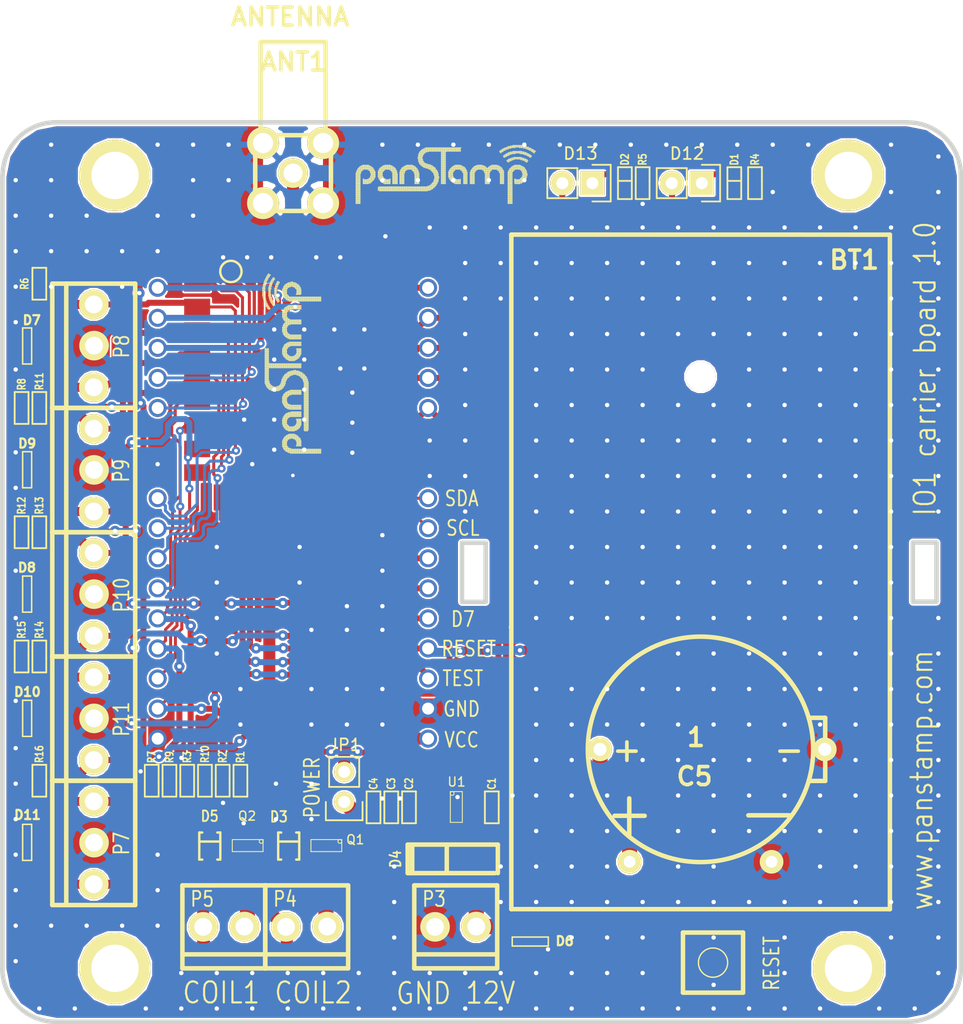
<source format=kicad_pcb>
(kicad_pcb (version 4) (host pcbnew 0.201603210401+6634~43~ubuntu14.04.1-product)
  (title_block (title "panStamp IO1 carrier board") (date 2016-04-13) (rev 1.0) (company "panStamp (www.panstamp.com)"))
  (layers (0 Front signal) (1 Ground power) (2 Power power) (31 Back signal) (34 B.Paste user) (35 F.Paste user) (36 B.SilkS user) (37 F.SilkS user) (38 B.Mask user) (39 F.Mask user) (44 Edge.Cuts user))
  (net 0 "")
  (net 1 /RESET)
  (net 2 GND)
  (net 3 /D18)
  (net 4 /TEST)
  (net 5 /D10)
  (net 6 /D9)
  (net 7 /D7)
  (net 8 +BATT)
  (net 9 "Net-(ANT1-Pad1)")
  (net 10 VAA)
  (net 11 "Net-(D1-Pad1)")
  (net 12 /RXD)
  (net 13 /D22)
  (net 14 /D21)
  (net 15 /TXD)
  (net 16 /D19)
  (net 17 "Net-(D3-Pad2)")
  (net 18 "Net-(D4-Pad2)")
  (net 19 "Net-(D5-Pad2)")
  (net 20 /D20)
  (net 21 /D17)
  (net 22 /D16)
  (net 23 /D15)
  (net 24 /D14)
  (net 25 /D13)
  (net 26 /D12)
  (net 27 /D11)
  (net 28 /D8)
  (net 29 /D0)
  (net 30 /D1)
  (net 31 /D2)
  (net 32 /SDA)
  (net 33 /SCL)
  (net 34 "Net-(D11-Pad2)")
  (net 35 "Net-(D11-Pad1)")
  (net 36 "Net-(BT1-Pad1)")
  (net 37 "Net-(D13-Pad1)")
  (module myconnectors:pin_array_1x14 (layer Front) (at 206.00322 61.88308 270)
    (fp_text reference P1 hide)
    (fp_text value CONN_01X14 hide)
    (pad 1 thru_hole circle (at -21.79 0 270) (size 1.524 1.524) (drill 1.016) (layers *.Cu *.Mask) (net 20 /D20))
    (pad 2 thru_hole circle (at -19.25 0 270) (size 1.524 1.524) (drill 1.016) (layers *.Cu *.Mask) (net 16 /D19))
    (pad 3 thru_hole circle (at -16.71 0 270) (size 1.524 1.524) (drill 1.016) (layers *.Cu *.Mask) (net 3 /D18))
    (pad 4 thru_hole circle (at -14.17 0 270) (size 1.524 1.524) (drill 1.016) (layers *.Cu *.Mask) (net 21 /D17))
    (pad 5 thru_hole circle (at -11.63 0 270) (size 1.524 1.524) (drill 1.016) (layers *.Cu *.Mask) (net 22 /D16))
    (pad 6 thru_hole circle (at -4.01 0 270) (size 1.524 1.524) (drill 1.016) (layers *.Cu *.Mask) (net 23 /D15))
    (pad 7 thru_hole circle (at -1.47 0 270) (size 1.524 1.524) (drill 1.016) (layers *.Cu *.Mask) (net 24 /D14))
    (pad 8 thru_hole circle (at 1.07 0 270) (size 1.524 1.524) (drill 1.016) (layers *.Cu *.Mask) (net 25 /D13))
    (pad 9 thru_hole circle (at 3.61 0 270) (size 1.524 1.524) (drill 1.016) (layers *.Cu *.Mask) (net 26 /D12))
    (pad 10 thru_hole circle (at 6.15 0 270) (size 1.524 1.524) (drill 1.016) (layers *.Cu *.Mask) (net 27 /D11))
    (pad 11 thru_hole circle (at 8.69 0 270) (size 1.524 1.524) (drill 1.016) (layers *.Cu *.Mask) (net 5 /D10))
    (pad 12 thru_hole circle (at 11.23 0 270) (size 1.524 1.524) (drill 1.016) (layers *.Cu *.Mask) (net 6 /D9))
    (pad 13 thru_hole circle (at 13.77 0 270) (size 1.524 1.524) (drill 1.016) (layers *.Cu *.Mask) (net 28 /D8))
    (pad 14 thru_hole circle (at 16.31 0 270) (size 1.524 1.524) (drill 1.016) (layers *.Cu *.Mask) (net 2 GND))
  )
  (module mymods:BAT_AA_HOLDER_02 (layer Front) (at 251.9 88.6 270)
    (fp_text reference BT1 (at -50.86 -12.99 360) (layer F.SilkS) (effects (font (thickness 0.3048))))
    (fp_text value Battery hide)
    (pad "" thru_hole circle (at -41 0.00052 270) (size 2.4892 2.4892) (drill 2.4892) (layers *.Cu *.Mask F.SilkS))
    (pad 2 thru_hole circle (at 0 -5.99948 270) (size 2 2) (drill 1) (layers *.Cu *.Mask F.SilkS) (net 2 GND))
    (pad 1 thru_hole circle (at 0 6.00052 270) (size 2 2) (drill 1) (layers *.Cu *.Mask F.SilkS) (net 36 "Net-(BT1-Pad1)"))
  )
  (module SM0603S_POL (layer Front) (at 254.75 31.25 90)
    (fp_text reference D1 (at 2 0 90) (layer F.SilkS) (effects (font (size 0.635 0.508) (thickness 0.127))))
    (fp_text value LED hide)
    (pad 1 smd rect (at 0.7493 0 90) (size 0.7874 0.762) (layers Front F.Paste F.Mask) (net 11 "Net-(D1-Pad1)"))
    (pad 2 smd rect (at -0.7493 0 90) (size 0.7874 0.762) (layers Front F.Paste F.Mask) (net 16 /D19))
  )
  (module PANSTAMP_2 (layer Front) (at 217.44322 46.71346)
    (fp_text reference PS1 hide)
    (fp_text value PANSTAMP_NRG2 hide)
    (pad 1 smd rect (at -8.1 -9) (size 2.2 1.4) (layers Front F.Mask) (net 21 /D17))
    (pad 2 smd rect (at -8.1 -7) (size 2.2 1.4) (layers Front F.Mask) (net 22 /D16))
    (pad 3 smd rect (at -8.1 -5) (size 2.2 1.4) (layers Front F.Mask) (net 23 /D15))
    (pad 4 smd rect (at -8.1 -3) (size 2.2 1.4) (layers Front F.Mask) (net 24 /D14))
    (pad 5 smd rect (at -8.1 -1) (size 2.2 1.4) (layers Front F.Mask) (net 25 /D13))
    (pad 6 smd rect (at -8.1 1) (size 2.2 1.4) (layers Front F.Mask) (net 26 /D12))
    (pad 7 smd rect (at -8.1 3) (size 2.2 1.4) (layers Front F.Mask) (net 27 /D11))
    (pad 8 smd rect (at -8.1 5) (size 2.2 1.4) (layers Front F.Mask) (net 5 /D10))
    (pad 9 smd rect (at -8.1 7) (size 2.2 1.4) (layers Front F.Mask) (net 6 /D9))
    (pad 10 smd rect (at -8.1 9) (size 2.2 1.4) (layers Front F.Mask) (net 28 /D8))
    (pad 11 smd rect (at -6 11.1 90) (size 2.2 1.4) (layers Front F.Mask) (net 4 /TEST))
    (pad 12 smd rect (at -4 11.1 90) (size 2.2 1.4) (layers Front F.Mask) (net 1 /RESET))
    (pad 13 smd rect (at -2 11.1 90) (size 2.2 1.4) (layers Front F.Mask) (net 8 +BATT))
    (pad 14 smd rect (at 0 11.1 90) (size 2.2 1.4) (layers Front F.Mask) (net 2 GND))
    (pad 15 smd rect (at 2 11.1 90) (size 2.2 1.4) (layers Front F.Mask) (net 7 /D7))
    (pad 16 smd rect (at 4 11.1 90) (size 2.2 1.4) (layers Front F.Mask) (net 15 /TXD))
    (pad 17 smd rect (at 6 11.1 90) (size 2.2 1.4) (layers Front F.Mask) (net 12 /RXD))
    (pad 18 smd rect (at 8.1 9) (size 2.2 1.4) (layers Front F.Mask) (net 33 /SCL))
    (pad 19 smd rect (at 8.1 7) (size 2.2 1.4) (layers Front F.Mask) (net 32 /SDA))
    (pad 20 smd rect (at 8.1 5) (size 2.2 1.4) (layers Front F.Mask) (net 31 /D2))
    (pad 21 smd rect (at 8.1 3) (size 2.2 1.4) (layers Front F.Mask) (net 30 /D1))
    (pad 22 smd rect (at 8.1 1) (size 2.2 1.4) (layers Front F.Mask) (net 29 /D0))
    (pad 23 smd rect (at 8.1 -1) (size 2.2 1.4) (layers Front F.Mask) (net 13 /D22))
    (pad 24 smd rect (at 8.1 -3) (size 2.2 1.4) (layers Front F.Mask) (net 14 /D21))
    (pad 25 smd rect (at 8.1 -5) (size 2.2 1.4) (layers Front F.Mask) (net 20 /D20))
    (pad 26 smd rect (at 8.1 -7) (size 2.2 1.4) (layers Front F.Mask) (net 16 /D19))
    (pad 27 smd rect (at 8.1 -9) (size 2.2 1.4) (layers Front F.Mask) (net 3 /D18))
    (pad 28 smd rect (at 6 -11.1 90) (size 2.2 1.4) (layers Front F.Mask) (net 2 GND))
    (pad 29 smd rect (at 4 -11.1 90) (size 2.2 1.4) (layers Front F.Mask) (net 2 GND))
    (pad 30 smd rect (at 2 -11.1 90) (size 2.2 1.4) (layers Front F.Mask) (net 2 GND))
    (pad 31 smd rect (at 0 -11.1 90) (size 2.2 1.4) (layers Front F.Mask) (net 9 "Net-(ANT1-Pad1)"))
    (pad 32 smd rect (at -2 -11.1 90) (size 2.2 1.4) (layers Front F.Mask) (net 2 GND))
    (pad 33 smd rect (at -4 -11.1 90) (size 2.2 1.4) (layers Front F.Mask) (net 2 GND))
    (pad 34 smd rect (at -6 -11.1 90) (size 2.2 1.4) (layers Front F.Mask) (net 2 GND))
  )
  (module myconnectors:pin_array_1x14 (layer Front) (at 228.86322 62.38346 270)
    (fp_text reference P2 hide)
    (fp_text value CONN_01X14 hide)
    (pad 1 thru_hole circle (at -22.29038 0 270) (size 1.524 1.524) (drill 1.016) (layers *.Cu *.Mask) (net 14 /D21))
    (pad 2 thru_hole circle (at -19.75038 0 270) (size 1.524 1.524) (drill 1.016) (layers *.Cu *.Mask) (net 13 /D22))
    (pad 3 thru_hole circle (at -17.21038 0 270) (size 1.524 1.524) (drill 1.016) (layers *.Cu *.Mask) (net 29 /D0))
    (pad 4 thru_hole circle (at -14.67038 0 270) (size 1.524 1.524) (drill 1.016) (layers *.Cu *.Mask) (net 30 /D1))
    (pad 5 thru_hole circle (at -12.13038 0 270) (size 1.524 1.524) (drill 1.016) (layers *.Cu *.Mask) (net 31 /D2))
    (pad 6 thru_hole circle (at -4.51038 0 270) (size 1.524 1.524) (drill 1.016) (layers *.Cu *.Mask) (net 32 /SDA))
    (pad 7 thru_hole circle (at -1.97038 0 270) (size 1.524 1.524) (drill 1.016) (layers *.Cu *.Mask) (net 33 /SCL))
    (pad 8 thru_hole circle (at 0.56962 0 270) (size 1.524 1.524) (drill 1.016) (layers *.Cu *.Mask) (net 12 /RXD))
    (pad 9 thru_hole circle (at 3.10962 0 270) (size 1.524 1.524) (drill 1.016) (layers *.Cu *.Mask) (net 15 /TXD))
    (pad 10 thru_hole circle (at 5.64962 0 270) (size 1.524 1.524) (drill 1.016) (layers *.Cu *.Mask) (net 7 /D7))
    (pad 11 thru_hole circle (at 8.18962 0 270) (size 1.524 1.524) (drill 1.016) (layers *.Cu *.Mask) (net 1 /RESET))
    (pad 12 thru_hole circle (at 10.72962 0 270) (size 1.524 1.524) (drill 1.016) (layers *.Cu *.Mask) (net 4 /TEST))
    (pad 13 thru_hole circle (at 13.26962 0 270) (size 1.524 1.524) (drill 1.016) (layers *.Cu *.Mask) (net 2 GND))
    (pad 14 thru_hole circle (at 15.80962 0 270) (size 1.524 1.524) (drill 1.016) (layers *.Cu *.Mask) (net 8 +BATT))
  )
  (module old_mymods:PANSTAMPLOGO (layer Front) (at 214.54322 54.10346 90)
    (fp_text reference G*** hide)
    (fp_text value PANSTAMPLOGO hide)
  )
  (module mymods:fiducial (layer Front) (at 196.33 97.54)
    (fp_text reference fiducial hide)
    (fp_text value VAL** hide)
    (pad 1 smd circle (at 0 0) (size 1 1) (layers Front F.Mask) (clearance 0.5))
  )
  (module mymods:fiducial (layer Front) (at 270.54 30.62)
    (fp_text reference fiducial hide)
    (fp_text value VAL** hide)
    (pad 1 smd circle (at 0 0) (size 1 1) (layers Front F.Mask) (clearance 0.5))
  )
  (module PANSTAMPLOGO (layer Front) (at 222.74 27.72)
    (fp_text reference "" hide)
    (fp_text value "" hide)
  )
  (module mysmd:switch-tact-noah (layer Front) (at 252.95 97.12)
    (fp_text reference SW1 hide)
    (fp_text value SW_PUSH_SMALL hide)
    (pad 1 smd rect (at -2.49936 -1.75006) (size 1.99898 1.00076) (layers Front F.Paste F.Mask) (net 1 /RESET))
    (pad 3 smd rect (at 2.49936 -1.75006) (size 1.99898 1.00076) (layers Front F.Paste F.Mask))
    (pad 2 smd rect (at -2.49936 1.75006) (size 1.99898 1.00076) (layers Front F.Paste F.Mask) (net 2 GND))
    (pad 4 smd rect (at 2.49936 1.75006) (size 1.99898 1.00076) (layers Front F.Paste F.Mask))
  )
  (module mysmd:SM0603S (layer Front) (at 256.5 31.25 90)
    (fp_text reference R4 (at 2 0 90) (layer F.SilkS) (effects (font (size 0.635 0.508) (thickness 0.127))))
    (fp_text value 470 hide)
    (pad 2 smd rect (at 0.7493 0 90) (size 0.7874 0.762) (layers Front F.Paste F.Mask) (net 11 "Net-(D1-Pad1)"))
    (pad 1 smd rect (at -0.7493 0 90) (size 0.7874 0.762) (layers Front F.Paste F.Mask) (net 2 GND))
  )
  (module mysmd:SM0603S (layer Front) (at 247 31.25 90)
    (fp_text reference R5 (at 2 0 90) (layer F.SilkS) (effects (font (size 0.635 0.508) (thickness 0.127))))
    (fp_text value 470 hide)
    (pad 2 smd rect (at 0.7493 0 90) (size 0.7874 0.762) (layers Front F.Paste F.Mask) (net 37 "Net-(D13-Pad1)"))
    (pad 1 smd rect (at -0.7493 0 90) (size 0.7874 0.762) (layers Front F.Paste F.Mask) (net 2 GND))
  )
  (module 1pin (layer Front) (at 264.40196 30.59796)
    (fp_text reference 1PIN hide)
    (fp_text value P*** hide)
    (pad 1 thru_hole circle (at 0 0) (size 6 6) (drill 4) (layers *.Cu *.Mask F.SilkS))
  )
  (module 1pin (layer Front) (at 202.4 30.6)
    (fp_text reference 1PIN hide)
    (fp_text value P*** hide)
    (pad 1 thru_hole circle (at 0 0) (size 6 6) (drill 4) (layers *.Cu *.Mask F.SilkS))
  )
  (module 1pin (layer Front) (at 202.39548 97.60316)
    (fp_text reference 1PIN hide)
    (fp_text value P*** hide)
    (pad 1 thru_hole circle (at 0 0) (size 6 6) (drill 4) (layers *.Cu *.Mask F.SilkS))
  )
  (module 1pin (layer Front) (at 264.40196 97.60316)
    (fp_text reference 1PIN hide)
    (fp_text value P*** hide)
    (pad 1 thru_hole circle (at 0 0) (size 6 6) (drill 4) (layers *.Cu *.Mask F.SilkS))
  )
  (module mysmd:SM0603S_POL (layer Front) (at 245.5 31.25 90)
    (fp_text reference D2 (at 2 0 90) (layer F.SilkS) (effects (font (size 0.635 0.508) (thickness 0.127))))
    (fp_text value LED hide)
    (pad 1 smd rect (at 0.7493 0 90) (size 0.7874 0.762) (layers Front F.Paste F.Mask) (net 37 "Net-(D13-Pad1)"))
    (pad 2 smd rect (at -0.7493 0 90) (size 0.7874 0.762) (layers Front F.Paste F.Mask) (net 3 /D18))
  )
  (module myconnectors:SMA_RightAngle_Tyco (layer Front) (at 217.45 30.4)
    (fp_text reference ANT1 (at 0.05 -9.4) (layer F.SilkS) (effects (font (thickness 0.3048))))
    (fp_text value ANTENNA (at -0.25 -13.2) (layer F.SilkS) (effects (font (thickness 0.3048))))
    (pad 1 thru_hole circle (at 0 0) (size 2.49936 2.49936) (drill 1.6002) (layers *.Cu *.Mask F.SilkS) (net 9 "Net-(ANT1-Pad1)"))
    (pad 2 thru_hole circle (at 2.54 -2.54) (size 2.70002 2.70002) (drill 1.69926) (layers *.Cu *.Mask F.SilkS) (net 2 GND))
    (pad 2 thru_hole circle (at -2.54 -2.54) (size 2.70002 2.70002) (drill 1.69926) (layers *.Cu *.Mask F.SilkS) (net 2 GND))
    (pad 2 thru_hole circle (at -2.54 2.54) (size 2.70002 2.70002) (drill 1.69926) (layers *.Cu *.Mask F.SilkS) (net 2 GND))
    (pad 2 thru_hole circle (at 2.54 2.54) (size 2.70002 2.70002) (drill 1.69926) (layers *.Cu *.Mask F.SilkS) (net 2 GND))
  )
  (module mysmd:SM0603S (layer Front) (at 234.25 84 90)
    (fp_text reference C1 (at 2 0 90) (layer F.SilkS) (effects (font (size 0.635 0.508) (thickness 0.127))))
    (fp_text value 4.7u hide)
    (pad 2 smd rect (at 0.7493 0 90) (size 0.7874 0.762) (layers Front F.Paste F.Mask) (net 2 GND))
    (pad 1 smd rect (at -0.7493 0 90) (size 0.7874 0.762) (layers Front F.Paste F.Mask) (net 10 VAA))
  )
  (module mysmd:SM0603S (layer Front) (at 227.25 84 90)
    (fp_text reference C2 (at 2 0 90) (layer F.SilkS) (effects (font (size 0.635 0.508) (thickness 0.127))))
    (fp_text value 4.7u hide)
    (pad 2 smd rect (at 0.7493 0 90) (size 0.7874 0.762) (layers Front F.Paste F.Mask) (net 2 GND))
    (pad 1 smd rect (at -0.7493 0 90) (size 0.7874 0.762) (layers Front F.Paste F.Mask) (net 36 "Net-(BT1-Pad1)"))
  )
  (module mysmd:SM0603S (layer Front) (at 225.75 84 90)
    (fp_text reference C3 (at 2 0 90) (layer F.SilkS) (effects (font (size 0.635 0.508) (thickness 0.127))))
    (fp_text value 1u hide)
    (pad 2 smd rect (at 0.7493 0 90) (size 0.7874 0.762) (layers Front F.Paste F.Mask) (net 2 GND))
    (pad 1 smd rect (at -0.7493 0 90) (size 0.7874 0.762) (layers Front F.Paste F.Mask) (net 36 "Net-(BT1-Pad1)"))
  )
  (module mysmd:SM0603S (layer Front) (at 224.25 84 90)
    (fp_text reference C4 (at 2 0 90) (layer F.SilkS) (effects (font (size 0.635 0.508) (thickness 0.127))))
    (fp_text value 100n hide)
    (pad 2 smd rect (at 0.7493 0 90) (size 0.7874 0.762) (layers Front F.Paste F.Mask) (net 2 GND))
    (pad 1 smd rect (at -0.7493 0 90) (size 0.7874 0.762) (layers Front F.Paste F.Mask) (net 36 "Net-(BT1-Pad1)"))
  )
  (module mymods:SUPERCAP_1F_5V (layer Front) (at 252.4 79.1 180)
    (fp_text reference C5 (at 1.016 -2.286 180) (layer F.SilkS) (effects (font (thickness 0.3048))))
    (fp_text value 1 (at 0.889 1.016 180) (layer F.SilkS) (effects (font (thickness 0.3048))))
    (fp_text user + (at 6.731 0 180) (layer F.SilkS) (effects (font (size 2.032 2.032) (thickness 0.3048))))
    (fp_text user - (at -6.985 0 180) (layer F.SilkS) (effects (font (size 2.032 2.032) (thickness 0.3048))))
    (pad 2 thru_hole circle (at -9.99998 0 270) (size 1.99898 1.99898) (drill 1.09982) (layers *.Cu *.Mask F.SilkS) (net 2 GND))
    (pad 1 thru_hole circle (at 9 0 270) (size 1.99898 1.99898) (drill 1.09982) (layers *.Cu *.Mask F.SilkS) (net 36 "Net-(BT1-Pad1)"))
  )
  (module mysmd:SOD323 (layer Front) (at 217.08 87.27 270)
    (fp_text reference D3 (at -2.47 0.83 360) (layer F.SilkS) (effects (font (size 0.889 0.762) (thickness 0.1524))))
    (fp_text value BAS16J hide)
    (pad 2 smd rect (at 1.09982 0 270) (size 1.00076 1.00076) (layers Front F.Paste F.Mask) (net 17 "Net-(D3-Pad2)"))
    (pad 1 smd rect (at -1.09982 0 270) (size 1.00076 1.00076) (layers Front F.Paste F.Mask) (net 10 VAA))
  )
  (module mysmd:SMA (layer Front) (at 230.95 88.29 180)
    (fp_text reference D4 (at 4.83 -0.08 270) (layer F.SilkS) (effects (font (size 0.889 0.762) (thickness 0.1524))))
    (fp_text value D_Schottky hide)
    (pad 1 smd rect (at -1.99898 0 180) (size 2.50952 1.70942) (layers Front F.Paste F.Mask) (net 10 VAA))
    (pad 2 smd rect (at 1.99898 0 180) (size 2.50952 1.70942) (layers Front F.Paste F.Mask) (net 18 "Net-(D4-Pad2)"))
  )
  (module mysmd:SOD323 (layer Front) (at 210.41 87.27 270)
    (fp_text reference D5 (at -2.52 0.01 360) (layer F.SilkS) (effects (font (size 0.889 0.762) (thickness 0.1524))))
    (fp_text value BAS16J hide)
    (pad 2 smd rect (at 1.09982 0 270) (size 1.00076 1.00076) (layers Front F.Paste F.Mask) (net 19 "Net-(D5-Pad2)"))
    (pad 1 smd rect (at -1.09982 0 270) (size 1.00076 1.00076) (layers Front F.Paste F.Mask) (net 10 VAA))
  )
  (module myconnectors:terminal_block_3.5mm_2P (layer Front) (at 231.2 94.1)
    (fp_text reference P3 (at -1.8288 -2.3495) (layer F.SilkS) (effects (font (size 1.27 1.016) (thickness 0.1524))))
    (fp_text value CONN_01X02 hide)
    (pad 1 thru_hole circle (at -1.74752 0) (size 2.49936 2.49936) (drill 1.4986) (layers *.Cu *.Mask F.SilkS) (net 2 GND))
    (pad 2 thru_hole circle (at 1.73482 -0.0254) (size 2.49936 2.49936) (drill 1.4986) (layers *.Cu *.Mask F.SilkS) (net 18 "Net-(D4-Pad2)"))
  )
  (module myconnectors:terminal_block_3.5mm_2P (layer Front) (at 218.6 94.1)
    (fp_text reference P4 (at -1.8288 -2.3495) (layer F.SilkS) (effects (font (size 1.27 1.016) (thickness 0.1524))))
    (fp_text value CONN_01X02 hide)
    (pad 1 thru_hole circle (at -1.74752 0) (size 2.49936 2.49936) (drill 1.4986) (layers *.Cu *.Mask F.SilkS) (net 10 VAA))
    (pad 2 thru_hole circle (at 1.73482 -0.0254) (size 2.49936 2.49936) (drill 1.4986) (layers *.Cu *.Mask F.SilkS) (net 17 "Net-(D3-Pad2)"))
  )
  (module myconnectors:terminal_block_3.5mm_2P (layer Front) (at 211.6 94.1)
    (fp_text reference P5 (at -1.8288 -2.3495) (layer F.SilkS) (effects (font (size 1.27 1.016) (thickness 0.1524))))
    (fp_text value CONN_01X02 hide)
    (pad 1 thru_hole circle (at -1.74752 0) (size 2.49936 2.49936) (drill 1.4986) (layers *.Cu *.Mask F.SilkS) (net 10 VAA))
    (pad 2 thru_hole circle (at 1.73482 -0.0254) (size 2.49936 2.49936) (drill 1.4986) (layers *.Cu *.Mask F.SilkS) (net 19 "Net-(D5-Pad2)"))
  )
  (module myconnectors:terminal_block_3.5mm_3P (layer Front) (at 200.6 87 270)
    (fp_text reference P7 (at 0.0508 -2.3495 270) (layer F.SilkS) (effects (font (size 1.27 1.016) (thickness 0.1524))))
    (fp_text value CONN_01X03 hide)
    (pad 1 thru_hole circle (at -3.50012 0 270) (size 2.49936 2.49936) (drill 1.4986) (layers *.Cu *.Mask F.SilkS) (net 34 "Net-(D11-Pad2)"))
    (pad 2 thru_hole circle (at -0.01778 -0.0254 270) (size 2.49936 2.49936) (drill 1.4986) (layers *.Cu *.Mask F.SilkS) (net 2 GND))
    (pad 3 thru_hole circle (at 3.50012 0 270) (size 2.49936 2.49936) (drill 1.4986) (layers *.Cu *.Mask F.SilkS) (net 35 "Net-(D11-Pad1)"))
  )
  (module myconnectors:terminal_block_3.5mm_3P (layer Front) (at 200.6 45 270)
    (fp_text reference P8 (at 0.0508 -2.3495 270) (layer F.SilkS) (effects (font (size 1.27 1.016) (thickness 0.1524))))
    (fp_text value CONN_01X03 hide)
    (pad 1 thru_hole circle (at -3.50012 0 270) (size 2.49936 2.49936) (drill 1.4986) (layers *.Cu *.Mask F.SilkS) (net 23 /D15))
    (pad 2 thru_hole circle (at -0.01778 -0.0254 270) (size 2.49936 2.49936) (drill 1.4986) (layers *.Cu *.Mask F.SilkS) (net 2 GND))
    (pad 3 thru_hole circle (at 3.50012 0 270) (size 2.49936 2.49936) (drill 1.4986) (layers *.Cu *.Mask F.SilkS) (net 24 /D14))
  )
  (module myconnectors:terminal_block_3.5mm_3P (layer Front) (at 200.6 55.5 270)
    (fp_text reference P9 (at 0.0508 -2.3495 270) (layer F.SilkS) (effects (font (size 1.27 1.016) (thickness 0.1524))))
    (fp_text value CONN_01X03 hide)
    (pad 1 thru_hole circle (at -3.50012 0 270) (size 2.49936 2.49936) (drill 1.4986) (layers *.Cu *.Mask F.SilkS) (net 25 /D13))
    (pad 2 thru_hole circle (at -0.01778 -0.0254 270) (size 2.49936 2.49936) (drill 1.4986) (layers *.Cu *.Mask F.SilkS) (net 2 GND))
    (pad 3 thru_hole circle (at 3.50012 0 270) (size 2.49936 2.49936) (drill 1.4986) (layers *.Cu *.Mask F.SilkS) (net 26 /D12))
  )
  (module myconnectors:terminal_block_3.5mm_3P (layer Front) (at 200.6 66 270)
    (fp_text reference P10 (at 0.0508 -2.3495 270) (layer F.SilkS) (effects (font (size 1.27 1.016) (thickness 0.1524))))
    (fp_text value CONN_01X03 hide)
    (pad 1 thru_hole circle (at -3.50012 0 270) (size 2.49936 2.49936) (drill 1.4986) (layers *.Cu *.Mask F.SilkS) (net 6 /D9))
    (pad 2 thru_hole circle (at -0.01778 -0.0254 270) (size 2.49936 2.49936) (drill 1.4986) (layers *.Cu *.Mask F.SilkS) (net 2 GND))
    (pad 3 thru_hole circle (at 3.50012 0 270) (size 2.49936 2.49936) (drill 1.4986) (layers *.Cu *.Mask F.SilkS) (net 7 /D7))
  )
  (module myconnectors:terminal_block_3.5mm_3P (layer Front) (at 200.6 76.5 270)
    (fp_text reference P11 (at 0.0508 -2.3495 270) (layer F.SilkS) (effects (font (size 1.27 1.016) (thickness 0.1524))))
    (fp_text value CONN_01X03 hide)
    (pad 1 thru_hole circle (at -3.50012 0 270) (size 2.49936 2.49936) (drill 1.4986) (layers *.Cu *.Mask F.SilkS) (net 31 /D2))
    (pad 2 thru_hole circle (at -0.01778 -0.0254 270) (size 2.49936 2.49936) (drill 1.4986) (layers *.Cu *.Mask F.SilkS) (net 2 GND))
    (pad 3 thru_hole circle (at 3.50012 0 270) (size 2.49936 2.49936) (drill 1.4986) (layers *.Cu *.Mask F.SilkS) (net 30 /D1))
  )
  (module mysmd:SM0603S (layer Front) (at 213 81.75 270)
    (fp_text reference R1 (at -2 0 270) (layer F.SilkS) (effects (font (size 0.635 0.508) (thickness 0.127))))
    (fp_text value 402K hide)
    (pad 2 smd rect (at 0.7493 0 270) (size 0.7874 0.762) (layers Front F.Paste F.Mask) (net 10 VAA))
    (pad 1 smd rect (at -0.7493 0 270) (size 0.7874 0.762) (layers Front F.Paste F.Mask) (net 28 /D8))
  )
  (module mysmd:SM0603S (layer Front) (at 211.5 81.75 90)
    (fp_text reference R2 (at 2 0 90) (layer F.SilkS) (effects (font (size 0.635 0.508) (thickness 0.127))))
    (fp_text value 100K hide)
    (pad 2 smd rect (at 0.7493 0 90) (size 0.7874 0.762) (layers Front F.Paste F.Mask) (net 28 /D8))
    (pad 1 smd rect (at -0.7493 0 90) (size 0.7874 0.762) (layers Front F.Paste F.Mask) (net 2 GND))
  )
  (module mysmd:SM0603S (layer Front) (at 208.5 81.75 270)
    (fp_text reference R3 (at -2 0 270) (layer F.SilkS) (effects (font (size 0.635 0.508) (thickness 0.127))))
    (fp_text value 150 hide)
    (pad 2 smd rect (at 0.7493 0 270) (size 0.7874 0.762) (layers Front F.Paste F.Mask) (net 35 "Net-(D11-Pad1)"))
    (pad 1 smd rect (at -0.7493 0 270) (size 0.7874 0.762) (layers Front F.Paste F.Mask) (net 2 GND))
  )
  (module mysmd:SM0603S (layer Front) (at 196 39.75 90)
    (fp_text reference R6 (at 0 -1.25 90) (layer F.SilkS) (effects (font (size 0.635 0.508) (thickness 0.127))))
    (fp_text value 1M hide)
    (pad 2 smd rect (at 0.7493 0 90) (size 0.7874 0.762) (layers Front F.Paste F.Mask) (net 8 +BATT))
    (pad 1 smd rect (at -0.7493 0 90) (size 0.7874 0.762) (layers Front F.Paste F.Mask) (net 23 /D15))
  )
  (module mysmd:SM0603S (layer Front) (at 205.5 81.75 270)
    (fp_text reference R7 (at -2 0 270) (layer F.SilkS) (effects (font (size 0.635 0.508) (thickness 0.127))))
    (fp_text value 150 hide)
    (pad 2 smd rect (at 0.7493 0 270) (size 0.7874 0.762) (layers Front F.Paste F.Mask) (net 34 "Net-(D11-Pad2)"))
    (pad 1 smd rect (at -0.7493 0 270) (size 0.7874 0.762) (layers Front F.Paste F.Mask) (net 2 GND))
  )
  (module mysmd:SM0603S (layer Front) (at 194.5 50.25 270)
    (fp_text reference R8 (at -2 0 270) (layer F.SilkS) (effects (font (size 0.635 0.508) (thickness 0.127))))
    (fp_text value 1M hide)
    (pad 2 smd rect (at 0.7493 0 270) (size 0.7874 0.762) (layers Front F.Paste F.Mask) (net 8 +BATT))
    (pad 1 smd rect (at -0.7493 0 270) (size 0.7874 0.762) (layers Front F.Paste F.Mask) (net 24 /D14))
  )
  (module mysmd:SM0603S (layer Front) (at 207 81.75 90)
    (fp_text reference R9 (at 2 0 90) (layer F.SilkS) (effects (font (size 0.635 0.508) (thickness 0.127))))
    (fp_text value 1k hide)
    (pad 2 smd rect (at 0.7493 0 90) (size 0.7874 0.762) (layers Front F.Paste F.Mask) (net 5 /D10))
    (pad 1 smd rect (at -0.7493 0 90) (size 0.7874 0.762) (layers Front F.Paste F.Mask) (net 34 "Net-(D11-Pad2)"))
  )
  (module mysmd:SM0603S (layer Front) (at 210 81.75 90)
    (fp_text reference R10 (at 2.25 0 90) (layer F.SilkS) (effects (font (size 0.635 0.508) (thickness 0.127))))
    (fp_text value 1k hide)
    (pad 2 smd rect (at 0.7493 0 90) (size 0.7874 0.762) (layers Front F.Paste F.Mask) (net 27 /D11))
    (pad 1 smd rect (at -0.7493 0 90) (size 0.7874 0.762) (layers Front F.Paste F.Mask) (net 35 "Net-(D11-Pad1)"))
  )
  (module mysmd:SM0603S (layer Front) (at 196 50.25 90)
    (fp_text reference R11 (at 2.25 0 90) (layer F.SilkS) (effects (font (size 0.635 0.508) (thickness 0.127))))
    (fp_text value 1M hide)
    (pad 2 smd rect (at 0.7493 0 90) (size 0.7874 0.762) (layers Front F.Paste F.Mask) (net 8 +BATT))
    (pad 1 smd rect (at -0.7493 0 90) (size 0.7874 0.762) (layers Front F.Paste F.Mask) (net 25 /D13))
  )
  (module mysmd:SM0603S (layer Front) (at 194.5 60.75 270)
    (fp_text reference R12 (at -2.25 0 270) (layer F.SilkS) (effects (font (size 0.635 0.508) (thickness 0.127))))
    (fp_text value 1M hide)
    (pad 2 smd rect (at 0.7493 0 270) (size 0.7874 0.762) (layers Front F.Paste F.Mask) (net 8 +BATT))
    (pad 1 smd rect (at -0.7493 0 270) (size 0.7874 0.762) (layers Front F.Paste F.Mask) (net 26 /D12))
  )
  (module mysmd:SM0603S (layer Front) (at 196 60.75 90)
    (fp_text reference R13 (at 2.25 0 90) (layer F.SilkS) (effects (font (size 0.635 0.508) (thickness 0.127))))
    (fp_text value 1M hide)
    (pad 2 smd rect (at 0.7493 0 90) (size 0.7874 0.762) (layers Front F.Paste F.Mask) (net 8 +BATT))
    (pad 1 smd rect (at -0.7493 0 90) (size 0.7874 0.762) (layers Front F.Paste F.Mask) (net 6 /D9))
  )
  (module mysmd:SM0603S (layer Front) (at 196 71.25 270)
    (fp_text reference R14 (at -2.25 0 270) (layer F.SilkS) (effects (font (size 0.635 0.508) (thickness 0.127))))
    (fp_text value 1M hide)
    (pad 2 smd rect (at 0.7493 0 270) (size 0.7874 0.762) (layers Front F.Paste F.Mask) (net 8 +BATT))
    (pad 1 smd rect (at -0.7493 0 270) (size 0.7874 0.762) (layers Front F.Paste F.Mask) (net 7 /D7))
  )
  (module mysmd:SM0603S (layer Front) (at 194.5 71.25 90)
    (fp_text reference R15 (at 2.25 0 90) (layer F.SilkS) (effects (font (size 0.635 0.508) (thickness 0.127))))
    (fp_text value 1M hide)
    (pad 2 smd rect (at 0.7493 0 90) (size 0.7874 0.762) (layers Front F.Paste F.Mask) (net 8 +BATT))
    (pad 1 smd rect (at -0.7493 0 90) (size 0.7874 0.762) (layers Front F.Paste F.Mask) (net 31 /D2))
  )
  (module mysmd:SM0603S (layer Front) (at 196 81.75 270)
    (fp_text reference R16 (at -2.25 0 270) (layer F.SilkS) (effects (font (size 0.635 0.508) (thickness 0.127))))
    (fp_text value 1M hide)
    (pad 2 smd rect (at 0.7493 0 270) (size 0.7874 0.762) (layers Front F.Paste F.Mask) (net 8 +BATT))
    (pad 1 smd rect (at -0.7493 0 270) (size 0.7874 0.762) (layers Front F.Paste F.Mask) (net 30 /D1))
  )
  (module libcms:SOT23 (layer Front) (at 231.25 84 270)
    (fp_text reference U1 (at -2.15 -0.02 360) (layer F.SilkS) (effects (font (size 0.762 0.762) (thickness 0.11938))))
    (fp_text value MCP1702-3.0 hide)
    (pad 3 smd rect (at 0 -1.09982 270) (size 0.8001 1.00076) (layers Front F.Paste F.Mask) (net 10 VAA))
    (pad 2 smd rect (at 0.9525 1.09982 270) (size 0.8001 1.00076) (layers Front F.Paste F.Mask) (net 36 "Net-(BT1-Pad1)"))
    (pad 1 smd rect (at -0.9525 1.09982 270) (size 0.8001 1.00076) (layers Front F.Paste F.Mask) (net 2 GND))
  )
  (module libcms:SOT23 (layer Front) (at 220.23 87.23 180)
    (fp_text reference Q1 (at -2.48 0.5 360) (layer F.SilkS) (effects (font (size 0.762 0.762) (thickness 0.11938))))
    (fp_text value Q_NMOS_GSD hide)
    (pad 3 smd rect (at 0 -1.09982 180) (size 0.8001 1.00076) (layers Front F.Paste F.Mask) (net 17 "Net-(D3-Pad2)"))
    (pad 2 smd rect (at 0.9525 1.09982 180) (size 0.8001 1.00076) (layers Front F.Paste F.Mask) (net 2 GND))
    (pad 1 smd rect (at -0.9525 1.09982 180) (size 0.8001 1.00076) (layers Front F.Paste F.Mask) (net 13 /D22))
  )
  (module libcms:SOT23 (layer Front) (at 213.58 87.23 180)
    (fp_text reference Q2 (at 0.02 2.5 360) (layer F.SilkS) (effects (font (size 0.762 0.762) (thickness 0.11938))))
    (fp_text value Q_NMOS_GSD hide)
    (pad 3 smd rect (at 0 -1.09982 180) (size 0.8001 1.00076) (layers Front F.Paste F.Mask) (net 19 "Net-(D5-Pad2)"))
    (pad 2 smd rect (at 0.9525 1.09982 180) (size 0.8001 1.00076) (layers Front F.Paste F.Mask) (net 2 GND))
    (pad 1 smd rect (at -0.9525 1.09982 180) (size 0.8001 1.00076) (layers Front F.Paste F.Mask) (net 29 /D0))
  )
  (module mysmd:SOT23 (layer Front) (at 237.5 95.34)
    (fp_text reference D6 (at 2.91 -0.04) (layer F.SilkS) (effects (font (size 0.762 0.762) (thickness 0.1905))))
    (fp_text value D_Schottky_x2_ACom_KKA hide)
    (pad 2 smd rect (at -0.889 -1.016) (size 0.9144 0.9144) (layers Front F.Paste F.Mask) (net 18 "Net-(D4-Pad2)"))
    (pad 1 smd rect (at 0.889 -1.016) (size 0.9144 0.9144) (layers Front F.Paste F.Mask) (net 18 "Net-(D4-Pad2)"))
    (pad 3 smd rect (at 0 1.016) (size 0.9144 0.9144) (layers Front F.Paste F.Mask) (net 2 GND))
  )
  (module mysmd:SOT23 (layer Front) (at 194.97 45.01 270)
    (fp_text reference D7 (at -2.18 -0.39 360) (layer F.SilkS) (effects (font (size 0.762 0.762) (thickness 0.1905))))
    (fp_text value D_Schottky_x2_ACom_KKA hide)
    (pad 2 smd rect (at -0.889 -1.016 270) (size 0.9144 0.9144) (layers Front F.Paste F.Mask) (net 23 /D15))
    (pad 1 smd rect (at 0.889 -1.016 270) (size 0.9144 0.9144) (layers Front F.Paste F.Mask) (net 24 /D14))
    (pad 3 smd rect (at 0 1.016 270) (size 0.9144 0.9144) (layers Front F.Paste F.Mask) (net 2 GND))
  )
  (module mysmd:SOT23 (layer Front) (at 194.97 65.98 270)
    (fp_text reference D8 (at -2.24 0.02 360) (layer F.SilkS) (effects (font (size 0.762 0.762) (thickness 0.1905))))
    (fp_text value D_Schottky_x2_ACom_KKA hide)
    (pad 2 smd rect (at -0.889 -1.016 270) (size 0.9144 0.9144) (layers Front F.Paste F.Mask) (net 6 /D9))
    (pad 1 smd rect (at 0.889 -1.016 270) (size 0.9144 0.9144) (layers Front F.Paste F.Mask) (net 7 /D7))
    (pad 3 smd rect (at 0 1.016 270) (size 0.9144 0.9144) (layers Front F.Paste F.Mask) (net 2 GND))
  )
  (module mysmd:SOT23 (layer Front) (at 194.97 55.47 270)
    (fp_text reference D9 (at -2.22 0 360) (layer F.SilkS) (effects (font (size 0.762 0.762) (thickness 0.1905))))
    (fp_text value D_Schottky_x2_ACom_KKA hide)
    (pad 2 smd rect (at -0.889 -1.016 270) (size 0.9144 0.9144) (layers Front F.Paste F.Mask) (net 25 /D13))
    (pad 1 smd rect (at 0.889 -1.016 270) (size 0.9144 0.9144) (layers Front F.Paste F.Mask) (net 26 /D12))
    (pad 3 smd rect (at 0 1.016 270) (size 0.9144 0.9144) (layers Front F.Paste F.Mask) (net 2 GND))
  )
  (module mysmd:SOT23 (layer Front) (at 194.97 76.48 270)
    (fp_text reference D10 (at -2.23 -0.02 360) (layer F.SilkS) (effects (font (size 0.762 0.762) (thickness 0.1905))))
    (fp_text value D_Schottky_x2_ACom_KKA hide)
    (pad 2 smd rect (at -0.889 -1.016 270) (size 0.9144 0.9144) (layers Front F.Paste F.Mask) (net 31 /D2))
    (pad 1 smd rect (at 0.889 -1.016 270) (size 0.9144 0.9144) (layers Front F.Paste F.Mask) (net 30 /D1))
    (pad 3 smd rect (at 0 1.016 270) (size 0.9144 0.9144) (layers Front F.Paste F.Mask) (net 2 GND))
  )
  (module mysmd:SOT23 (layer Front) (at 194.97 86.96 270)
    (fp_text reference D11 (at -2.32 -0.03 360) (layer F.SilkS) (effects (font (size 0.762 0.762) (thickness 0.1905))))
    (fp_text value D_Schottky_x2_ACom_KKA hide)
    (pad 2 smd rect (at -0.889 -1.016 270) (size 0.9144 0.9144) (layers Front F.Paste F.Mask) (net 34 "Net-(D11-Pad2)"))
    (pad 1 smd rect (at 0.889 -1.016 270) (size 0.9144 0.9144) (layers Front F.Paste F.Mask) (net 35 "Net-(D11-Pad1)"))
    (pad 3 smd rect (at 0 1.016 270) (size 0.9144 0.9144) (layers Front F.Paste F.Mask) (net 2 GND))
  )
  (module Pin_Headers:Pin_Header_Straight_1x02 (layer Front) (at 221.77 83.54 180)
    (fp_text reference JP1 (at -0.08 4.82 360) (layer F.SilkS))
    (fp_text value Jumper_NC_Small)
    (pad 1 thru_hole circle (at 0 0 180) (size 1.7 1.7) (drill 1.016) (layers *.Cu *.Mask F.SilkS) (net 36 "Net-(BT1-Pad1)"))
    (pad 2 thru_hole oval (at 0 2.54 180) (size 1.7 1.7) (drill 1.016) (layers *.Cu *.Mask F.SilkS) (net 8 +BATT))
  )
  (module Pin_Headers:Pin_Header_Straight_1x02 (layer Front) (at 252 31.25 270)
    (fp_text reference D12 (at -2.5 1.25 360) (layer F.SilkS))
    (fp_text value LED)
    (pad 1 thru_hole rect (at 0 0 270) (size 2.032 2.032) (drill 1.016) (layers *.Cu *.Mask F.SilkS) (net 11 "Net-(D1-Pad1)"))
    (pad 2 thru_hole oval (at 0 2.54 270) (size 2.032 2.032) (drill 1.016) (layers *.Cu *.Mask F.SilkS) (net 16 /D19))
  )
  (module Pin_Headers:Pin_Header_Straight_1x02 (layer Front) (at 242.75 31.25 270)
    (fp_text reference D13 (at -2.5 1 360) (layer F.SilkS))
    (fp_text value LED)
    (pad 1 thru_hole rect (at 0 0 270) (size 2.032 2.032) (drill 1.016) (layers *.Cu *.Mask F.SilkS) (net 37 "Net-(D13-Pad1)"))
    (pad 2 thru_hole oval (at 0 2.54 270) (size 2.032 2.032) (drill 1.016) (layers *.Cu *.Mask F.SilkS) (net 3 /D18))
  )
  (gr_text COIL1 (at 211.38 99.67) (layer F.SilkS) (effects (font (size 1.778 1.524) (thickness 0.1778))))
  (gr_text POWER (at 219.05 82.32 90) (layer F.SilkS) (effects (font (size 1.27 1.016) (thickness 0.1524))))
  (gr_text COIL2 (at 219.15 99.67) (layer F.SilkS) (effects (font (size 1.778 1.524) (thickness 0.1778))))
  (gr_line (start 235.87 68.79) (end 235.87 68.8) (angle 90) (layer F.SilkS) (width 0.381))
  (gr_text 12V (at 234.14 99.69) (layer F.SilkS) (effects (font (size 1.778 1.524) (thickness 0.1778))))
  (gr_text GND (at 228.49 99.72) (layer F.SilkS) (effects (font (size 1.778 1.524) (thickness 0.1778))))
  (gr_line (start 233.73 66.64) (end 231.73 66.64) (angle 90) (layer Edge.Cuts) (width 0.381))
  (gr_line (start 231.73 66.64) (end 231.73 61.64) (angle 90) (layer Edge.Cuts) (width 0.381))
  (gr_line (start 231.73 61.64) (end 233.73 61.64) (angle 90) (layer Edge.Cuts) (width 0.381))
  (gr_line (start 233.73 61.64) (end 233.73 66.64) (angle 90) (layer Edge.Cuts) (width 0.381))
  (gr_line (start 271.84 61.62) (end 271.84 66.62) (angle 90) (layer Edge.Cuts) (width 0.381))
  (gr_line (start 269.84 61.62) (end 271.84 61.62) (angle 90) (layer Edge.Cuts) (width 0.381))
  (gr_line (start 269.84 66.62) (end 269.84 61.62) (angle 90) (layer Edge.Cuts) (width 0.381))
  (gr_line (start 271.84 66.62) (end 269.84 66.62) (angle 90) (layer Edge.Cuts) (width 0.381))
  (gr_line (start 273.9 97.62) (end 273.9 30.6) (angle 90) (layer Edge.Cuts) (width 0.381))
  (gr_line (start 197.44 26.11) (end 269.41 26.11) (angle 90) (layer Edge.Cuts) (width 0.381))
  (gr_line (start 192.88 97.6) (end 192.88 30.6) (angle 90) (layer Edge.Cuts) (width 0.381))
  (gr_line (start 269.37 102.12) (end 197.4 102.12) (angle 90) (layer Edge.Cuts) (width 0.381))
  (gr_arc (start 269.39 97.61) (end 273.9 97.6) (angle 90) (layer Edge.Cuts) (width 0.381))
  (gr_arc (start 269.42 30.6) (end 269.42 26.12) (angle 90) (layer Edge.Cuts) (width 0.381))
  (gr_arc (start 197.39 30.6) (end 192.9 30.6) (angle 90) (layer Edge.Cuts) (width 0.381))
  (gr_arc (start 197.39 97.6) (end 197.39 102.12) (angle 90) (layer Edge.Cuts) (width 0.381))
  (gr_text TEST (at 231.8 73.1) (layer F.SilkS) (effects (font (size 1.27 1.016) (thickness 0.1524))))
  (gr_text GND (at 231.7 75.7) (layer F.SilkS) (effects (font (size 1.27 1.016) (thickness 0.1524))))
  (gr_text D7 (at 231.8 68.1) (layer F.SilkS) (effects (font (size 1.27 1.016) (thickness 0.1524))))
  (gr_text SCL (at 231.8 60.4) (layer F.SilkS) (effects (font (size 1.27 1.016) (thickness 0.1524))))
  (gr_text SDA (at 231.7 57.9) (layer F.SilkS) (effects (font (size 1.27 1.016) (thickness 0.1524))))
  (gr_text RESET (at 232.3 70.6) (layer F.SilkS) (effects (font (size 1.27 1.016) (thickness 0.1524))))
  (gr_text VCC (at 231.7 78.3) (layer F.SilkS) (effects (font (size 1.27 1.016) (thickness 0.1524))))
  (gr_text RESET (at 257.9 97.19 90) (layer F.SilkS) (effects (font (size 1.27 1.016) (thickness 0.1524))))
  (gr_text "IO1 carrier board 1.0" (at 270.87 46.94 90) (layer F.SilkS) (effects (font (size 1.778 1.524) (thickness 0.1778))))
  (gr_text www.panstamp.com (at 270.6 81.7 90) (layer F.SilkS) (effects (font (size 1.778 1.524) (thickness 0.1778))))
  (segment (start 248.21 89.03) (end 248.21 94.57) (width 0.762) (layer Front) (net 1))
  (segment (start 249.00994 95.36994) (end 250.45064 95.36994) (width 0.762) (layer Front) (net 1))
  (segment (start 248.21 94.57) (end 249.00994 95.36994) (width 0.762) (layer Front) (net 1))
  (segment (start 231.46 70.9) (end 229.19014 70.9) (width 0.762) (layer Back) (net 1))
  (segment (start 231.57 70.79) (end 231.46 70.9) (width 0.762) (layer Back) (net 1))
  (via (at 231.57 70.79) (size 0.8763) (drill 0.3683) (layers Front Back) (net 1))
  (segment (start 233.84 70.79) (end 231.57 70.79) (width 0.762) (layer Front) (net 1))
  (segment (start 233.9 70.73) (end 233.84 70.79) (width 0.762) (layer Front) (net 1))
  (via (at 233.9 70.73) (size 0.8763) (drill 0.3683) (layers Front Back) (net 1))
  (segment (start 236.63 70.73) (end 233.9 70.73) (width 0.762) (layer Back) (net 1))
  (via (at 236.63 70.73) (size 0.8763) (drill 0.3683) (layers Front Back) (net 1))
  (segment (start 247.28 70.73) (end 236.63 70.73) (width 0.762) (layer Front) (net 1))
  (segment (start 248.21 71.66) (end 247.28 70.73) (width 0.762) (layer Front) (net 1))
  (segment (start 248.21 89.03) (end 248.21 71.66) (width 0.762) (layer Front) (net 1))
  (segment (start 229.19014 70.9) (end 228.86322 70.57308) (width 0.762) (layer Back) (net 1))
  (segment (start 214.32 70.56) (end 214.08 70.56) (width 0.508) (layer Front) (net 1))
  (segment (start 213.81 70.29) (end 213.81 58.18024) (width 0.508) (layer Front) (net 1))
  (segment (start 214.08 70.56) (end 213.81 70.29) (width 0.508) (layer Front) (net 1))
  (segment (start 213.81 58.18024) (end 213.44322 57.81346) (width 0.508) (layer Front) (net 1))
  (segment (start 214.33 70.55) (end 216.63 70.55) (width 0.508) (layer Back) (net 1))
  (segment (start 214.32 70.56) (end 214.33 70.55) (width 0.508) (layer Back) (net 1))
  (via (at 214.32 70.56) (size 0.8763) (drill 0.3683) (layers Front Back) (net 1))
  (segment (start 216.65308 70.57308) (end 228.86322 70.57308) (width 0.508) (layer Front) (net 1))
  (via (at 216.63 70.55) (size 0.8763) (drill 0.3683) (layers Front Back) (net 1))
  (segment (start 216.63 70.55) (end 216.65308 70.57308) (width 0.508) (layer Front) (net 1))
  (segment (start 200.6254 55.48222) (end 205.51778 55.48222) (width 0.508) (layer Back) (net 2))
  (via (at 206 55) (size 0.8763) (drill 0.3683) (layers Front Back) (net 2))
  (segment (start 205.51778 55.48222) (end 206 55) (width 0.508) (layer Back) (net 2))
  (segment (start 215.856 53.776) (end 215.224 53.776) (width 0.508) (layer Back) (net 2))
  (via (at 215.856 53.776) (size 0.8763) (drill 0.3683) (layers Front Back) (net 2))
  (segment (start 218.396 53.776) (end 218.396 51.236) (width 0.508) (layer Back) (net 2))
  (via (at 218.396 51.236) (size 0.8763) (drill 0.3683) (layers Front Back) (net 2))
  (segment (start 215.856 51.236) (end 218.396 51.236) (width 0.508) (layer Back) (net 2))
  (via (at 218.396 53.776) (size 0.8763) (drill 0.3683) (layers Front Back) (net 2))
  (segment (start 215.856 53.776) (end 218.396 53.776) (width 0.508) (layer Back) (net 2))
  (via (at 215.856 51.236) (size 0.8763) (drill 0.3683) (layers Front Back) (net 2))
  (via (at 214 55) (size 0.8763) (drill 0.3683) (layers Front Back) (net 2))
  (segment (start 215.224 53.776) (end 214 55) (width 0.508) (layer Back) (net 2))
  (segment (start 229 56) (end 229 53) (width 0.508) (layer Back) (net 2))
  (via (at 229 53) (size 0.8763) (drill 0.3683) (layers Front Back) (net 2))
  (via (at 232 53) (size 0.8763) (drill 0.3683) (layers Front Back) (net 2))
  (segment (start 229 53) (end 232 53) (width 0.508) (layer Back) (net 2))
  (via (at 229 56) (size 0.8763) (drill 0.3683) (layers Front Back) (net 2))
  (segment (start 213 77) (end 213 74) (width 0.508) (layer Back) (net 2))
  (via (at 213 74) (size 0.8763) (drill 0.3683) (layers Front Back) (net 2))
  (via (at 219 74) (size 0.8763) (drill 0.3683) (layers Front Back) (net 2))
  (segment (start 213 74) (end 219 74) (width 0.508) (layer Back) (net 2))
  (via (at 213 77) (size 0.8763) (drill 0.3683) (layers Front Back) (net 2))
  (segment (start 211 71) (end 211 68) (width 0.508) (layer Back) (net 2))
  (via (at 211 68) (size 0.8763) (drill 0.3683) (layers Front Back) (net 2))
  (segment (start 211 65) (end 211 62) (width 0.508) (layer Back) (net 2))
  (via (at 211 62) (size 0.8763) (drill 0.3683) (layers Front Back) (net 2))
  (segment (start 218 62) (end 218 65) (width 0.508) (layer Back) (net 2))
  (segment (start 218 68) (end 218 65) (width 0.508) (layer Back) (net 2))
  (via (at 218 65) (size 0.8763) (drill 0.3683) (layers Front Back) (net 2))
  (via (at 225 69) (size 0.8763) (drill 0.3683) (layers Front Back) (net 2))
  (segment (start 219 69) (end 222 69) (width 0.508) (layer Back) (net 2))
  (via (at 222 69) (size 0.8763) (drill 0.3683) (layers Front Back) (net 2))
  (segment (start 222 69) (end 225 69) (width 0.508) (layer Back) (net 2))
  (via (at 219 69) (size 0.8763) (drill 0.3683) (layers Front Back) (net 2))
  (segment (start 219 69) (end 218 68) (width 0.508) (layer Back) (net 2))
  (via (at 218 62) (size 0.8763) (drill 0.3683) (layers Front Back) (net 2))
  (segment (start 211 62) (end 218 62) (width 0.508) (layer Back) (net 2))
  (via (at 211 65) (size 0.8763) (drill 0.3683) (layers Front Back) (net 2))
  (segment (start 211 68) (end 211 65) (width 0.508) (layer Back) (net 2))
  (via (at 211 71) (size 0.8763) (drill 0.3683) (layers Front Back) (net 2))
  (segment (start 225 61) (end 225 64) (width 0.508) (layer Back) (net 2))
  (via (at 225 64) (size 0.8763) (drill 0.3683) (layers Front Back) (net 2))
  (via (at 225 67) (size 0.8763) (drill 0.3683) (layers Front Back) (net 2))
  (segment (start 225 64) (end 225 67) (width 0.508) (layer Back) (net 2))
  (via (at 225 61) (size 0.8763) (drill 0.3683) (layers Front Back) (net 2))
  (segment (start 222 67) (end 225 67) (width 0.508) (layer Back) (net 2))
  (segment (start 225 67) (end 225 69) (width 0.508) (layer Back) (net 2))
  (via (at 222 67) (size 0.8763) (drill 0.3683) (layers Front Back) (net 2))
  (segment (start 225 69) (end 225 74) (width 0.508) (layer Back) (net 2))
  (via (at 225 74) (size 0.8763) (drill 0.3683) (layers Front Back) (net 2))
  (segment (start 225 77) (end 222 77) (width 0.508) (layer Back) (net 2))
  (via (at 222 77) (size 0.8763) (drill 0.3683) (layers Front Back) (net 2))
  (segment (start 222 74) (end 219 74) (width 0.508) (layer Back) (net 2))
  (segment (start 219 77) (end 219 82) (width 0.508) (layer Back) (net 2))
  (via (at 219 82) (size 0.8763) (drill 0.3683) (layers Front Back) (net 2))
  (via (at 219 77) (size 0.8763) (drill 0.3683) (layers Front Back) (net 2))
  (segment (start 219 74) (end 219 77) (width 0.508) (layer Back) (net 2))
  (via (at 222 74) (size 0.8763) (drill 0.3683) (layers Front Back) (net 2))
  (segment (start 222 77) (end 222 74) (width 0.508) (layer Back) (net 2))
  (via (at 225 77) (size 0.8763) (drill 0.3683) (layers Front Back) (net 2))
  (segment (start 225 74) (end 225 77) (width 0.508) (layer Back) (net 2))
  (segment (start 216 85) (end 216 82) (width 0.508) (layer Back) (net 2))
  (via (at 216 82) (size 0.8763) (drill 0.3683) (layers Front Back) (net 2))
  (segment (start 219 82) (end 219 85) (width 0.508) (layer Back) (net 2))
  (segment (start 219.2775 85.2775) (end 219 85) (width 0.508) (layer Front) (net 2))
  (via (at 219 85) (size 0.8763) (drill 0.3683) (layers Front Back) (net 2))
  (segment (start 219.2775 85.2775) (end 219.2775 86.13018) (width 0.508) (layer Front) (net 2))
  (segment (start 216 82) (end 219 82) (width 0.508) (layer Back) (net 2))
  (via (at 216 85) (size 0.8763) (drill 0.3683) (layers Front Back) (net 2))
  (segment (start 206 88) (end 206 91) (width 0.508) (layer Back) (net 2))
  (via (at 206 91) (size 0.8763) (drill 0.3683) (layers Front Back) (net 2))
  (via (at 194 94) (size 0.8763) (drill 0.3683) (layers Front Back) (net 2))
  (segment (start 206 94) (end 203 94) (width 0.508) (layer Back) (net 2))
  (via (at 203 94) (size 0.8763) (drill 0.3683) (layers Front Back) (net 2))
  (segment (start 200 94) (end 197 94) (width 0.508) (layer Back) (net 2))
  (via (at 197 94) (size 0.8763) (drill 0.3683) (layers Front Back) (net 2))
  (segment (start 197 94) (end 194 94) (width 0.508) (layer Back) (net 2))
  (via (at 200 94) (size 0.8763) (drill 0.3683) (layers Front Back) (net 2))
  (segment (start 203 94) (end 200 94) (width 0.508) (layer Back) (net 2))
  (via (at 206 94) (size 0.8763) (drill 0.3683) (layers Front Back) (net 2))
  (segment (start 206 91) (end 206 94) (width 0.508) (layer Back) (net 2))
  (via (at 206 88) (size 0.8763) (drill 0.3683) (layers Front Back) (net 2))
  (segment (start 199 101) (end 196 101) (width 0.508) (layer Back) (net 2))
  (segment (start 194 99) (end 196 101) (width 0.508) (layer Back) (net 2))
  (via (at 196 101) (size 0.8763) (drill 0.3683) (layers Front Back) (net 2))
  (segment (start 194 97) (end 194 94) (width 0.508) (layer Back) (net 2))
  (via (at 194 97) (size 0.8763) (drill 0.3683) (layers Front Back) (net 2))
  (segment (start 194 97) (end 194 99) (width 0.508) (layer Back) (net 2))
  (via (at 199 101) (size 0.8763) (drill 0.3683) (layers Front Back) (net 2))
  (segment (start 208 101) (end 205 101) (width 0.508) (layer Back) (net 2))
  (via (at 208 101) (size 0.8763) (drill 0.3683) (layers Front Back) (net 2))
  (via (at 205 101) (size 0.8763) (drill 0.3683) (layers Front Back) (net 2))
  (segment (start 208 98) (end 208 101) (width 0.508) (layer Back) (net 2))
  (segment (start 211 101) (end 211 98) (width 0.508) (layer Back) (net 2))
  (via (at 211 98) (size 0.8763) (drill 0.3683) (layers Front Back) (net 2))
  (segment (start 214 98) (end 214 101) (width 0.508) (layer Back) (net 2))
  (via (at 214 101) (size 0.8763) (drill 0.3683) (layers Front Back) (net 2))
  (segment (start 217 101) (end 217 98) (width 0.508) (layer Back) (net 2))
  (via (at 217 98) (size 0.8763) (drill 0.3683) (layers Front Back) (net 2))
  (segment (start 220 98) (end 223 98) (width 0.508) (layer Back) (net 2))
  (via (at 223 98) (size 0.8763) (drill 0.3683) (layers Front Back) (net 2))
  (via (at 226 98) (size 0.8763) (drill 0.3683) (layers Front Back) (net 2))
  (segment (start 223 98) (end 226 98) (width 0.508) (layer Back) (net 2))
  (via (at 220 98) (size 0.8763) (drill 0.3683) (layers Front Back) (net 2))
  (segment (start 217 98) (end 220 98) (width 0.508) (layer Back) (net 2))
  (via (at 217 101) (size 0.8763) (drill 0.3683) (layers Front Back) (net 2))
  (segment (start 214 101) (end 217 101) (width 0.508) (layer Back) (net 2))
  (via (at 214 98) (size 0.8763) (drill 0.3683) (layers Front Back) (net 2))
  (segment (start 211 98) (end 214 98) (width 0.508) (layer Back) (net 2))
  (via (at 211 101) (size 0.8763) (drill 0.3683) (layers Front Back) (net 2))
  (segment (start 208 101) (end 211 101) (width 0.508) (layer Back) (net 2))
  (via (at 208 98) (size 0.8763) (drill 0.3683) (layers Front Back) (net 2))
  (segment (start 220 101) (end 223 101) (width 0.508) (layer Back) (net 2))
  (via (at 223 101) (size 0.8763) (drill 0.3683) (layers Front Back) (net 2))
  (segment (start 226 101) (end 229 101) (width 0.508) (layer Back) (net 2))
  (via (at 229 101) (size 0.8763) (drill 0.3683) (layers Front Back) (net 2))
  (segment (start 232 101) (end 235 101) (width 0.508) (layer Back) (net 2))
  (via (at 235 101) (size 0.8763) (drill 0.3683) (layers Front Back) (net 2))
  (segment (start 238 101) (end 241 101) (width 0.508) (layer Back) (net 2))
  (via (at 241 101) (size 0.8763) (drill 0.3683) (layers Front Back) (net 2))
  (via (at 238 101) (size 0.8763) (drill 0.3683) (layers Front Back) (net 2))
  (segment (start 235 101) (end 238 101) (width 0.508) (layer Back) (net 2))
  (via (at 232 101) (size 0.8763) (drill 0.3683) (layers Front Back) (net 2))
  (segment (start 229 101) (end 232 101) (width 0.508) (layer Back) (net 2))
  (via (at 226 101) (size 0.8763) (drill 0.3683) (layers Front Back) (net 2))
  (segment (start 223 101) (end 226 101) (width 0.508) (layer Back) (net 2))
  (via (at 220 101) (size 0.8763) (drill 0.3683) (layers Front Back) (net 2))
  (segment (start 226 89) (end 226 92) (width 0.508) (layer Back) (net 2))
  (via (at 226 92) (size 0.8763) (drill 0.3683) (layers Front Back) (net 2))
  (segment (start 226 92) (end 226 95) (width 0.508) (layer Back) (net 2))
  (via (at 226 95) (size 0.8763) (drill 0.3683) (layers Front Back) (net 2))
  (via (at 226 89) (size 0.8763) (drill 0.3683) (layers Front Back) (net 2))
  (segment (start 226 95) (end 228.55248 95) (width 0.508) (layer Back) (net 2))
  (segment (start 228.55248 95) (end 229.45248 94.1) (width 0.508) (layer Back) (net 2))
  (segment (start 226 98) (end 229 98) (width 0.508) (layer Back) (net 2))
  (via (at 229 98) (size 0.8763) (drill 0.3683) (layers Front Back) (net 2))
  (segment (start 232 98) (end 235 98) (width 0.508) (layer Back) (net 2))
  (via (at 235 98) (size 0.8763) (drill 0.3683) (layers Front Back) (net 2))
  (segment (start 238 98) (end 241 98) (width 0.508) (layer Back) (net 2))
  (via (at 241 98) (size 0.8763) (drill 0.3683) (layers Front Back) (net 2))
  (via (at 238 98) (size 0.8763) (drill 0.3683) (layers Front Back) (net 2))
  (segment (start 235 98) (end 238 98) (width 0.508) (layer Back) (net 2))
  (via (at 232 98) (size 0.8763) (drill 0.3683) (layers Front Back) (net 2))
  (segment (start 229 98) (end 232 98) (width 0.508) (layer Back) (net 2))
  (segment (start 226 95) (end 226 98) (width 0.508) (layer Back) (net 2))
  (segment (start 235 89) (end 235 92) (width 0.508) (layer Back) (net 2))
  (via (at 235 92) (size 0.8763) (drill 0.3683) (layers Front Back) (net 2))
  (segment (start 238 92) (end 238 89) (width 0.508) (layer Back) (net 2))
  (via (at 238 89) (size 0.8763) (drill 0.3683) (layers Front Back) (net 2))
  (segment (start 238 86) (end 238 83) (width 0.508) (layer Back) (net 2))
  (via (at 238 83) (size 0.8763) (drill 0.3683) (layers Front Back) (net 2))
  (segment (start 241 83) (end 241 86) (width 0.508) (layer Back) (net 2))
  (via (at 241 86) (size 0.8763) (drill 0.3683) (layers Front Back) (net 2))
  (segment (start 241 89) (end 241 92) (width 0.508) (layer Back) (net 2))
  (via (at 241 92) (size 0.8763) (drill 0.3683) (layers Front Back) (net 2))
  (segment (start 241 95) (end 241 98) (width 0.508) (layer Back) (net 2))
  (segment (start 241 101) (end 244 101) (width 0.508) (layer Back) (net 2))
  (via (at 244 101) (size 0.8763) (drill 0.3683) (layers Front Back) (net 2))
  (segment (start 241 98) (end 241 101) (width 0.508) (layer Back) (net 2))
  (via (at 241 95) (size 0.8763) (drill 0.3683) (layers Front Back) (net 2))
  (segment (start 241 92) (end 241 95) (width 0.508) (layer Back) (net 2))
  (via (at 241 89) (size 0.8763) (drill 0.3683) (layers Front Back) (net 2))
  (segment (start 241 86) (end 241 89) (width 0.508) (layer Back) (net 2))
  (via (at 241 83) (size 0.8763) (drill 0.3683) (layers Front Back) (net 2))
  (segment (start 238 83) (end 241 83) (width 0.508) (layer Back) (net 2))
  (via (at 238 86) (size 0.8763) (drill 0.3683) (layers Front Back) (net 2))
  (segment (start 238 89) (end 238 86) (width 0.508) (layer Back) (net 2))
  (via (at 238 92) (size 0.8763) (drill 0.3683) (layers Front Back) (net 2))
  (segment (start 235 92) (end 238 92) (width 0.508) (layer Back) (net 2))
  (via (at 235 89) (size 0.8763) (drill 0.3683) (layers Front Back) (net 2))
  (segment (start 244 83) (end 244 86) (width 0.508) (layer Back) (net 2))
  (via (at 244 86) (size 0.8763) (drill 0.3683) (layers Front Back) (net 2))
  (segment (start 244 89) (end 244 92) (width 0.508) (layer Back) (net 2))
  (via (at 244 92) (size 0.8763) (drill 0.3683) (layers Front Back) (net 2))
  (via (at 247 101) (size 0.8763) (drill 0.3683) (layers Front Back) (net 2))
  (segment (start 244 95) (end 244 98) (width 0.508) (layer Back) (net 2))
  (via (at 244 98) (size 0.8763) (drill 0.3683) (layers Front Back) (net 2))
  (segment (start 244 101) (end 247 101) (width 0.508) (layer Back) (net 2))
  (segment (start 244 98) (end 244 101) (width 0.508) (layer Back) (net 2))
  (via (at 244 95) (size 0.8763) (drill 0.3683) (layers Front Back) (net 2))
  (segment (start 244 92) (end 244 95) (width 0.508) (layer Back) (net 2))
  (via (at 244 89) (size 0.8763) (drill 0.3683) (layers Front Back) (net 2))
  (segment (start 244 86) (end 244 89) (width 0.508) (layer Back) (net 2))
  (via (at 244 83) (size 0.8763) (drill 0.3683) (layers Front Back) (net 2))
  (segment (start 247 92) (end 247 95) (width 0.508) (layer Back) (net 2))
  (via (at 247 95) (size 0.8763) (drill 0.3683) (layers Front Back) (net 2))
  (segment (start 247 98) (end 247 101) (width 0.508) (layer Back) (net 2))
  (via (at 247 98) (size 0.8763) (drill 0.3683) (layers Front Back) (net 2))
  (segment (start 247 95) (end 247 98) (width 0.508) (layer Back) (net 2))
  (via (at 247 92) (size 0.8763) (drill 0.3683) (layers Front Back) (net 2))
  (segment (start 250 101) (end 253 101) (width 0.508) (layer Back) (net 2))
  (via (at 253 101) (size 0.8763) (drill 0.3683) (layers Front Back) (net 2))
  (segment (start 256 101) (end 259 101) (width 0.508) (layer Back) (net 2))
  (via (at 259 101) (size 0.8763) (drill 0.3683) (layers Front Back) (net 2))
  (via (at 256 101) (size 0.8763) (drill 0.3683) (layers Front Back) (net 2))
  (segment (start 253 101) (end 256 101) (width 0.508) (layer Back) (net 2))
  (via (at 250 101) (size 0.8763) (drill 0.3683) (layers Front Back) (net 2))
  (segment (start 247 101) (end 250 101) (width 0.508) (layer Back) (net 2))
  (segment (start 262 101) (end 259 101) (width 0.508) (layer Back) (net 2))
  (segment (start 259 98) (end 259 95) (width 0.508) (layer Back) (net 2))
  (via (at 259 95) (size 0.8763) (drill 0.3683) (layers Front Back) (net 2))
  (via (at 259 92) (size 0.8763) (drill 0.3683) (layers Front Back) (net 2))
  (segment (start 259 95) (end 259 92) (width 0.508) (layer Back) (net 2))
  (via (at 259 98) (size 0.8763) (drill 0.3683) (layers Front Back) (net 2))
  (segment (start 259 101) (end 259 98) (width 0.508) (layer Back) (net 2))
  (via (at 262 101) (size 0.8763) (drill 0.3683) (layers Front Back) (net 2))
  (segment (start 267 101) (end 270 101) (width 0.508) (layer Back) (net 2))
  (segment (start 272 99) (end 270 101) (width 0.508) (layer Back) (net 2))
  (via (at 270 101) (size 0.8763) (drill 0.3683) (layers Front Back) (net 2))
  (via (at 272 95) (size 0.8763) (drill 0.3683) (layers Front Back) (net 2))
  (segment (start 272 98) (end 272 95) (width 0.508) (layer Back) (net 2))
  (via (at 272 98) (size 0.8763) (drill 0.3683) (layers Front Back) (net 2))
  (segment (start 272 98) (end 272 99) (width 0.508) (layer Back) (net 2))
  (via (at 267 101) (size 0.8763) (drill 0.3683) (layers Front Back) (net 2))
  (via (at 268 95) (size 0.8763) (drill 0.3683) (layers Front Back) (net 2))
  (segment (start 268 95) (end 272 95) (width 0.508) (layer Back) (net 2))
  (segment (start 253 99) (end 253 95) (width 0.508) (layer Back) (net 2))
  (segment (start 252.87006 98.87006) (end 253 99) (width 0.762) (layer Front) (net 2))
  (via (at 253 99) (size 0.8763) (drill 0.3683) (layers Front Back) (net 2))
  (segment (start 250.45064 98.87006) (end 252.87006 98.87006) (width 0.762) (layer Front) (net 2))
  (via (at 253 95) (size 0.8763) (drill 0.3683) (layers Front Back) (net 2))
  (via (at 253 92) (size 0.8763) (drill 0.3683) (layers Front Back) (net 2))
  (segment (start 253 95) (end 253 92) (width 0.508) (layer Back) (net 2))
  (segment (start 272 92) (end 268 92) (width 0.508) (layer Back) (net 2))
  (via (at 268 92) (size 0.8763) (drill 0.3683) (layers Front Back) (net 2))
  (segment (start 265 92) (end 262 92) (width 0.508) (layer Back) (net 2))
  (via (at 262 92) (size 0.8763) (drill 0.3683) (layers Front Back) (net 2))
  (segment (start 259 92) (end 256 92) (width 0.508) (layer Back) (net 2))
  (via (at 256 92) (size 0.8763) (drill 0.3683) (layers Front Back) (net 2))
  (segment (start 253 92) (end 250 92) (width 0.508) (layer Back) (net 2))
  (via (at 250 92) (size 0.8763) (drill 0.3683) (layers Front Back) (net 2))
  (segment (start 250 89) (end 253 89) (width 0.508) (layer Back) (net 2))
  (via (at 253 89) (size 0.8763) (drill 0.3683) (layers Front Back) (net 2))
  (via (at 253 86) (size 0.8763) (drill 0.3683) (layers Front Back) (net 2))
  (segment (start 253 89) (end 253 86) (width 0.508) (layer Back) (net 2))
  (via (at 250 89) (size 0.8763) (drill 0.3683) (layers Front Back) (net 2))
  (segment (start 250 92) (end 250 89) (width 0.508) (layer Back) (net 2))
  (segment (start 256 92) (end 253 92) (width 0.508) (layer Back) (net 2))
  (segment (start 262 92) (end 259 92) (width 0.508) (layer Back) (net 2))
  (via (at 265 92) (size 0.8763) (drill 0.3683) (layers Front Back) (net 2))
  (segment (start 268 92) (end 265 92) (width 0.508) (layer Back) (net 2))
  (via (at 272 92) (size 0.8763) (drill 0.3683) (layers Front Back) (net 2))
  (segment (start 272 95) (end 272 92) (width 0.508) (layer Back) (net 2))
  (segment (start 262 89) (end 265 89) (width 0.508) (layer Back) (net 2))
  (via (at 265 89) (size 0.8763) (drill 0.3683) (layers Front Back) (net 2))
  (segment (start 268 89) (end 272 89) (width 0.508) (layer Back) (net 2))
  (via (at 272 89) (size 0.8763) (drill 0.3683) (layers Front Back) (net 2))
  (segment (start 272 86) (end 268 86) (width 0.508) (layer Back) (net 2))
  (via (at 268 86) (size 0.8763) (drill 0.3683) (layers Front Back) (net 2))
  (segment (start 265 86) (end 262 86) (width 0.508) (layer Back) (net 2))
  (via (at 262 86) (size 0.8763) (drill 0.3683) (layers Front Back) (net 2))
  (via (at 259 86) (size 0.8763) (drill 0.3683) (layers Front Back) (net 2))
  (segment (start 262 86) (end 259 86) (width 0.508) (layer Back) (net 2))
  (via (at 265 86) (size 0.8763) (drill 0.3683) (layers Front Back) (net 2))
  (segment (start 268 86) (end 265 86) (width 0.508) (layer Back) (net 2))
  (via (at 272 86) (size 0.8763) (drill 0.3683) (layers Front Back) (net 2))
  (segment (start 272 89) (end 272 86) (width 0.508) (layer Back) (net 2))
  (via (at 268 89) (size 0.8763) (drill 0.3683) (layers Front Back) (net 2))
  (segment (start 265 89) (end 268 89) (width 0.508) (layer Back) (net 2))
  (via (at 262 89) (size 0.8763) (drill 0.3683) (layers Front Back) (net 2))
  (segment (start 259 86) (end 259 87.49948) (width 0.508) (layer Back) (net 2))
  (segment (start 256 86) (end 253 86) (width 0.508) (layer Back) (net 2))
  (segment (start 250 86) (end 250 83) (width 0.508) (layer Back) (net 2))
  (via (at 250 83) (size 0.8763) (drill 0.3683) (layers Front Back) (net 2))
  (segment (start 253 83) (end 256 83) (width 0.508) (layer Back) (net 2))
  (via (at 256 83) (size 0.8763) (drill 0.3683) (layers Front Back) (net 2))
  (segment (start 259 83) (end 262 83) (width 0.508) (layer Back) (net 2))
  (via (at 262 83) (size 0.8763) (drill 0.3683) (layers Front Back) (net 2))
  (segment (start 265 83) (end 268 83) (width 0.508) (layer Back) (net 2))
  (via (at 268 83) (size 0.8763) (drill 0.3683) (layers Front Back) (net 2))
  (segment (start 272 83) (end 272 80) (width 0.508) (layer Back) (net 2))
  (via (at 272 80) (size 0.8763) (drill 0.3683) (layers Front Back) (net 2))
  (segment (start 268 80) (end 265 80) (width 0.508) (layer Back) (net 2))
  (via (at 265 80) (size 0.8763) (drill 0.3683) (layers Front Back) (net 2))
  (via (at 265 77) (size 0.8763) (drill 0.3683) (layers Front Back) (net 2))
  (segment (start 265 77) (end 265 80) (width 0.508) (layer Back) (net 2))
  (via (at 268 80) (size 0.8763) (drill 0.3683) (layers Front Back) (net 2))
  (segment (start 272 80) (end 268 80) (width 0.508) (layer Back) (net 2))
  (via (at 272 83) (size 0.8763) (drill 0.3683) (layers Front Back) (net 2))
  (segment (start 268 83) (end 272 83) (width 0.508) (layer Back) (net 2))
  (via (at 265 83) (size 0.8763) (drill 0.3683) (layers Front Back) (net 2))
  (segment (start 262 83) (end 265 83) (width 0.508) (layer Back) (net 2))
  (via (at 259 83) (size 0.8763) (drill 0.3683) (layers Front Back) (net 2))
  (segment (start 256 83) (end 259 83) (width 0.508) (layer Back) (net 2))
  (via (at 253 83) (size 0.8763) (drill 0.3683) (layers Front Back) (net 2))
  (segment (start 250 83) (end 253 83) (width 0.508) (layer Back) (net 2))
  (via (at 250 86) (size 0.8763) (drill 0.3683) (layers Front Back) (net 2))
  (segment (start 253 86) (end 250 86) (width 0.508) (layer Back) (net 2))
  (via (at 256 86) (size 0.8763) (drill 0.3683) (layers Front Back) (net 2))
  (segment (start 259 86) (end 256 86) (width 0.508) (layer Back) (net 2))
  (segment (start 259 87.49948) (end 257.89948 88.6) (width 0.508) (layer Back) (net 2))
  (segment (start 259 80) (end 256 80) (width 0.508) (layer Back) (net 2))
  (via (at 256 80) (size 0.8763) (drill 0.3683) (layers Front Back) (net 2))
  (segment (start 253 80) (end 250 80) (width 0.508) (layer Back) (net 2))
  (via (at 250 80) (size 0.8763) (drill 0.3683) (layers Front Back) (net 2))
  (via (at 247 74) (size 0.8763) (drill 0.3683) (layers Front Back) (net 2))
  (segment (start 247 80) (end 247 77) (width 0.508) (layer Back) (net 2))
  (via (at 247 77) (size 0.8763) (drill 0.3683) (layers Front Back) (net 2))
  (segment (start 247 77) (end 247 74) (width 0.508) (layer Back) (net 2))
  (via (at 247 80) (size 0.8763) (drill 0.3683) (layers Front Back) (net 2))
  (segment (start 250 80) (end 247 80) (width 0.508) (layer Back) (net 2))
  (via (at 253 80) (size 0.8763) (drill 0.3683) (layers Front Back) (net 2))
  (segment (start 256 80) (end 253 80) (width 0.508) (layer Back) (net 2))
  (via (at 259 80) (size 0.8763) (drill 0.3683) (layers Front Back) (net 2))
  (segment (start 238 80) (end 241 80) (width 0.508) (layer Back) (net 2))
  (via (at 241 80) (size 0.8763) (drill 0.3683) (layers Front Back) (net 2))
  (via (at 241 77) (size 0.8763) (drill 0.3683) (layers Front Back) (net 2))
  (segment (start 241 80) (end 241 77) (width 0.508) (layer Back) (net 2))
  (via (at 238 80) (size 0.8763) (drill 0.3683) (layers Front Back) (net 2))
  (segment (start 244 77) (end 241 77) (width 0.508) (layer Back) (net 2))
  (segment (start 238 77) (end 238 74) (width 0.508) (layer Back) (net 2))
  (via (at 238 74) (size 0.8763) (drill 0.3683) (layers Front Back) (net 2))
  (segment (start 241 74) (end 244 74) (width 0.508) (layer Back) (net 2))
  (via (at 244 74) (size 0.8763) (drill 0.3683) (layers Front Back) (net 2))
  (segment (start 244 74) (end 247 74) (width 0.508) (layer Back) (net 2))
  (via (at 241 74) (size 0.8763) (drill 0.3683) (layers Front Back) (net 2))
  (segment (start 238 74) (end 241 74) (width 0.508) (layer Back) (net 2))
  (via (at 238 77) (size 0.8763) (drill 0.3683) (layers Front Back) (net 2))
  (segment (start 241 77) (end 238 77) (width 0.508) (layer Back) (net 2))
  (via (at 244 77) (size 0.8763) (drill 0.3683) (layers Front Back) (net 2))
  (segment (start 247 74) (end 250 74) (width 0.508) (layer Back) (net 2))
  (via (at 250 74) (size 0.8763) (drill 0.3683) (layers Front Back) (net 2))
  (segment (start 250 77) (end 253 77) (width 0.508) (layer Back) (net 2))
  (via (at 253 77) (size 0.8763) (drill 0.3683) (layers Front Back) (net 2))
  (segment (start 256 77) (end 259 77) (width 0.508) (layer Back) (net 2))
  (via (at 259 77) (size 0.8763) (drill 0.3683) (layers Front Back) (net 2))
  (via (at 262 77) (size 0.8763) (drill 0.3683) (layers Front Back) (net 2))
  (segment (start 259 77) (end 262 77) (width 0.508) (layer Back) (net 2))
  (via (at 256 77) (size 0.8763) (drill 0.3683) (layers Front Back) (net 2))
  (segment (start 253 77) (end 256 77) (width 0.508) (layer Back) (net 2))
  (via (at 250 77) (size 0.8763) (drill 0.3683) (layers Front Back) (net 2))
  (segment (start 262 78.70002) (end 262 77) (width 0.508) (layer Back) (net 2))
  (segment (start 265 77) (end 268 77) (width 0.508) (layer Back) (net 2))
  (via (at 268 77) (size 0.8763) (drill 0.3683) (layers Front Back) (net 2))
  (segment (start 272 77) (end 272 74) (width 0.508) (layer Back) (net 2))
  (via (at 272 74) (size 0.8763) (drill 0.3683) (layers Front Back) (net 2))
  (segment (start 268 74) (end 265 74) (width 0.508) (layer Back) (net 2))
  (via (at 265 74) (size 0.8763) (drill 0.3683) (layers Front Back) (net 2))
  (segment (start 262 74) (end 259 74) (width 0.508) (layer Back) (net 2))
  (via (at 259 74) (size 0.8763) (drill 0.3683) (layers Front Back) (net 2))
  (segment (start 256 74) (end 253 74) (width 0.508) (layer Back) (net 2))
  (via (at 253 74) (size 0.8763) (drill 0.3683) (layers Front Back) (net 2))
  (segment (start 250 74) (end 250 71) (width 0.508) (layer Back) (net 2))
  (via (at 250 71) (size 0.8763) (drill 0.3683) (layers Front Back) (net 2))
  (segment (start 253 71) (end 256 71) (width 0.508) (layer Back) (net 2))
  (via (at 256 71) (size 0.8763) (drill 0.3683) (layers Front Back) (net 2))
  (segment (start 259 71) (end 262 71) (width 0.508) (layer Back) (net 2))
  (via (at 262 71) (size 0.8763) (drill 0.3683) (layers Front Back) (net 2))
  (segment (start 265 71) (end 268 71) (width 0.508) (layer Back) (net 2))
  (via (at 268 71) (size 0.8763) (drill 0.3683) (layers Front Back) (net 2))
  (segment (start 272 71) (end 272 68) (width 0.508) (layer Back) (net 2))
  (via (at 272 68) (size 0.8763) (drill 0.3683) (layers Front Back) (net 2))
  (segment (start 268 68) (end 265 68) (width 0.508) (layer Back) (net 2))
  (via (at 265 68) (size 0.8763) (drill 0.3683) (layers Front Back) (net 2))
  (segment (start 262 68) (end 259 68) (width 0.508) (layer Back) (net 2))
  (via (at 259 68) (size 0.8763) (drill 0.3683) (layers Front Back) (net 2))
  (segment (start 256 68) (end 253 68) (width 0.508) (layer Back) (net 2))
  (via (at 253 68) (size 0.8763) (drill 0.3683) (layers Front Back) (net 2))
  (segment (start 250 68) (end 247 68) (width 0.508) (layer Back) (net 2))
  (via (at 247 68) (size 0.8763) (drill 0.3683) (layers Front Back) (net 2))
  (segment (start 244 68) (end 241 68) (width 0.508) (layer Back) (net 2))
  (via (at 241 68) (size 0.8763) (drill 0.3683) (layers Front Back) (net 2))
  (segment (start 238 68) (end 238 65) (width 0.508) (layer Back) (net 2))
  (via (at 238 65) (size 0.8763) (drill 0.3683) (layers Front Back) (net 2))
  (segment (start 241 65) (end 244 65) (width 0.508) (layer Back) (net 2))
  (via (at 244 65) (size 0.8763) (drill 0.3683) (layers Front Back) (net 2))
  (segment (start 247 65) (end 250 65) (width 0.508) (layer Back) (net 2))
  (via (at 250 65) (size 0.8763) (drill 0.3683) (layers Front Back) (net 2))
  (segment (start 253 65) (end 256 65) (width 0.508) (layer Back) (net 2))
  (via (at 256 65) (size 0.8763) (drill 0.3683) (layers Front Back) (net 2))
  (segment (start 259 65) (end 262 65) (width 0.508) (layer Back) (net 2))
  (via (at 262 65) (size 0.8763) (drill 0.3683) (layers Front Back) (net 2))
  (segment (start 265 65) (end 268 65) (width 0.508) (layer Back) (net 2))
  (via (at 268 65) (size 0.8763) (drill 0.3683) (layers Front Back) (net 2))
  (segment (start 268 62) (end 265 62) (width 0.508) (layer Back) (net 2))
  (via (at 265 62) (size 0.8763) (drill 0.3683) (layers Front Back) (net 2))
  (segment (start 262 62) (end 259 62) (width 0.508) (layer Back) (net 2))
  (via (at 259 62) (size 0.8763) (drill 0.3683) (layers Front Back) (net 2))
  (segment (start 256 62) (end 253 62) (width 0.508) (layer Back) (net 2))
  (via (at 253 62) (size 0.8763) (drill 0.3683) (layers Front Back) (net 2))
  (segment (start 250 62) (end 247 62) (width 0.508) (layer Back) (net 2))
  (via (at 247 62) (size 0.8763) (drill 0.3683) (layers Front Back) (net 2))
  (segment (start 244 62) (end 241 62) (width 0.508) (layer Back) (net 2))
  (via (at 241 62) (size 0.8763) (drill 0.3683) (layers Front Back) (net 2))
  (segment (start 238 62) (end 238 59) (width 0.508) (layer Back) (net 2))
  (via (at 238 59) (size 0.8763) (drill 0.3683) (layers Front Back) (net 2))
  (segment (start 241 59) (end 244 59) (width 0.508) (layer Back) (net 2))
  (via (at 244 59) (size 0.8763) (drill 0.3683) (layers Front Back) (net 2))
  (segment (start 247 59) (end 250 59) (width 0.508) (layer Back) (net 2))
  (via (at 250 59) (size 0.8763) (drill 0.3683) (layers Front Back) (net 2))
  (segment (start 253 59) (end 256 59) (width 0.508) (layer Back) (net 2))
  (via (at 256 59) (size 0.8763) (drill 0.3683) (layers Front Back) (net 2))
  (segment (start 259 59) (end 262 59) (width 0.508) (layer Back) (net 2))
  (via (at 262 59) (size 0.8763) (drill 0.3683) (layers Front Back) (net 2))
  (segment (start 265 59) (end 268 59) (width 0.508) (layer Back) (net 2))
  (via (at 268 59) (size 0.8763) (drill 0.3683) (layers Front Back) (net 2))
  (segment (start 272 59) (end 272 56) (width 0.508) (layer Back) (net 2))
  (via (at 272 56) (size 0.8763) (drill 0.3683) (layers Front Back) (net 2))
  (segment (start 268 56) (end 265 56) (width 0.508) (layer Back) (net 2))
  (via (at 265 56) (size 0.8763) (drill 0.3683) (layers Front Back) (net 2))
  (segment (start 262 56) (end 259 56) (width 0.508) (layer Back) (net 2))
  (via (at 259 56) (size 0.8763) (drill 0.3683) (layers Front Back) (net 2))
  (segment (start 256 56) (end 253 56) (width 0.508) (layer Back) (net 2))
  (via (at 253 56) (size 0.8763) (drill 0.3683) (layers Front Back) (net 2))
  (segment (start 250 56) (end 247 56) (width 0.508) (layer Back) (net 2))
  (via (at 247 56) (size 0.8763) (drill 0.3683) (layers Front Back) (net 2))
  (segment (start 244 56) (end 241 56) (width 0.508) (layer Back) (net 2))
  (via (at 241 56) (size 0.8763) (drill 0.3683) (layers Front Back) (net 2))
  (segment (start 238 56) (end 238 53) (width 0.508) (layer Back) (net 2))
  (via (at 238 53) (size 0.8763) (drill 0.3683) (layers Front Back) (net 2))
  (segment (start 241 53) (end 244 53) (width 0.508) (layer Back) (net 2))
  (via (at 244 53) (size 0.8763) (drill 0.3683) (layers Front Back) (net 2))
  (segment (start 247 53) (end 250 53) (width 0.508) (layer Back) (net 2))
  (via (at 250 53) (size 0.8763) (drill 0.3683) (layers Front Back) (net 2))
  (segment (start 253 53) (end 256 53) (width 0.508) (layer Back) (net 2))
  (via (at 256 53) (size 0.8763) (drill 0.3683) (layers Front Back) (net 2))
  (segment (start 259 53) (end 262 53) (width 0.508) (layer Back) (net 2))
  (via (at 262 53) (size 0.8763) (drill 0.3683) (layers Front Back) (net 2))
  (segment (start 265 53) (end 268 53) (width 0.508) (layer Back) (net 2))
  (via (at 268 53) (size 0.8763) (drill 0.3683) (layers Front Back) (net 2))
  (segment (start 272 53) (end 272 50) (width 0.508) (layer Back) (net 2))
  (segment (start 268 50) (end 272 50) (width 0.508) (layer Back) (net 2))
  (via (at 268 50) (size 0.8763) (drill 0.3683) (layers Front Back) (net 2))
  (segment (start 265 50) (end 262 50) (width 0.508) (layer Back) (net 2))
  (via (at 262 50) (size 0.8763) (drill 0.3683) (layers Front Back) (net 2))
  (segment (start 259 50) (end 256 50) (width 0.508) (layer Back) (net 2))
  (via (at 256 50) (size 0.8763) (drill 0.3683) (layers Front Back) (net 2))
  (segment (start 253 50) (end 250 50) (width 0.508) (layer Back) (net 2))
  (via (at 250 50) (size 0.8763) (drill 0.3683) (layers Front Back) (net 2))
  (segment (start 247 50) (end 244 50) (width 0.508) (layer Back) (net 2))
  (via (at 244 50) (size 0.8763) (drill 0.3683) (layers Front Back) (net 2))
  (segment (start 241 50) (end 238 50) (width 0.508) (layer Back) (net 2))
  (via (at 238 50) (size 0.8763) (drill 0.3683) (layers Front Back) (net 2))
  (segment (start 238 47) (end 241 47) (width 0.508) (layer Back) (net 2))
  (via (at 241 47) (size 0.8763) (drill 0.3683) (layers Front Back) (net 2))
  (segment (start 244 47) (end 247 47) (width 0.508) (layer Back) (net 2))
  (via (at 247 47) (size 0.8763) (drill 0.3683) (layers Front Back) (net 2))
  (via (at 247 44) (size 0.8763) (drill 0.3683) (layers Front Back) (net 2))
  (via (at 256 47) (size 0.8763) (drill 0.3683) (layers Front Back) (net 2))
  (segment (start 259 47) (end 262 47) (width 0.508) (layer Back) (net 2))
  (via (at 262 47) (size 0.8763) (drill 0.3683) (layers Front Back) (net 2))
  (segment (start 265 47) (end 268 47) (width 0.508) (layer Back) (net 2))
  (via (at 268 47) (size 0.8763) (drill 0.3683) (layers Front Back) (net 2))
  (segment (start 272 47) (end 272 44) (width 0.508) (layer Back) (net 2))
  (via (at 272 44) (size 0.8763) (drill 0.3683) (layers Front Back) (net 2))
  (segment (start 268 44) (end 265 44) (width 0.508) (layer Back) (net 2))
  (via (at 265 44) (size 0.8763) (drill 0.3683) (layers Front Back) (net 2))
  (segment (start 262 44) (end 259 44) (width 0.508) (layer Back) (net 2))
  (via (at 259 44) (size 0.8763) (drill 0.3683) (layers Front Back) (net 2))
  (segment (start 256 44) (end 253 44) (width 0.508) (layer Back) (net 2))
  (via (at 253 44) (size 0.8763) (drill 0.3683) (layers Front Back) (net 2))
  (segment (start 250 44) (end 247 44) (width 0.508) (layer Back) (net 2))
  (via (at 250 44) (size 0.8763) (drill 0.3683) (layers Front Back) (net 2))
  (segment (start 253 44) (end 250 44) (width 0.508) (layer Back) (net 2))
  (via (at 256 44) (size 0.8763) (drill 0.3683) (layers Front Back) (net 2))
  (segment (start 259 44) (end 256 44) (width 0.508) (layer Back) (net 2))
  (via (at 262 44) (size 0.8763) (drill 0.3683) (layers Front Back) (net 2))
  (segment (start 265 44) (end 262 44) (width 0.508) (layer Back) (net 2))
  (via (at 268 44) (size 0.8763) (drill 0.3683) (layers Front Back) (net 2))
  (segment (start 272 44) (end 268 44) (width 0.508) (layer Back) (net 2))
  (via (at 272 47) (size 0.8763) (drill 0.3683) (layers Front Back) (net 2))
  (segment (start 268 47) (end 272 47) (width 0.508) (layer Back) (net 2))
  (via (at 265 47) (size 0.8763) (drill 0.3683) (layers Front Back) (net 2))
  (segment (start 262 47) (end 265 47) (width 0.508) (layer Back) (net 2))
  (via (at 259 47) (size 0.8763) (drill 0.3683) (layers Front Back) (net 2))
  (segment (start 256 47) (end 259 47) (width 0.508) (layer Back) (net 2))
  (segment (start 244 44) (end 241 44) (width 0.508) (layer Back) (net 2))
  (via (at 241 44) (size 0.8763) (drill 0.3683) (layers Front Back) (net 2))
  (segment (start 238 44) (end 238 41) (width 0.508) (layer Back) (net 2))
  (via (at 238 41) (size 0.8763) (drill 0.3683) (layers Front Back) (net 2))
  (via (at 238 44) (size 0.8763) (drill 0.3683) (layers Front Back) (net 2))
  (segment (start 241 44) (end 238 44) (width 0.508) (layer Back) (net 2))
  (via (at 244 44) (size 0.8763) (drill 0.3683) (layers Front Back) (net 2))
  (segment (start 247 44) (end 244 44) (width 0.508) (layer Back) (net 2))
  (segment (start 247 47) (end 247 44) (width 0.508) (layer Back) (net 2))
  (via (at 244 47) (size 0.8763) (drill 0.3683) (layers Front Back) (net 2))
  (segment (start 241 47) (end 244 47) (width 0.508) (layer Back) (net 2))
  (via (at 238 47) (size 0.8763) (drill 0.3683) (layers Front Back) (net 2))
  (segment (start 238 50) (end 238 47) (width 0.508) (layer Back) (net 2))
  (via (at 241 50) (size 0.8763) (drill 0.3683) (layers Front Back) (net 2))
  (segment (start 244 50) (end 241 50) (width 0.508) (layer Back) (net 2))
  (via (at 247 50) (size 0.8763) (drill 0.3683) (layers Front Back) (net 2))
  (segment (start 250 50) (end 247 50) (width 0.508) (layer Back) (net 2))
  (via (at 253 50) (size 0.8763) (drill 0.3683) (layers Front Back) (net 2))
  (segment (start 256 50) (end 253 50) (width 0.508) (layer Back) (net 2))
  (via (at 259 50) (size 0.8763) (drill 0.3683) (layers Front Back) (net 2))
  (segment (start 262 50) (end 259 50) (width 0.508) (layer Back) (net 2))
  (via (at 265 50) (size 0.8763) (drill 0.3683) (layers Front Back) (net 2))
  (segment (start 268 50) (end 265 50) (width 0.508) (layer Back) (net 2))
  (via (at 272 50) (size 0.8763) (drill 0.3683) (layers Front Back) (net 2))
  (via (at 272 53) (size 0.8763) (drill 0.3683) (layers Front Back) (net 2))
  (segment (start 268 53) (end 272 53) (width 0.508) (layer Back) (net 2))
  (via (at 265 53) (size 0.8763) (drill 0.3683) (layers Front Back) (net 2))
  (segment (start 262 53) (end 265 53) (width 0.508) (layer Back) (net 2))
  (via (at 259 53) (size 0.8763) (drill 0.3683) (layers Front Back) (net 2))
  (segment (start 256 53) (end 259 53) (width 0.508) (layer Back) (net 2))
  (via (at 253 53) (size 0.8763) (drill 0.3683) (layers Front Back) (net 2))
  (segment (start 250 53) (end 253 53) (width 0.508) (layer Back) (net 2))
  (via (at 247 53) (size 0.8763) (drill 0.3683) (layers Front Back) (net 2))
  (segment (start 244 53) (end 247 53) (width 0.508) (layer Back) (net 2))
  (via (at 241 53) (size 0.8763) (drill 0.3683) (layers Front Back) (net 2))
  (segment (start 238 53) (end 241 53) (width 0.508) (layer Back) (net 2))
  (via (at 238 56) (size 0.8763) (drill 0.3683) (layers Front Back) (net 2))
  (segment (start 241 56) (end 238 56) (width 0.508) (layer Back) (net 2))
  (via (at 244 56) (size 0.8763) (drill 0.3683) (layers Front Back) (net 2))
  (segment (start 247 56) (end 244 56) (width 0.508) (layer Back) (net 2))
  (via (at 250 56) (size 0.8763) (drill 0.3683) (layers Front Back) (net 2))
  (segment (start 253 56) (end 250 56) (width 0.508) (layer Back) (net 2))
  (via (at 256 56) (size 0.8763) (drill 0.3683) (layers Front Back) (net 2))
  (segment (start 259 56) (end 256 56) (width 0.508) (layer Back) (net 2))
  (via (at 262 56) (size 0.8763) (drill 0.3683) (layers Front Back) (net 2))
  (segment (start 265 56) (end 262 56) (width 0.508) (layer Back) (net 2))
  (via (at 268 56) (size 0.8763) (drill 0.3683) (layers Front Back) (net 2))
  (segment (start 272 56) (end 268 56) (width 0.508) (layer Back) (net 2))
  (via (at 272 59) (size 0.8763) (drill 0.3683) (layers Front Back) (net 2))
  (segment (start 268 59) (end 272 59) (width 0.508) (layer Back) (net 2))
  (via (at 265 59) (size 0.8763) (drill 0.3683) (layers Front Back) (net 2))
  (segment (start 262 59) (end 265 59) (width 0.508) (layer Back) (net 2))
  (via (at 259 59) (size 0.8763) (drill 0.3683) (layers Front Back) (net 2))
  (segment (start 256 59) (end 259 59) (width 0.508) (layer Back) (net 2))
  (via (at 253 59) (size 0.8763) (drill 0.3683) (layers Front Back) (net 2))
  (segment (start 250 59) (end 253 59) (width 0.508) (layer Back) (net 2))
  (via (at 247 59) (size 0.8763) (drill 0.3683) (layers Front Back) (net 2))
  (segment (start 244 59) (end 247 59) (width 0.508) (layer Back) (net 2))
  (via (at 241 59) (size 0.8763) (drill 0.3683) (layers Front Back) (net 2))
  (segment (start 238 59) (end 241 59) (width 0.508) (layer Back) (net 2))
  (via (at 238 62) (size 0.8763) (drill 0.3683) (layers Front Back) (net 2))
  (segment (start 241 62) (end 238 62) (width 0.508) (layer Back) (net 2))
  (via (at 244 62) (size 0.8763) (drill 0.3683) (layers Front Back) (net 2))
  (segment (start 247 62) (end 244 62) (width 0.508) (layer Back) (net 2))
  (via (at 250 62) (size 0.8763) (drill 0.3683) (layers Front Back) (net 2))
  (segment (start 253 62) (end 250 62) (width 0.508) (layer Back) (net 2))
  (via (at 256 62) (size 0.8763) (drill 0.3683) (layers Front Back) (net 2))
  (segment (start 259 62) (end 256 62) (width 0.508) (layer Back) (net 2))
  (via (at 262 62) (size 0.8763) (drill 0.3683) (layers Front Back) (net 2))
  (segment (start 265 62) (end 262 62) (width 0.508) (layer Back) (net 2))
  (via (at 268 62) (size 0.8763) (drill 0.3683) (layers Front Back) (net 2))
  (segment (start 268 65) (end 268 62) (width 0.508) (layer Back) (net 2))
  (via (at 265 65) (size 0.8763) (drill 0.3683) (layers Front Back) (net 2))
  (segment (start 262 65) (end 265 65) (width 0.508) (layer Back) (net 2))
  (via (at 259 65) (size 0.8763) (drill 0.3683) (layers Front Back) (net 2))
  (segment (start 256 65) (end 259 65) (width 0.508) (layer Back) (net 2))
  (via (at 253 65) (size 0.8763) (drill 0.3683) (layers Front Back) (net 2))
  (segment (start 250 65) (end 253 65) (width 0.508) (layer Back) (net 2))
  (via (at 247 65) (size 0.8763) (drill 0.3683) (layers Front Back) (net 2))
  (segment (start 244 65) (end 247 65) (width 0.508) (layer Back) (net 2))
  (via (at 241 65) (size 0.8763) (drill 0.3683) (layers Front Back) (net 2))
  (segment (start 238 65) (end 241 65) (width 0.508) (layer Back) (net 2))
  (via (at 238 68) (size 0.8763) (drill 0.3683) (layers Front Back) (net 2))
  (segment (start 241 68) (end 238 68) (width 0.508) (layer Back) (net 2))
  (via (at 244 68) (size 0.8763) (drill 0.3683) (layers Front Back) (net 2))
  (segment (start 247 68) (end 244 68) (width 0.508) (layer Back) (net 2))
  (via (at 250 68) (size 0.8763) (drill 0.3683) (layers Front Back) (net 2))
  (segment (start 253 68) (end 250 68) (width 0.508) (layer Back) (net 2))
  (via (at 256 68) (size 0.8763) (drill 0.3683) (layers Front Back) (net 2))
  (segment (start 259 68) (end 256 68) (width 0.508) (layer Back) (net 2))
  (via (at 262 68) (size 0.8763) (drill 0.3683) (layers Front Back) (net 2))
  (segment (start 265 68) (end 262 68) (width 0.508) (layer Back) (net 2))
  (via (at 268 68) (size 0.8763) (drill 0.3683) (layers Front Back) (net 2))
  (segment (start 272 68) (end 268 68) (width 0.508) (layer Back) (net 2))
  (via (at 272 71) (size 0.8763) (drill 0.3683) (layers Front Back) (net 2))
  (segment (start 268 71) (end 272 71) (width 0.508) (layer Back) (net 2))
  (via (at 265 71) (size 0.8763) (drill 0.3683) (layers Front Back) (net 2))
  (segment (start 262 71) (end 265 71) (width 0.508) (layer Back) (net 2))
  (via (at 259 71) (size 0.8763) (drill 0.3683) (layers Front Back) (net 2))
  (segment (start 256 71) (end 259 71) (width 0.508) (layer Back) (net 2))
  (via (at 253 71) (size 0.8763) (drill 0.3683) (layers Front Back) (net 2))
  (segment (start 250 71) (end 253 71) (width 0.508) (layer Back) (net 2))
  (segment (start 253 74) (end 250 74) (width 0.508) (layer Back) (net 2))
  (via (at 256 74) (size 0.8763) (drill 0.3683) (layers Front Back) (net 2))
  (segment (start 259 74) (end 256 74) (width 0.508) (layer Back) (net 2))
  (via (at 262 74) (size 0.8763) (drill 0.3683) (layers Front Back) (net 2))
  (segment (start 265 74) (end 262 74) (width 0.508) (layer Back) (net 2))
  (via (at 268 74) (size 0.8763) (drill 0.3683) (layers Front Back) (net 2))
  (segment (start 272 74) (end 268 74) (width 0.508) (layer Back) (net 2))
  (via (at 272 77) (size 0.8763) (drill 0.3683) (layers Front Back) (net 2))
  (segment (start 268 77) (end 272 77) (width 0.508) (layer Back) (net 2))
  (segment (start 262 77) (end 265 77) (width 0.508) (layer Back) (net 2))
  (segment (start 262 78.70002) (end 262.39998 79.1) (width 0.508) (layer Back) (net 2))
  (segment (start 232 59) (end 232 56) (width 0.508) (layer Back) (net 2))
  (via (at 232 56) (size 0.8763) (drill 0.3683) (layers Front Back) (net 2))
  (segment (start 232 53) (end 232 50) (width 0.508) (layer Back) (net 2))
  (via (at 232 50) (size 0.8763) (drill 0.3683) (layers Front Back) (net 2))
  (segment (start 232 47) (end 232 44) (width 0.508) (layer Back) (net 2))
  (via (at 232 44) (size 0.8763) (drill 0.3683) (layers Front Back) (net 2))
  (via (at 232 38) (size 0.8763) (drill 0.3683) (layers Front Back) (net 2))
  (segment (start 232 41) (end 232 38) (width 0.508) (layer Back) (net 2))
  (via (at 232 41) (size 0.8763) (drill 0.3683) (layers Front Back) (net 2))
  (segment (start 232 44) (end 232 41) (width 0.508) (layer Back) (net 2))
  (via (at 232 47) (size 0.8763) (drill 0.3683) (layers Front Back) (net 2))
  (segment (start 232 50) (end 232 47) (width 0.508) (layer Back) (net 2))
  (segment (start 232 56) (end 232 53) (width 0.508) (layer Back) (net 2))
  (via (at 232 59) (size 0.8763) (drill 0.3683) (layers Front Back) (net 2))
  (segment (start 235 41) (end 238 41) (width 0.508) (layer Back) (net 2))
  (segment (start 241 41) (end 244 41) (width 0.508) (layer Back) (net 2))
  (via (at 244 41) (size 0.8763) (drill 0.3683) (layers Front Back) (net 2))
  (segment (start 247 41) (end 250 41) (width 0.508) (layer Back) (net 2))
  (via (at 250 41) (size 0.8763) (drill 0.3683) (layers Front Back) (net 2))
  (segment (start 253 41) (end 256 41) (width 0.508) (layer Back) (net 2))
  (via (at 256 41) (size 0.8763) (drill 0.3683) (layers Front Back) (net 2))
  (segment (start 259 41) (end 262 41) (width 0.508) (layer Back) (net 2))
  (via (at 262 41) (size 0.8763) (drill 0.3683) (layers Front Back) (net 2))
  (segment (start 265 41) (end 268 41) (width 0.508) (layer Back) (net 2))
  (via (at 268 41) (size 0.8763) (drill 0.3683) (layers Front Back) (net 2))
  (segment (start 272 41) (end 272 38) (width 0.508) (layer Back) (net 2))
  (via (at 272 38) (size 0.8763) (drill 0.3683) (layers Front Back) (net 2))
  (segment (start 268 38) (end 265 38) (width 0.508) (layer Back) (net 2))
  (via (at 265 38) (size 0.8763) (drill 0.3683) (layers Front Back) (net 2))
  (segment (start 262 38) (end 259 38) (width 0.508) (layer Back) (net 2))
  (via (at 259 38) (size 0.8763) (drill 0.3683) (layers Front Back) (net 2))
  (segment (start 256 38) (end 253 38) (width 0.508) (layer Back) (net 2))
  (via (at 253 38) (size 0.8763) (drill 0.3683) (layers Front Back) (net 2))
  (segment (start 250 38) (end 247 38) (width 0.508) (layer Back) (net 2))
  (via (at 247 38) (size 0.8763) (drill 0.3683) (layers Front Back) (net 2))
  (segment (start 244 38) (end 241 38) (width 0.508) (layer Back) (net 2))
  (via (at 241 38) (size 0.8763) (drill 0.3683) (layers Front Back) (net 2))
  (segment (start 238 38) (end 235 38) (width 0.508) (layer Back) (net 2))
  (via (at 235 38) (size 0.8763) (drill 0.3683) (layers Front Back) (net 2))
  (segment (start 235 38) (end 232 38) (width 0.508) (layer Back) (net 2))
  (via (at 238 38) (size 0.8763) (drill 0.3683) (layers Front Back) (net 2))
  (segment (start 241 38) (end 238 38) (width 0.508) (layer Back) (net 2))
  (via (at 244 38) (size 0.8763) (drill 0.3683) (layers Front Back) (net 2))
  (segment (start 247 38) (end 244 38) (width 0.508) (layer Back) (net 2))
  (via (at 250 38) (size 0.8763) (drill 0.3683) (layers Front Back) (net 2))
  (segment (start 253 38) (end 250 38) (width 0.508) (layer Back) (net 2))
  (via (at 256 38) (size 0.8763) (drill 0.3683) (layers Front Back) (net 2))
  (segment (start 259 38) (end 256 38) (width 0.508) (layer Back) (net 2))
  (via (at 262 38) (size 0.8763) (drill 0.3683) (layers Front Back) (net 2))
  (segment (start 265 38) (end 262 38) (width 0.508) (layer Back) (net 2))
  (via (at 268 38) (size 0.8763) (drill 0.3683) (layers Front Back) (net 2))
  (segment (start 272 38) (end 268 38) (width 0.508) (layer Back) (net 2))
  (via (at 272 41) (size 0.8763) (drill 0.3683) (layers Front Back) (net 2))
  (segment (start 268 41) (end 272 41) (width 0.508) (layer Back) (net 2))
  (via (at 265 41) (size 0.8763) (drill 0.3683) (layers Front Back) (net 2))
  (segment (start 262 41) (end 265 41) (width 0.508) (layer Back) (net 2))
  (via (at 259 41) (size 0.8763) (drill 0.3683) (layers Front Back) (net 2))
  (segment (start 256 41) (end 259 41) (width 0.508) (layer Back) (net 2))
  (via (at 253 41) (size 0.8763) (drill 0.3683) (layers Front Back) (net 2))
  (segment (start 250 41) (end 253 41) (width 0.508) (layer Back) (net 2))
  (via (at 247 41) (size 0.8763) (drill 0.3683) (layers Front Back) (net 2))
  (segment (start 244 41) (end 247 41) (width 0.508) (layer Back) (net 2))
  (via (at 241 41) (size 0.8763) (drill 0.3683) (layers Front Back) (net 2))
  (segment (start 238 41) (end 241 41) (width 0.508) (layer Back) (net 2))
  (via (at 235 41) (size 0.8763) (drill 0.3683) (layers Front Back) (net 2))
  (segment (start 247 35) (end 247 33) (width 0.508) (layer Back) (net 2))
  (via (at 247 33) (size 0.8763) (drill 0.3683) (layers Front Back) (net 2))
  (segment (start 247 33) (end 247 31.9993) (width 0.762) (layer Front) (net 2))
  (via (at 247 35) (size 0.8763) (drill 0.3683) (layers Front Back) (net 2))
  (via (at 232 35) (size 0.8763) (drill 0.3683) (layers Front Back) (net 2))
  (segment (start 232 38) (end 232 35) (width 0.508) (layer Back) (net 2))
  (segment (start 272 29) (end 272 32) (width 0.508) (layer Back) (net 2))
  (via (at 272 32) (size 0.8763) (drill 0.3683) (layers Front Back) (net 2))
  (segment (start 272 35) (end 268 35) (width 0.508) (layer Back) (net 2))
  (via (at 268 35) (size 0.8763) (drill 0.3683) (layers Front Back) (net 2))
  (via (at 272 35) (size 0.8763) (drill 0.3683) (layers Front Back) (net 2))
  (segment (start 272 32) (end 272 35) (width 0.508) (layer Back) (net 2))
  (via (at 272 29) (size 0.8763) (drill 0.3683) (layers Front Back) (net 2))
  (segment (start 268 28) (end 268 32) (width 0.508) (layer Back) (net 2))
  (via (at 268 32) (size 0.8763) (drill 0.3683) (layers Front Back) (net 2))
  (segment (start 268 35) (end 265 35) (width 0.508) (layer Back) (net 2))
  (via (at 265 35) (size 0.8763) (drill 0.3683) (layers Front Back) (net 2))
  (segment (start 262 35) (end 259 35) (width 0.508) (layer Back) (net 2))
  (via (at 259 35) (size 0.8763) (drill 0.3683) (layers Front Back) (net 2))
  (segment (start 256 35) (end 253 35) (width 0.508) (layer Back) (net 2))
  (via (at 253 35) (size 0.8763) (drill 0.3683) (layers Front Back) (net 2))
  (segment (start 250 35) (end 247 35) (width 0.508) (layer Back) (net 2))
  (segment (start 244 35) (end 241 35) (width 0.508) (layer Back) (net 2))
  (via (at 241 35) (size 0.8763) (drill 0.3683) (layers Front Back) (net 2))
  (segment (start 238 35) (end 235 35) (width 0.508) (layer Back) (net 2))
  (via (at 235 35) (size 0.8763) (drill 0.3683) (layers Front Back) (net 2))
  (segment (start 231 34) (end 231 31) (width 0.508) (layer Back) (net 2))
  (via (at 231 31) (size 0.8763) (drill 0.3683) (layers Front Back) (net 2))
  (segment (start 231 34) (end 232 35) (width 0.508) (layer Back) (net 2))
  (segment (start 235 35) (end 232 35) (width 0.508) (layer Back) (net 2))
  (via (at 238 35) (size 0.8763) (drill 0.3683) (layers Front Back) (net 2))
  (segment (start 241 35) (end 238 35) (width 0.508) (layer Back) (net 2))
  (via (at 244 35) (size 0.8763) (drill 0.3683) (layers Front Back) (net 2))
  (segment (start 247 35) (end 244 35) (width 0.508) (layer Back) (net 2))
  (via (at 250 35) (size 0.8763) (drill 0.3683) (layers Front Back) (net 2))
  (segment (start 253 35) (end 250 35) (width 0.508) (layer Back) (net 2))
  (via (at 256 35) (size 0.8763) (drill 0.3683) (layers Front Back) (net 2))
  (segment (start 259 35) (end 256 35) (width 0.508) (layer Back) (net 2))
  (via (at 262 35) (size 0.8763) (drill 0.3683) (layers Front Back) (net 2))
  (segment (start 265 35) (end 262 35) (width 0.508) (layer Back) (net 2))
  (segment (start 268 32) (end 268 35) (width 0.508) (layer Back) (net 2))
  (via (at 268 28) (size 0.8763) (drill 0.3683) (layers Front Back) (net 2))
  (segment (start 229 31) (end 229 35) (width 0.508) (layer Back) (net 2))
  (via (at 229 35) (size 0.8763) (drill 0.3683) (layers Front Back) (net 2))
  (segment (start 237 31) (end 234 31) (width 0.508) (layer Back) (net 2))
  (via (at 234 31) (size 0.8763) (drill 0.3683) (layers Front Back) (net 2))
  (segment (start 231 31) (end 229 31) (width 0.508) (layer Back) (net 2))
  (segment (start 229 31) (end 228 31) (width 0.508) (layer Back) (net 2))
  (via (at 228 31) (size 0.8763) (drill 0.3683) (layers Front Back) (net 2))
  (via (at 225 28) (size 0.8763) (drill 0.3683) (layers Front Back) (net 2))
  (segment (start 225 31) (end 225 28) (width 0.508) (layer Back) (net 2))
  (via (at 225 31) (size 0.8763) (drill 0.3683) (layers Front Back) (net 2))
  (segment (start 228 31) (end 225 31) (width 0.508) (layer Back) (net 2))
  (segment (start 234 31) (end 231 31) (width 0.508) (layer Back) (net 2))
  (via (at 237 31) (size 0.8763) (drill 0.3683) (layers Front Back) (net 2))
  (segment (start 225 28) (end 220.13 28) (width 0.508) (layer Back) (net 2))
  (segment (start 220.13 28) (end 219.99 27.86) (width 0.508) (layer Back) (net 2))
  (segment (start 228 28) (end 231 28) (width 0.508) (layer Back) (net 2))
  (via (at 231 28) (size 0.8763) (drill 0.3683) (layers Front Back) (net 2))
  (segment (start 234 28) (end 237 28) (width 0.508) (layer Back) (net 2))
  (via (at 237 28) (size 0.8763) (drill 0.3683) (layers Front Back) (net 2))
  (segment (start 240 28) (end 243 28) (width 0.508) (layer Back) (net 2))
  (via (at 243 28) (size 0.8763) (drill 0.3683) (layers Front Back) (net 2))
  (segment (start 246 28) (end 249 28) (width 0.508) (layer Back) (net 2))
  (via (at 249 28) (size 0.8763) (drill 0.3683) (layers Front Back) (net 2))
  (segment (start 252 28) (end 255 28) (width 0.508) (layer Back) (net 2))
  (via (at 255 28) (size 0.8763) (drill 0.3683) (layers Front Back) (net 2))
  (via (at 258 28) (size 0.8763) (drill 0.3683) (layers Front Back) (net 2))
  (segment (start 255 28) (end 258 28) (width 0.508) (layer Back) (net 2))
  (via (at 252 28) (size 0.8763) (drill 0.3683) (layers Front Back) (net 2))
  (segment (start 249 28) (end 252 28) (width 0.508) (layer Back) (net 2))
  (via (at 246 28) (size 0.8763) (drill 0.3683) (layers Front Back) (net 2))
  (segment (start 243 28) (end 246 28) (width 0.508) (layer Back) (net 2))
  (via (at 240 28) (size 0.8763) (drill 0.3683) (layers Front Back) (net 2))
  (segment (start 237 28) (end 240 28) (width 0.508) (layer Back) (net 2))
  (via (at 234 28) (size 0.8763) (drill 0.3683) (layers Front Back) (net 2))
  (segment (start 231 28) (end 234 28) (width 0.508) (layer Back) (net 2))
  (via (at 228 28) (size 0.8763) (drill 0.3683) (layers Front Back) (net 2))
  (segment (start 225 28) (end 228 28) (width 0.508) (layer Back) (net 2))
  (segment (start 261 28) (end 258 28) (width 0.508) (layer Back) (net 2))
  (segment (start 257.9993 31.9993) (end 256.5 31.9993) (width 0.762) (layer Front) (net 2))
  (via (at 258 32) (size 0.8763) (drill 0.3683) (layers Front Back) (net 2))
  (segment (start 257.9993 31.9993) (end 258 32) (width 0.762) (layer Front) (net 2))
  (segment (start 258 28) (end 258 32) (width 0.508) (layer Back) (net 2))
  (via (at 261 28) (size 0.8763) (drill 0.3683) (layers Front Back) (net 2))
  (segment (start 197 37) (end 197 40) (width 0.508) (layer Back) (net 2))
  (via (at 197 37) (size 0.8763) (drill 0.3683) (layers Front Back) (net 2))
  (via (at 197 40) (size 0.8763) (drill 0.3683) (layers Front Back) (net 2))
  (segment (start 203 37) (end 203 40) (width 0.508) (layer Back) (net 2))
  (via (at 203 37) (size 0.8763) (drill 0.3683) (layers Front Back) (net 2))
  (via (at 203 40) (size 0.8763) (drill 0.3683) (layers Front Back) (net 2))
  (segment (start 209 31) (end 212 31) (width 0.508) (layer Back) (net 2))
  (via (at 209 31) (size 0.8763) (drill 0.3683) (layers Front Back) (net 2))
  (via (at 212 31) (size 0.8763) (drill 0.3683) (layers Front Back) (net 2))
  (segment (start 214.77 28) (end 212 28) (width 0.508) (layer Back) (net 2))
  (via (at 212 28) (size 0.8763) (drill 0.3683) (layers Front Back) (net 2))
  (via (at 209 28) (size 0.8763) (drill 0.3683) (layers Front Back) (net 2))
  (segment (start 209 28) (end 209 31) (width 0.508) (layer Back) (net 2))
  (segment (start 209 34) (end 206 34) (width 0.508) (layer Back) (net 2))
  (via (at 206 34) (size 0.8763) (drill 0.3683) (layers Front Back) (net 2))
  (segment (start 206 37) (end 203 37) (width 0.508) (layer Back) (net 2))
  (via (at 200 37) (size 0.8763) (drill 0.3683) (layers Front Back) (net 2))
  (segment (start 203 37) (end 200 37) (width 0.508) (layer Back) (net 2))
  (via (at 206 37) (size 0.8763) (drill 0.3683) (layers Front Back) (net 2))
  (segment (start 206 34) (end 206 37) (width 0.508) (layer Back) (net 2))
  (via (at 209 34) (size 0.8763) (drill 0.3683) (layers Front Back) (net 2))
  (segment (start 209 31) (end 209 34) (width 0.508) (layer Back) (net 2))
  (via (at 206 28) (size 0.8763) (drill 0.3683) (layers Front Back) (net 2))
  (segment (start 206 28) (end 209 28) (width 0.508) (layer Back) (net 2))
  (segment (start 212 28) (end 209 28) (width 0.508) (layer Back) (net 2))
  (segment (start 214.77 28) (end 214.91 27.86) (width 0.508) (layer Back) (net 2))
  (segment (start 200 34) (end 200 37) (width 0.508) (layer Back) (net 2))
  (segment (start 197 37) (end 197 34) (width 0.508) (layer Back) (net 2))
  (via (at 197 34) (size 0.8763) (drill 0.3683) (layers Front Back) (net 2))
  (via (at 197 31) (size 0.8763) (drill 0.3683) (layers Front Back) (net 2))
  (segment (start 197 34) (end 197 31) (width 0.508) (layer Back) (net 2))
  (segment (start 200 37) (end 197 37) (width 0.508) (layer Back) (net 2))
  (via (at 200 34) (size 0.8763) (drill 0.3683) (layers Front Back) (net 2))
  (segment (start 197 28) (end 197 31) (width 0.508) (layer Back) (net 2))
  (segment (start 194 31) (end 194 34) (width 0.508) (layer Back) (net 2))
  (segment (start 194 34) (end 194 37) (width 0.508) (layer Back) (net 2))
  (via (at 194 37) (size 0.8763) (drill 0.3683) (layers Front Back) (net 2))
  (segment (start 194 40) (end 194 43) (width 0.508) (layer Back) (net 2))
  (segment (start 193.954 43.046) (end 194 43) (width 0.508) (layer Front) (net 2))
  (via (at 194 43) (size 0.8763) (drill 0.3683) (layers Front Back) (net 2))
  (segment (start 193.954 43.046) (end 193.954 45.01) (width 0.508) (layer Front) (net 2))
  (via (at 194 40) (size 0.8763) (drill 0.3683) (layers Front Back) (net 2))
  (segment (start 194 37) (end 194 40) (width 0.508) (layer Back) (net 2))
  (via (at 194 34) (size 0.8763) (drill 0.3683) (layers Front Back) (net 2))
  (via (at 194 31) (size 0.8763) (drill 0.3683) (layers Front Back) (net 2))
  (segment (start 197 31) (end 194 31) (width 0.508) (layer Back) (net 2))
  (via (at 197 28) (size 0.8763) (drill 0.3683) (layers Front Back) (net 2))
  (segment (start 208.5 81.0007) (end 208.5 80.31) (width 0.508) (layer Front) (net 2))
  (via (at 208.01 79.82) (size 0.8763) (drill 0.3683) (layers Front Back) (net 2))
  (segment (start 208.5 80.31) (end 208.01 79.82) (width 0.508) (layer Front) (net 2))
  (segment (start 205.5 81.0007) (end 204.6007 81.0007) (width 0.762) (layer Front) (net 2))
  (via (at 204.56 80.96) (size 0.8763) (drill 0.3683) (layers Front Back) (net 2))
  (segment (start 204.6007 81.0007) (end 204.56 80.96) (width 0.762) (layer Front) (net 2))
  (segment (start 211.5 82.4993) (end 211.5 83.59) (width 0.762) (layer Front) (net 2))
  (via (at 211.53 83.62) (size 0.8763) (drill 0.3683) (layers Front Back) (net 2))
  (segment (start 211.5 83.59) (end 211.53 83.62) (width 0.762) (layer Front) (net 2))
  (segment (start 237.5 96.356) (end 238.644 96.356) (width 0.762) (layer Front) (net 2))
  (via (at 239 96) (size 0.8763) (drill 0.3683) (layers Front Back) (net 2))
  (segment (start 238.644 96.356) (end 239 96) (width 0.762) (layer Front) (net 2))
  (segment (start 234.25 83.2507) (end 235.7493 83.2507) (width 0.762) (layer Front) (net 2))
  (via (at 236 83) (size 0.8763) (drill 0.3683) (layers Front Back) (net 2))
  (segment (start 235.7493 83.2507) (end 236 83) (width 0.762) (layer Front) (net 2))
  (segment (start 230.15018 83.0475) (end 231.2675 83.0475) (width 0.762) (layer Front) (net 2))
  (via (at 231.35 83.13) (size 0.8763) (drill 0.3683) (layers Front Back) (net 2))
  (segment (start 231.2675 83.0475) (end 231.35 83.13) (width 0.762) (layer Front) (net 2))
  (via (at 224.99 83.2507) (size 0.8763) (drill 0.3683) (layers Front Back) (net 2))
  (segment (start 224.99 83.2507) (end 224.99 83.24) (width 0.762) (layer Back) (net 2))
  (via (at 226.49 83.2507) (size 0.8763) (drill 0.3683) (layers Front Back) (net 2))
  (segment (start 226.5 83.24) (end 226.5 83.2407) (width 0.762) (layer Back) (net 2))
  (segment (start 226.5 83.2407) (end 226.49 83.2507) (width 0.762) (layer Back) (net 2))
  (segment (start 225.75 83.2507) (end 226.49 83.2507) (width 0.762) (layer Front) (net 2))
  (segment (start 226.49 83.2507) (end 227.25 83.2507) (width 0.762) (layer Front) (net 2))
  (segment (start 224.25 83.2507) (end 224.99 83.2507) (width 0.762) (layer Front) (net 2))
  (segment (start 224.99 83.2507) (end 225.75 83.2507) (width 0.762) (layer Front) (net 2))
  (segment (start 212.6275 86.13018) (end 212.6275 85.9825) (width 0.508) (layer Front) (net 2))
  (segment (start 212.6275 85.9825) (end 213.27 85.34) (width 0.508) (layer Front) (net 2))
  (via (at 213.27 85.34) (size 0.8763) (drill 0.3683) (layers Front Back) (net 2))
  (segment (start 194 91) (end 194 88) (width 0.508) (layer Back) (net 2))
  (segment (start 193.954 87.954) (end 194 88) (width 0.508) (layer Front) (net 2))
  (via (at 194 88) (size 0.8763) (drill 0.3683) (layers Front Back) (net 2))
  (segment (start 193.954 87.954) (end 193.954 86.96) (width 0.508) (layer Front) (net 2))
  (via (at 194 91) (size 0.8763) (drill 0.3683) (layers Front Back) (net 2))
  (segment (start 194 94) (end 194 91) (width 0.508) (layer Back) (net 2))
  (segment (start 194 86.914) (end 194 85) (width 0.508) (layer Front) (net 2))
  (via (at 194 85) (size 0.8763) (drill 0.3683) (layers Front Back) (net 2))
  (segment (start 194 82) (end 194 79) (width 0.508) (layer Back) (net 2))
  (segment (start 193.954 78.954) (end 194 79) (width 0.508) (layer Front) (net 2))
  (via (at 194 79) (size 0.8763) (drill 0.3683) (layers Front Back) (net 2))
  (segment (start 193.954 78.954) (end 193.954 76.48) (width 0.508) (layer Front) (net 2))
  (via (at 194 82) (size 0.8763) (drill 0.3683) (layers Front Back) (net 2))
  (segment (start 194 85) (end 194 82) (width 0.508) (layer Back) (net 2))
  (segment (start 194 86.914) (end 193.954 86.96) (width 0.508) (layer Front) (net 2))
  (segment (start 194 86.914) (end 193.954 86.96) (width 0.508) (layer Front) (net 2))
  (segment (start 193.954 76.48) (end 193.954 75.046) (width 0.508) (layer Front) (net 2))
  (via (at 194 75) (size 0.8763) (drill 0.3683) (layers Front Back) (net 2))
  (segment (start 193.954 75.046) (end 194 75) (width 0.508) (layer Front) (net 2))
  (segment (start 193.954 65.98) (end 193.954 67.954) (width 0.508) (layer Front) (net 2))
  (via (at 194 68) (size 0.8763) (drill 0.3683) (layers Front Back) (net 2))
  (segment (start 193.954 67.954) (end 194 68) (width 0.508) (layer Front) (net 2))
  (segment (start 193.954 65.98) (end 193.954 64.046) (width 0.508) (layer Front) (net 2))
  (via (at 194 64) (size 0.8763) (drill 0.3683) (layers Front Back) (net 2))
  (segment (start 193.954 64.046) (end 194 64) (width 0.508) (layer Front) (net 2))
  (segment (start 193.954 55.47) (end 193.954 56.954) (width 0.508) (layer Front) (net 2))
  (via (at 194 57) (size 0.8763) (drill 0.3683) (layers Front Back) (net 2))
  (segment (start 193.954 56.954) (end 194 57) (width 0.508) (layer Front) (net 2))
  (segment (start 193.954 55.47) (end 193.954 54.046) (width 0.508) (layer Front) (net 2))
  (via (at 194 54) (size 0.8763) (drill 0.3683) (layers Front Back) (net 2))
  (segment (start 193.954 54.046) (end 194 54) (width 0.508) (layer Front) (net 2))
  (segment (start 193.954 45.01) (end 193.954 46.954) (width 0.508) (layer Front) (net 2))
  (via (at 194 47) (size 0.8763) (drill 0.3683) (layers Front Back) (net 2))
  (segment (start 193.954 46.954) (end 194 47) (width 0.508) (layer Front) (net 2))
  (segment (start 228.8663 75.65) (end 228.86322 75.65308) (width 1.016) (layer Front) (net 2))
  (segment (start 215.856 51.236) (end 213.316 51.236) (width 0.508) (layer Back) (net 2))
  (via (at 213.316 51.236) (size 0.8763) (drill 0.3683) (layers Front Back) (net 2))
  (segment (start 215.856 48.696) (end 218.396 48.696) (width 0.508) (layer Back) (net 2))
  (via (at 218.396 48.696) (size 0.8763) (drill 0.3683) (layers Front Back) (net 2))
  (via (at 223.476 43.616) (size 0.8763) (drill 0.3683) (layers Front Back) (net 2))
  (segment (start 218.396 46.156) (end 215.856 46.156) (width 0.508) (layer Back) (net 2))
  (via (at 215.856 46.156) (size 0.8763) (drill 0.3683) (layers Front Back) (net 2))
  (segment (start 215.856 43.616) (end 218.396 43.616) (width 0.508) (layer Back) (net 2))
  (via (at 218.396 43.616) (size 0.8763) (drill 0.3683) (layers Front Back) (net 2))
  (segment (start 220.936 43.616) (end 223.476 43.616) (width 0.508) (layer Back) (net 2))
  (via (at 220.936 43.616) (size 0.8763) (drill 0.3683) (layers Front Back) (net 2))
  (segment (start 218.396 43.616) (end 220.936 43.616) (width 0.508) (layer Back) (net 2))
  (via (at 215.856 43.616) (size 0.8763) (drill 0.3683) (layers Front Back) (net 2))
  (segment (start 215.856 46.156) (end 215.856 43.616) (width 0.508) (layer Back) (net 2))
  (via (at 218.396 46.156) (size 0.8763) (drill 0.3683) (layers Front Back) (net 2))
  (segment (start 218.396 48.696) (end 218.396 46.156) (width 0.508) (layer Back) (net 2))
  (via (at 215.856 48.696) (size 0.8763) (drill 0.3683) (layers Front Back) (net 2))
  (segment (start 215.856 51.236) (end 215.856 48.696) (width 0.508) (layer Back) (net 2))
  (segment (start 222.46 54.03) (end 222.46 51.49) (width 0.508) (layer Back) (net 2))
  (via (at 222.46 51.49) (size 0.8763) (drill 0.3683) (layers Front Back) (net 2))
  (segment (start 222.46 48.95) (end 222.46 46.918) (width 0.508) (layer Back) (net 2))
  (via (at 222.46 48.95) (size 0.8763) (drill 0.3683) (layers Front Back) (net 2))
  (segment (start 222.46 51.49) (end 222.46 48.95) (width 0.508) (layer Back) (net 2))
  (via (at 222.46 54.03) (size 0.8763) (drill 0.3683) (layers Front Back) (net 2))
  (segment (start 221.444 46.918) (end 222.46 46.918) (width 0.508) (layer Back) (net 2))
  (segment (start 222.46 46.918) (end 223.476 46.918) (width 0.508) (layer Back) (net 2))
  (via (at 223.476 46.918) (size 0.8763) (drill 0.3683) (layers Front Back) (net 2))
  (segment (start 223.476 46.918) (end 223.476 43.616) (width 0.508) (layer Back) (net 2))
  (via (at 221.444 46.918) (size 0.8763) (drill 0.3683) (layers Front Back) (net 2))
  (segment (start 221.444 40.06) (end 222.206 40.822) (width 0.508) (layer Back) (net 2))
  (segment (start 222.206 40.822) (end 222.968 40.822) (width 0.508) (layer Back) (net 2))
  (segment (start 222.968 40.822) (end 223.476 41.33) (width 0.508) (layer Back) (net 2))
  (segment (start 223.476 41.33) (end 223.476 43.616) (width 0.508) (layer Back) (net 2))
  (segment (start 221.44322 37.51922) (end 221.44322 35.61346) (width 0.508) (layer Front) (net 2))
  (via (at 221.444 37.52) (size 0.8763) (drill 0.3683) (layers Front Back) (net 2))
  (segment (start 221.44322 37.51922) (end 221.444 37.52) (width 0.508) (layer Front) (net 2))
  (segment (start 221.444 37.52) (end 221.444 40.06) (width 0.508) (layer Back) (net 2))
  (segment (start 223.44322 35.61346) (end 225.12546 35.61346) (width 0.508) (layer Front) (net 2))
  (via (at 225.254 35.742) (size 0.8763) (drill 0.3683) (layers Front Back) (net 2))
  (segment (start 225.12546 35.61346) (end 225.254 35.742) (width 0.508) (layer Front) (net 2))
  (segment (start 219.44322 35.61346) (end 219.44322 37.48878) (width 0.508) (layer Front) (net 2))
  (via (at 219.412 37.52) (size 0.8763) (drill 0.3683) (layers Front Back) (net 2))
  (segment (start 219.44322 37.48878) (end 219.412 37.52) (width 0.508) (layer Front) (net 2))
  (segment (start 215.44322 35.61346) (end 215.44322 37.36122) (width 0.508) (layer Front) (net 2))
  (via (at 215.602 37.52) (size 0.8763) (drill 0.3683) (layers Front Back) (net 2))
  (segment (start 215.44322 37.36122) (end 215.602 37.52) (width 0.508) (layer Front) (net 2))
  (segment (start 213.44322 35.61346) (end 213.44322 37.39322) (width 0.508) (layer Front) (net 2))
  (via (at 213.57 37.52) (size 0.8763) (drill 0.3683) (layers Front Back) (net 2))
  (segment (start 213.44322 37.39322) (end 213.57 37.52) (width 0.508) (layer Front) (net 2))
  (segment (start 211.44322 35.61346) (end 211.44322 37.42522) (width 0.508) (layer Front) (net 2))
  (via (at 211.538 37.52) (size 0.8763) (drill 0.3683) (layers Front Back) (net 2))
  (segment (start 211.44322 37.42522) (end 211.538 37.52) (width 0.508) (layer Front) (net 2))
  (segment (start 217.6858 57.23604) (end 217.43322 56.98346) (width 0.3048) (layer Front) (net 2))
  (segment (start 217.44322 55.96346) (end 217.43322 55.95346) (width 0.762) (layer Front) (net 2))
  (via (at 217.43322 55.95346) (size 0.6858) (layers Front Back) (net 2))
  (segment (start 217.44322 57.81346) (end 217.44322 55.96346) (width 0.762) (layer Front) (net 2))
  (segment (start 240.21 33.37) (end 240.21 31.25) (width 0.508) (layer Front) (net 3))
  (segment (start 245.5 31.9993) (end 245.5 32.81) (width 0.508) (layer Front) (net 3))
  (segment (start 227.81 37.38) (end 227.47654 37.71346) (width 0.508) (layer Front) (net 3))
  (segment (start 227.47654 37.71346) (end 225.54322 37.71346) (width 0.508) (layer Front) (net 3))
  (segment (start 227.81 34.3993) (end 227.81 37.38) (width 0.508) (layer Front) (net 3))
  (segment (start 228.8393 33.37) (end 227.81 34.3993) (width 0.508) (layer Front) (net 3))
  (segment (start 244.94 33.37) (end 240.21 33.37) (width 0.508) (layer Front) (net 3))
  (segment (start 240.21 33.37) (end 228.8393 33.37) (width 0.508) (layer Front) (net 3))
  (segment (start 245.5 32.81) (end 244.94 33.37) (width 0.508) (layer Front) (net 3))
  (segment (start 206.00322 45.17308) (end 214.3436 45.17308) (width 0.508) (layer Back) (net 3))
  (segment (start 214.3436 45.17308) (end 214.71322 44.80346) (width 0.508) (layer Back) (net 3))
  (segment (start 214.72322 41.81346) (end 214.71322 41.81346) (width 0.508) (layer Front) (net 3))
  (segment (start 214.71322 41.81346) (end 214.72322 41.81346) (width 0.508) (layer Front) (net 3))
  (segment (start 214.72322 41.81346) (end 214.71322 41.81346) (width 0.508) (layer Front) (net 3))
  (segment (start 214.71322 39.69346) (end 214.71322 41.81346) (width 0.508) (layer Front) (net 3))
  (segment (start 217.19322 39.32346) (end 215.08322 39.32346) (width 0.508) (layer Front) (net 3))
  (segment (start 215.08322 39.32346) (end 214.71322 39.69346) (width 0.508) (layer Front) (net 3))
  (segment (start 222.76322 39.32346) (end 223.23322 38.85346) (width 0.508) (layer Front) (net 3))
  (segment (start 217.19322 39.32346) (end 221.96322 39.32346) (width 0.508) (layer Front) (net 3))
  (segment (start 221.96322 39.32346) (end 222.40322 39.32346) (width 0.508) (layer Front) (net 3))
  (segment (start 223.73322 37.71346) (end 225.54322 37.71346) (width 0.508) (layer Front) (net 3))
  (segment (start 223.23322 38.21346) (end 223.73322 37.71346) (width 0.508) (layer Front) (net 3))
  (segment (start 223.23322 38.85346) (end 223.23322 38.21346) (width 0.508) (layer Front) (net 3))
  (segment (start 222.76322 39.32346) (end 223.23322 38.85346) (width 0.508) (layer Front) (net 3))
  (segment (start 222.40322 39.32346) (end 222.76322 39.32346) (width 0.508) (layer Front) (net 3))
  (segment (start 214.71322 41.81346) (end 214.71322 44.80346) (width 0.508) (layer Front) (net 3))
  (via (at 214.71322 44.80346) (size 0.6858) (layers Front Back) (net 3))
  (segment (start 211.44322 59.21) (end 211.44322 59.63322) (width 0.508) (layer Front) (net 4))
  (segment (start 213.174998 71.074998) (end 213.8 71.7) (width 0.508) (layer Front) (net 4))
  (segment (start 213.174998 60.54) (end 213.174998 71.074998) (width 0.508) (layer Front) (net 4))
  (segment (start 212.714998 60.08) (end 213.174998 60.54) (width 0.508) (layer Front) (net 4))
  (segment (start 211.89 60.08) (end 212.714998 60.08) (width 0.508) (layer Front) (net 4))
  (segment (start 211.44322 59.63322) (end 211.89 60.08) (width 0.508) (layer Front) (net 4))
  (segment (start 211.44322 57.81346) (end 211.44322 59.21) (width 0.508) (layer Front) (net 4))
  (segment (start 227.67 71.69) (end 228.86322 72.88322) (width 0.508) (layer Front) (net 4))
  (segment (start 216.63 71.69) (end 227.67 71.69) (width 0.508) (layer Front) (net 4))
  (segment (start 216.59 71.73) (end 216.63 71.69) (width 0.508) (layer Front) (net 4))
  (via (at 216.59 71.73) (size 0.8763) (drill 0.3683) (layers Front Back) (net 4))
  (segment (start 214.3 71.73) (end 216.59 71.73) (width 0.508) (layer Back) (net 4))
  (segment (start 214.27 71.7) (end 214.3 71.73) (width 0.508) (layer Back) (net 4))
  (via (at 214.27 71.7) (size 0.8763) (drill 0.3683) (layers Front Back) (net 4))
  (segment (start 213.8 71.7) (end 214.27 71.7) (width 0.508) (layer Front) (net 4))
  (segment (start 228.86322 72.88322) (end 228.86322 73.11308) (width 0.508) (layer Front) (net 4))
  (segment (start 211.43322 56.98346) (end 211.43322 57.27346) (width 0.254) (layer Front) (net 4))
  (segment (start 211.43322 56.98346) (end 211.43322 57.50346) (width 0.3048) (layer Front) (net 4))
  (segment (start 206.00322 70.57308) (end 207.54308 70.57308) (width 0.508) (layer Back) (net 5))
  (segment (start 207.84 70.87) (end 207.84 72.09) (width 0.508) (layer Back) (net 5))
  (segment (start 207.54308 70.57308) (end 207.84 70.87) (width 0.508) (layer Back) (net 5))
  (segment (start 207 81.0007) (end 207 79) (width 0.508) (layer Front) (net 5))
  (segment (start 207 79) (end 207.84 78.16) (width 0.508) (layer Front) (net 5))
  (via (at 207.84 72.09) (size 0.8763) (drill 0.3683) (layers Front Back) (net 5))
  (segment (start 207.84 78.16) (end 207.84 72.09) (width 0.508) (layer Front) (net 5))
  (via (at 207.89322 52.18346) (size 0.6858) (layers Front Back) (net 5))
  (segment (start 207.89322 52.18346) (end 207.89322 53.51346) (width 0.254) (layer Back) (net 5))
  (segment (start 207.89322 53.51346) (end 207.91322 53.53346) (width 0.254) (layer Back) (net 5))
  (segment (start 207.91322 53.53346) (end 207.91322 58.57346) (width 0.254) (layer Back) (net 5))
  (via (at 207.91322 58.57346) (size 0.6858) (layers Front Back) (net 5))
  (segment (start 207.91322 58.57346) (end 207.89322 58.59346) (width 0.254) (layer Front) (net 5))
  (segment (start 207.89322 58.59346) (end 207.89322 59.47346) (width 0.254) (layer Front) (net 5))
  (segment (start 207.506818 60.889862) (end 207.506818 67.065122) (width 0.254) (layer Front) (net 5))
  (segment (start 207.506818 67.065122) (end 207.37085 67.20109) (width 0.254) (layer Front) (net 5))
  (segment (start 207.230416 67.94158) (end 207.230416 67.341524) (width 0.254) (layer Front) (net 5))
  (segment (start 207.230416 67.341524) (end 207.37085 67.20109) (width 0.254) (layer Front) (net 5))
  (segment (start 207.89322 60.50346) (end 207.506818 60.889862) (width 0.254) (layer Front) (net 5))
  (segment (start 207.89322 59.49346) (end 207.89322 60.50346) (width 0.254) (layer Front) (net 5))
  (segment (start 209.34322 51.71346) (end 208.36322 51.71346) (width 0.254) (layer Front) (net 5))
  (segment (start 208.36322 51.71346) (end 207.89322 52.18346) (width 0.254) (layer Front) (net 5))
  (segment (start 207.89322 52.18346) (end 208.36322 51.71346) (width 0.254) (layer Front) (net 5))
  (segment (start 207.230416 68.403604) (end 206.67136 68.96266) (width 0.254) (layer Front) (net 5))
  (segment (start 206.67136 68.96266) (end 206.67136 69.90494) (width 0.254) (layer Front) (net 5))
  (segment (start 206.67136 69.90494) (end 206.00322 70.57308) (width 0.254) (layer Front) (net 5))
  (segment (start 207.230416 67.94158) (end 207.230416 68.403604) (width 0.254) (layer Front) (net 5))
  (segment (start 206.87 51.67) (end 206.87 52.57) (width 0.508) (layer Back) (net 6))
  (segment (start 203.3 53.68) (end 203.3 54.28) (width 0.508) (layer Front) (net 6))
  (segment (start 203.83 53.15) (end 203.3 53.68) (width 0.508) (layer Front) (net 6))
  (via (at 203.83 53.15) (size 0.8763) (drill 0.3683) (layers Front Back) (net 6))
  (segment (start 206.29 53.15) (end 203.83 53.15) (width 0.508) (layer Back) (net 6))
  (segment (start 206.87 52.57) (end 206.29 53.15) (width 0.508) (layer Back) (net 6))
  (segment (start 200.6 62.49988) (end 202.84012 62.49988) (width 0.508) (layer Front) (net 6))
  (segment (start 203.3 62.04) (end 203.3 54.28) (width 0.508) (layer Front) (net 6))
  (segment (start 202.84012 62.49988) (end 203.3 62.04) (width 0.508) (layer Front) (net 6))
  (segment (start 206.87 51.67) (end 206.88 51.67) (width 0.508) (layer Back) (net 6))
  (segment (start 195.986 65.091) (end 195.986 61.5133) (width 0.762) (layer Front) (net 6))
  (segment (start 195.986 61.5133) (end 196 61.4993) (width 0.762) (layer Front) (net 6))
  (segment (start 208.69 54.31668) (end 208.57322 54.43346) (width 0.508) (layer Back) (net 6))
  (segment (start 208.69 51.53) (end 208.69 54.31668) (width 0.508) (layer Back) (net 6))
  (segment (start 208.35 51.19) (end 208.69 51.53) (width 0.508) (layer Back) (net 6))
  (segment (start 207.36 51.19) (end 208.35 51.19) (width 0.508) (layer Back) (net 6))
  (segment (start 206.88 51.67) (end 207.36 51.19) (width 0.508) (layer Back) (net 6))
  (segment (start 209.34322 53.71346) (end 209.29322 53.71346) (width 0.254) (layer Front) (net 6))
  (segment (start 209.29322 53.71346) (end 208.57322 54.43346) (width 0.254) (layer Front) (net 6))
  (via (at 208.57322 54.43346) (size 0.6858) (layers Front Back) (net 6))
  (segment (start 208.39322 59.22346) (end 208.39322 60.45874) (width 0.254) (layer Front) (net 6))
  (segment (start 208.39322 60.45874) (end 208.39322 60.6112) (width 0.254) (layer Front) (net 6))
  (segment (start 207.91322 61.0912) (end 207.91322 67.25872) (width 0.254) (layer Front) (net 6))
  (segment (start 208.39322 60.6112) (end 207.91322 61.0912) (width 0.254) (layer Front) (net 6))
  (segment (start 208.57322 54.43346) (end 208.57322 55.32346) (width 0.254) (layer Back) (net 6))
  (segment (start 208.57322 55.32346) (end 208.68322 55.43346) (width 0.254) (layer Back) (net 6))
  (segment (start 208.68322 55.43346) (end 208.68322 57.06346) (width 0.254) (layer Back) (net 6))
  (via (at 208.68322 57.06346) (size 0.6858) (layers Front Back) (net 6))
  (segment (start 208.68322 57.06346) (end 208.70322 57.08346) (width 0.254) (layer Front) (net 6))
  (segment (start 208.70322 57.08346) (end 208.70322 58.91346) (width 0.254) (layer Front) (net 6))
  (segment (start 208.70322 58.91346) (end 208.39322 59.22346) (width 0.254) (layer Front) (net 6))
  (segment (start 207.636818 68.254) (end 207.636818 67.535122) (width 0.254) (layer Front) (net 6))
  (segment (start 207.91322 67.25872) (end 207.636818 67.535122) (width 0.254) (layer Front) (net 6))
  (segment (start 207.91322 67.25872) (end 207.636818 67.535122) (width 0.254) (layer Front) (net 6))
  (segment (start 207.636818 68.644902) (end 207.09808 69.18364) (width 0.254) (layer Front) (net 6))
  (segment (start 207.09808 69.18364) (end 207.09808 71.10642) (width 0.254) (layer Front) (net 6))
  (segment (start 207.09808 71.10642) (end 206.66882 71.53568) (width 0.254) (layer Front) (net 6))
  (segment (start 206.66882 71.53568) (end 206.66882 72.44748) (width 0.254) (layer Front) (net 6))
  (segment (start 206.66882 72.44748) (end 206.00322 73.11308) (width 0.254) (layer Front) (net 6))
  (segment (start 207.636818 68.254) (end 207.636818 68.644902) (width 0.254) (layer Front) (net 6))
  (segment (start 196 61.4993) (end 199.59942 61.4993) (width 0.762) (layer Front) (net 6))
  (segment (start 199.59942 61.4993) (end 200.6 62.49988) (width 0.762) (layer Front) (net 6))
  (segment (start 206.12 66.77) (end 203.9 66.77) (width 0.508) (layer Back) (net 7))
  (via (at 203.9 66.77) (size 0.8763) (drill 0.3683) (layers Front Back) (net 7))
  (segment (start 195.986 66.869) (end 195.986 70.4867) (width 0.762) (layer Front) (net 7))
  (segment (start 195.986 70.4867) (end 196 70.5007) (width 0.762) (layer Front) (net 7))
  (segment (start 200.6 69.50012) (end 202.24988 69.50012) (width 0.508) (layer Front) (net 7))
  (segment (start 202.24988 69.50012) (end 202.8 68.95) (width 0.508) (layer Front) (net 7))
  (segment (start 202.8 68.95) (end 202.8 67.28) (width 0.508) (layer Front) (net 7))
  (segment (start 202.8 67.28) (end 203.31 66.77) (width 0.508) (layer Front) (net 7))
  (segment (start 203.31 66.77) (end 203.9 66.77) (width 0.508) (layer Front) (net 7))
  (segment (start 216.61 66.71) (end 219.44322 66.71) (width 0.508) (layer Front) (net 7))
  (segment (start 216.59 66.73) (end 216.61 66.71) (width 0.508) (layer Front) (net 7))
  (via (at 216.59 66.73) (size 0.8763) (drill 0.3683) (layers Front Back) (net 7))
  (segment (start 212.28 66.73) (end 216.59 66.73) (width 0.508) (layer Back) (net 7))
  (segment (start 212.24 66.77) (end 212.28 66.73) (width 0.508) (layer Back) (net 7))
  (via (at 212.24 66.77) (size 0.8763) (drill 0.3683) (layers Front Back) (net 7))
  (segment (start 209.05 66.77) (end 212.24 66.77) (width 0.508) (layer Front) (net 7))
  (via (at 209.05 66.77) (size 0.8763) (drill 0.3683) (layers Front Back) (net 7))
  (segment (start 206.12 66.77) (end 209.05 66.77) (width 0.508) (layer Back) (net 7))
  (segment (start 219.44322 57.81346) (end 219.44322 66.36) (width 0.508) (layer Front) (net 7))
  (segment (start 219.44322 66.36) (end 219.44322 66.71) (width 0.508) (layer Front) (net 7))
  (segment (start 219.44322 66.71) (end 219.44322 67.44322) (width 0.508) (layer Front) (net 7))
  (segment (start 220.03308 68.03308) (end 228.86322 68.03308) (width 0.508) (layer Front) (net 7))
  (segment (start 219.44322 67.44322) (end 220.03308 68.03308) (width 0.508) (layer Front) (net 7))
  (segment (start 196 70.5007) (end 199.59942 70.5007) (width 0.762) (layer Front) (net 7))
  (segment (start 199.59942 70.5007) (end 200.6 69.50012) (width 0.762) (layer Front) (net 7))
  (segment (start 206.11 79.72) (end 206.32 79.72) (width 0.508) (layer Back) (net 8))
  (segment (start 212.93 78.4) (end 212.91 78.42) (width 0.508) (layer Front) (net 8))
  (via (at 212.93 78.4) (size 0.8763) (drill 0.3683) (layers Front Back) (net 8))
  (segment (start 212.41 78.92) (end 212.93 78.4) (width 0.508) (layer Back) (net 8))
  (segment (start 207.12 78.92) (end 212.41 78.92) (width 0.508) (layer Back) (net 8))
  (segment (start 206.32 79.72) (end 207.12 78.92) (width 0.508) (layer Back) (net 8))
  (segment (start 196 49.5007) (end 198.8807 49.5007) (width 0.508) (layer Front) (net 8))
  (segment (start 204.22 50.18) (end 204.56 49.84) (width 0.508) (layer Back) (net 8))
  (segment (start 202.16 50.18) (end 204.22 50.18) (width 0.508) (layer Back) (net 8))
  (segment (start 202.13 50.15) (end 202.16 50.18) (width 0.508) (layer Back) (net 8))
  (via (at 202.13 50.15) (size 0.8763) (drill 0.3683) (layers Front Back) (net 8))
  (segment (start 199.53 50.15) (end 202.13 50.15) (width 0.508) (layer Front) (net 8))
  (segment (start 198.8807 49.5007) (end 199.53 50.15) (width 0.508) (layer Front) (net 8))
  (segment (start 194.5 50.9993) (end 194.6107 50.9993) (width 0.508) (layer Front) (net 8))
  (segment (start 194.6107 50.9993) (end 196 49.61) (width 0.508) (layer Front) (net 8))
  (segment (start 196 49.61) (end 196 49.5007) (width 0.508) (layer Front) (net 8))
  (segment (start 196 60.0007) (end 198.9407 60.0007) (width 0.508) (layer Front) (net 8))
  (segment (start 204.77 61.56) (end 204.8 61.56) (width 0.508) (layer Front) (net 8))
  (segment (start 204.8 61.53) (end 204.77 61.56) (width 0.508) (layer Front) (net 8))
  (segment (start 204.8 61.27) (end 204.8 61.53) (width 0.508) (layer Front) (net 8))
  (segment (start 204.17 60.64) (end 204.8 61.27) (width 0.508) (layer Front) (net 8))
  (via (at 204.17 60.64) (size 0.8763) (drill 0.3683) (layers Front Back) (net 8))
  (segment (start 202.4 60.64) (end 204.17 60.64) (width 0.508) (layer Back) (net 8))
  (via (at 202.4 60.64) (size 0.8763) (drill 0.3683) (layers Front Back) (net 8))
  (segment (start 202.34 60.7) (end 202.4 60.64) (width 0.508) (layer Front) (net 8))
  (segment (start 199.64 60.7) (end 202.34 60.7) (width 0.508) (layer Front) (net 8))
  (segment (start 198.9407 60.0007) (end 199.64 60.7) (width 0.508) (layer Front) (net 8))
  (segment (start 194.5 61.4993) (end 194.6107 61.4993) (width 0.508) (layer Front) (net 8))
  (segment (start 194.6107 61.4993) (end 196 60.11) (width 0.508) (layer Front) (net 8))
  (segment (start 196 60.11) (end 196 60.0007) (width 0.508) (layer Front) (net 8))
  (segment (start 196 71.9993) (end 195.8693 71.9993) (width 0.508) (layer Front) (net 8))
  (segment (start 195.8693 71.9993) (end 194.5 70.63) (width 0.508) (layer Front) (net 8))
  (segment (start 194.5 70.63) (end 194.5 70.5007) (width 0.508) (layer Front) (net 8))
  (segment (start 204.8 69.49) (end 203.46 69.49) (width 0.508) (layer Front) (net 8))
  (segment (start 196.6493 71.35) (end 196 71.9993) (width 0.508) (layer Front) (net 8))
  (segment (start 202.18 71.35) (end 196.6493 71.35) (width 0.508) (layer Front) (net 8))
  (segment (start 202.77 70.76) (end 202.18 71.35) (width 0.508) (layer Front) (net 8))
  (segment (start 202.77 70.18) (end 202.77 70.76) (width 0.508) (layer Front) (net 8))
  (segment (start 203.46 69.49) (end 202.77 70.18) (width 0.508) (layer Front) (net 8))
  (segment (start 204.8 54.56) (end 204.8 50.08) (width 0.508) (layer Front) (net 8))
  (segment (start 204.8 54.56) (end 204.8 61.56) (width 0.508) (layer Front) (net 8))
  (via (at 204.56 49.84) (size 0.8763) (drill 0.3683) (layers Front Back) (net 8))
  (segment (start 204.8 50.08) (end 204.56 49.84) (width 0.508) (layer Front) (net 8))
  (segment (start 204.56 49.84) (end 204.46 49.74) (width 0.508) (layer Back) (net 8))
  (segment (start 203.9007 39.0007) (end 196 39.0007) (width 0.508) (layer Front) (net 8))
  (segment (start 204.48 39.58) (end 203.9007 39.0007) (width 0.508) (layer Front) (net 8))
  (segment (start 204.48 40.52) (end 204.48 39.58) (width 0.508) (layer Front) (net 8))
  (segment (start 204.46 40.54) (end 204.48 40.52) (width 0.508) (layer Front) (net 8))
  (via (at 204.46 40.54) (size 0.8763) (drill 0.3683) (layers Front Back) (net 8))
  (segment (start 204.46 49.74) (end 204.46 40.54) (width 0.508) (layer Back) (net 8))
  (segment (start 204.8 67.63) (end 204.8 69.49) (width 0.508) (layer Front) (net 8))
  (segment (start 204.8 61.56) (end 204.8 67.63) (width 0.508) (layer Front) (net 8))
  (segment (start 204.8 69.49) (end 204.8 70.14) (width 0.508) (layer Front) (net 8))
  (segment (start 204.8 79.72) (end 204.8 70.14) (width 0.508) (layer Front) (net 8))
  (segment (start 196 82.4993) (end 198.3107 82.4993) (width 0.508) (layer Front) (net 8))
  (segment (start 213.48 77.85) (end 216.15 77.85) (width 0.508) (layer Front) (net 8))
  (segment (start 212.91 78.42) (end 213.48 77.85) (width 0.508) (layer Front) (net 8))
  (via (at 206.11 79.72) (size 0.8763) (drill 0.3683) (layers Front Back) (net 8))
  (segment (start 204.03 79.72) (end 204.8 79.72) (width 0.508) (layer Front) (net 8))
  (segment (start 204.8 79.72) (end 206.11 79.72) (width 0.508) (layer Front) (net 8))
  (segment (start 203.74 80.01) (end 204.03 79.72) (width 0.508) (layer Front) (net 8))
  (segment (start 203.74 81.43) (end 203.74 80.01) (width 0.508) (layer Front) (net 8))
  (segment (start 203.34 81.83) (end 203.74 81.43) (width 0.508) (layer Front) (net 8))
  (segment (start 198.98 81.83) (end 203.34 81.83) (width 0.508) (layer Front) (net 8))
  (segment (start 198.3107 82.4993) (end 198.98 81.83) (width 0.508) (layer Front) (net 8))
  (segment (start 221.77 81) (end 221.77 78.84) (width 1.016) (layer Front) (net 8))
  (segment (start 221.77 78.84) (end 222.41692 78.19308) (width 1.016) (layer Front) (net 8))
  (segment (start 215.44322 57.81346) (end 215.44322 77.14322) (width 1.016) (layer Front) (net 8))
  (segment (start 215.44322 77.14322) (end 216.15 77.85) (width 1.016) (layer Front) (net 8))
  (segment (start 216.15 77.85) (end 216.49308 78.19308) (width 1.016) (layer Front) (net 8))
  (segment (start 222.88 78.19308) (end 222.41692 78.19308) (width 1.016) (layer Front) (net 8))
  (segment (start 222.41692 78.19308) (end 228.86322 78.19308) (width 1.016) (layer Front) (net 8))
  (segment (start 216.49308 78.19308) (end 222.88 78.19308) (width 1.016) (layer Front) (net 8))
  (segment (start 217.45 30.4) (end 217.45 35.60668) (width 1.016) (layer Front) (net 9))
  (segment (start 217.45 35.60668) (end 217.44322 35.61346) (width 1.016) (layer Front) (net 9))
  (segment (start 209.85248 94.1) (end 209.85248 90.45248) (width 1.016) (layer Front) (net 10))
  (segment (start 208.95 87.15) (end 209.92982 86.17018) (width 1.016) (layer Front) (net 10))
  (segment (start 208.95 89.55) (end 208.95 87.15) (width 1.016) (layer Front) (net 10))
  (segment (start 209.85248 90.45248) (end 208.95 89.55) (width 1.016) (layer Front) (net 10))
  (segment (start 209.92982 86.17018) (end 210.41 86.17018) (width 1.016) (layer Front) (net 10))
  (segment (start 216.85248 94.1) (end 216.75 94.1) (width 1.016) (layer Front) (net 10))
  (segment (start 216.75 94.1) (end 215.45 92.8) (width 1.016) (layer Front) (net 10))
  (segment (start 215.45 87.68) (end 216.95982 86.17018) (width 1.016) (layer Front) (net 10))
  (segment (start 215.45 92.8) (end 215.45 87.68) (width 1.016) (layer Front) (net 10))
  (segment (start 216.95982 86.17018) (end 217.08 86.17018) (width 1.016) (layer Front) (net 10))
  (segment (start 216.92 96.39) (end 216.92 94.16752) (width 1.016) (layer Front) (net 10))
  (segment (start 216.92 94.16752) (end 216.85248 94.1) (width 1.016) (layer Front) (net 10))
  (segment (start 232.94898 88.29) (end 232.83 88.29) (width 1.016) (layer Front) (net 10))
  (segment (start 232.83 88.29) (end 230.97 86.43) (width 1.016) (layer Front) (net 10))
  (segment (start 209.85248 95.46248) (end 209.85248 94.1) (width 1.016) (layer Front) (net 10))
  (segment (start 210.78 96.39) (end 209.85248 95.46248) (width 1.016) (layer Front) (net 10))
  (segment (start 221.96 96.39) (end 216.92 96.39) (width 1.016) (layer Front) (net 10))
  (segment (start 216.92 96.39) (end 210.78 96.39) (width 1.016) (layer Front) (net 10))
  (segment (start 222.82 95.53) (end 221.96 96.39) (width 1.016) (layer Front) (net 10))
  (segment (start 222.82 88.07) (end 222.82 95.53) (width 1.016) (layer Front) (net 10))
  (segment (start 223.75 87.14) (end 222.82 88.07) (width 1.016) (layer Front) (net 10))
  (segment (start 225.64 87.14) (end 223.75 87.14) (width 1.016) (layer Front) (net 10))
  (segment (start 226.35 86.43) (end 225.64 87.14) (width 1.016) (layer Front) (net 10))
  (segment (start 230.97 86.43) (end 226.35 86.43) (width 1.016) (layer Front) (net 10))
  (segment (start 217.14 86.23018) (end 217.08 86.17018) (width 0.508) (layer Front) (net 10))
  (segment (start 210.41 86.17018) (end 210.41 84.95) (width 0.508) (layer Front) (net 10))
  (segment (start 213 84.15) (end 213 82.4993) (width 0.508) (layer Front) (net 10))
  (segment (start 212.59 84.56) (end 213 84.15) (width 0.508) (layer Front) (net 10))
  (segment (start 210.8 84.56) (end 212.59 84.56) (width 0.508) (layer Front) (net 10))
  (segment (start 210.41 84.95) (end 210.8 84.56) (width 0.508) (layer Front) (net 10))
  (segment (start 232.88 88.29) (end 232.94898 88.29) (width 0.508) (layer Front) (net 10))
  (segment (start 234.25 84.7493) (end 233.09912 84.7493) (width 1.27) (layer Front) (net 10))
  (segment (start 233.09912 84.7493) (end 232.34982 84) (width 1.27) (layer Front) (net 10))
  (segment (start 234.25 84.7493) (end 234.25 86.98898) (width 1.27) (layer Front) (net 10))
  (segment (start 234.25 86.98898) (end 232.94898 88.29) (width 1.27) (layer Front) (net 10))
  (segment (start 254.75 30.5007) (end 252.7493 30.5007) (width 0.508) (layer Front) (net 11))
  (segment (start 252.7493 30.5007) (end 252 31.25) (width 0.508) (layer Front) (net 11))
  (segment (start 254.75 30.5007) (end 256.5 30.5007) (width 0.508) (layer Front) (net 11))
  (segment (start 223.44322 57.81346) (end 225.56346 57.81346) (width 0.508) (layer Front) (net 12))
  (segment (start 226.45308 62.95308) (end 228.86322 62.95308) (width 0.508) (layer Front) (net 12))
  (segment (start 226 62.5) (end 226.45308 62.95308) (width 0.508) (layer Front) (net 12))
  (segment (start 226 58.25) (end 226 62.5) (width 0.508) (layer Front) (net 12))
  (segment (start 225.56346 57.81346) (end 226 58.25) (width 0.508) (layer Front) (net 12))
  (segment (start 223.17322 58.08346) (end 223.44322 57.81346) (width 0.381) (layer Front) (net 12))
  (segment (start 223.09322 58.16346) (end 223.44322 57.81346) (width 0.3048) (layer Front) (net 12))
  (segment (start 222.91322 57.50346) (end 223.43322 56.98346) (width 0.3048) (layer Front) (net 12))
  (segment (start 223.43322 56.98346) (end 223.43322 57.15346) (width 0.254) (layer Front) (net 12))
  (segment (start 222.91322 58.34346) (end 223.44322 57.81346) (width 0.3048) (layer Front) (net 12))
  (segment (start 223.42 81.61) (end 223.42 80.67) (width 0.508) (layer Front) (net 13))
  (segment (start 223.94 80.15) (end 224.68 80.15) (width 0.508) (layer Front) (net 13))
  (segment (start 223.42 80.67) (end 223.94 80.15) (width 0.508) (layer Front) (net 13))
  (segment (start 221.1825 86.13018) (end 221.1825 85.7025) (width 0.508) (layer Front) (net 13))
  (segment (start 221.1825 85.7025) (end 220.29 84.81) (width 0.508) (layer Front) (net 13))
  (segment (start 220.29 84.81) (end 220.29 82.67) (width 0.508) (layer Front) (net 13))
  (segment (start 220.29 82.67) (end 220.69 82.27) (width 0.508) (layer Front) (net 13))
  (segment (start 220.69 82.27) (end 223.03 82.27) (width 0.508) (layer Front) (net 13))
  (segment (start 223.03 82.27) (end 223.42 81.88) (width 0.508) (layer Front) (net 13))
  (segment (start 223.42 81.88) (end 223.42 81.61) (width 0.508) (layer Front) (net 13))
  (segment (start 234.46 80.15) (end 235.46 79.15) (width 0.508) (layer Front) (net 13))
  (segment (start 235.46 79.15) (end 235.46 47.26) (width 0.508) (layer Front) (net 13))
  (segment (start 224.68 80.15) (end 234.46 80.15) (width 0.508) (layer Front) (net 13))
  (segment (start 235.46 47.26) (end 235.46 43.46) (width 0.508) (layer Front) (net 13))
  (segment (start 235.46 43.46) (end 234.63308 42.63308) (width 0.508) (layer Front) (net 13))
  (segment (start 234.63308 42.63308) (end 228.86322 42.63308) (width 0.508) (layer Front) (net 13))
  (segment (start 228.86322 42.63308) (end 229.15692 42.63308) (width 0.508) (layer Front) (net 13))
  (segment (start 225.54322 45.71346) (end 226.49156 45.71346) (width 0.508) (layer Front) (net 13))
  (segment (start 226.49156 45.71346) (end 227.11836 45.08666) (width 0.508) (layer Front) (net 13))
  (segment (start 227.11836 45.08666) (end 227.11836 44.3399) (width 0.508) (layer Front) (net 13))
  (segment (start 227.11836 44.3399) (end 228.82518 42.63308) (width 0.508) (layer Front) (net 13))
  (segment (start 228.82518 42.63308) (end 228.86322 42.63308) (width 0.508) (layer Front) (net 13))
  (segment (start 228.76322 42.83308) (end 228.86322 42.83308) (width 0.381) (layer Front) (net 13))
  (segment (start 228.74322 42.63308) (end 228.86322 42.63308) (width 0.508) (layer Front) (net 13))
  (segment (start 235.46 47.26) (end 235.46 47.24) (width 0.508) (layer Front) (net 13))
  (segment (start 225.54322 43.71346) (end 226.66022 43.71346) (width 0.508) (layer Front) (net 14))
  (segment (start 227.64916 40.09308) (end 228.86322 40.09308) (width 0.508) (layer Front) (net 14))
  (segment (start 227.15392 40.58832) (end 227.64916 40.09308) (width 0.508) (layer Front) (net 14))
  (segment (start 227.15392 43.21976) (end 227.15392 40.58832) (width 0.508) (layer Front) (net 14))
  (segment (start 226.66022 43.71346) (end 227.15392 43.21976) (width 0.508) (layer Front) (net 14))
  (segment (start 221.44322 57.81346) (end 221.44322 64.94322) (width 0.508) (layer Front) (net 15))
  (segment (start 221.99308 65.49308) (end 228.86322 65.49308) (width 0.508) (layer Front) (net 15))
  (segment (start 221.44322 64.94322) (end 221.99308 65.49308) (width 0.508) (layer Front) (net 15))
  (segment (start 221.43322 57.54346) (end 221.43322 56.98346) (width 0.3048) (layer Front) (net 15))
  (segment (start 249.49 34.06) (end 249.49 31.28) (width 0.508) (layer Front) (net 16))
  (segment (start 249.49 31.28) (end 249.46 31.25) (width 0.508) (layer Front) (net 16))
  (segment (start 254.75 31.9993) (end 254.75 33.53) (width 0.508) (layer Front) (net 16))
  (segment (start 230.93 34.06) (end 230.17 34.82) (width 0.508) (layer Front) (net 16))
  (segment (start 254.22 34.06) (end 249.49 34.06) (width 0.508) (layer Front) (net 16))
  (segment (start 249.49 34.06) (end 230.93 34.06) (width 0.508) (layer Front) (net 16))
  (segment (start 254.75 33.53) (end 254.22 34.06) (width 0.508) (layer Front) (net 16))
  (segment (start 230.17 34.82) (end 230.17 37.93) (width 0.508) (layer Front) (net 16))
  (segment (start 227.39 38.62) (end 226.29654 39.71346) (width 0.508) (layer Front) (net 16))
  (segment (start 229.48 38.62) (end 227.39 38.62) (width 0.508) (layer Front) (net 16))
  (segment (start 230.17 37.93) (end 229.48 38.62) (width 0.508) (layer Front) (net 16))
  (segment (start 226.29654 39.71346) (end 225.54322 39.71346) (width 0.508) (layer Front) (net 16))
  (segment (start 206.00322 42.63308) (end 215.1736 42.63308) (width 0.508) (layer Back) (net 16))
  (segment (start 215.1736 42.63308) (end 215.75322 42.05346) (width 0.508) (layer Back) (net 16))
  (segment (start 217.61322 41.71346) (end 217.61322 41.68346) (width 0.508) (layer Front) (net 16))
  (segment (start 217.61322 41.68346) (end 217.61322 41.71346) (width 0.508) (layer Front) (net 16))
  (segment (start 217.61322 41.71346) (end 217.61322 41.68346) (width 0.508) (layer Front) (net 16))
  (segment (start 225.54322 39.71346) (end 223.49322 39.71346) (width 0.508) (layer Front) (net 16))
  (segment (start 218.32322 41.68346) (end 217.61322 41.68346) (width 0.508) (layer Front) (net 16))
  (segment (start 218.73322 41.27346) (end 218.32322 41.68346) (width 0.508) (layer Front) (net 16))
  (segment (start 218.73322 40.76346) (end 218.73322 41.27346) (width 0.508) (layer Front) (net 16))
  (segment (start 219.26322 40.23346) (end 218.73322 40.76346) (width 0.508) (layer Front) (net 16))
  (segment (start 222.97322 40.23346) (end 219.26322 40.23346) (width 0.508) (layer Front) (net 16))
  (segment (start 223.49322 39.71346) (end 222.97322 40.23346) (width 0.508) (layer Front) (net 16))
  (segment (start 225.13322 40.12346) (end 225.54322 39.71346) (width 0.508) (layer Front) (net 16))
  (segment (start 215.75322 42.05346) (end 216.11322 41.69346) (width 0.508) (layer Back) (net 16))
  (segment (start 216.11322 41.69346) (end 217.63322 41.69346) (width 0.508) (layer Back) (net 16))
  (via (at 217.63322 41.69346) (size 0.6858) (layers Front Back) (net 16))
  (segment (start 217.63322 41.69346) (end 217.64322 41.68346) (width 0.508) (layer Front) (net 16))
  (segment (start 217.64322 41.68346) (end 218.32322 41.68346) (width 0.508) (layer Front) (net 16))
  (segment (start 220.23 88.32982) (end 217.12 88.32982) (width 1.27) (layer Front) (net 17))
  (segment (start 217.12 88.32982) (end 217.08 88.36982) (width 1.27) (layer Front) (net 17))
  (segment (start 220.23 88.32982) (end 220.23 93.96978) (width 1.27) (layer Front) (net 17))
  (segment (start 220.23 93.96978) (end 220.33482 94.0746) (width 1.27) (layer Front) (net 17))
  (segment (start 232.93482 94.0746) (end 232.93482 92.00482) (width 1.27) (layer Front) (net 18))
  (segment (start 228.95102 90.55102) (end 228.95102 88.29) (width 1.27) (layer Front) (net 18))
  (segment (start 229.52 91.12) (end 228.95102 90.55102) (width 1.27) (layer Front) (net 18))
  (segment (start 232.05 91.12) (end 229.52 91.12) (width 1.27) (layer Front) (net 18))
  (segment (start 232.93482 92.00482) (end 232.05 91.12) (width 1.27) (layer Front) (net 18))
  (segment (start 238.389 94.324) (end 236.611 94.324) (width 1.27) (layer Front) (net 18))
  (segment (start 232.93482 94.0746) (end 236.3616 94.0746) (width 1.27) (layer Front) (net 18))
  (segment (start 236.3616 94.0746) (end 236.611 94.324) (width 1.27) (layer Front) (net 18))
  (segment (start 210.41 88.36982) (end 213.54 88.36982) (width 1.27) (layer Front) (net 19))
  (segment (start 213.54 88.36982) (end 213.58 88.32982) (width 1.27) (layer Front) (net 19))
  (segment (start 213.58 88.32982) (end 213.58 93.82942) (width 1.27) (layer Front) (net 19))
  (segment (start 213.58 93.82942) (end 213.33482 94.0746) (width 1.27) (layer Front) (net 19))
  (segment (start 219.39 46.61) (end 219.39 42.24) (width 0.508) (layer Front) (net 20))
  (segment (start 219.63 42) (end 219.63 42.00668) (width 0.508) (layer Front) (net 20))
  (segment (start 219.39 42.24) (end 219.63 42) (width 0.508) (layer Front) (net 20))
  (segment (start 219.39 46.61) (end 219.39 46.14) (width 0.508) (layer Front) (net 20))
  (segment (start 206.00322 40.09308) (end 215.53284 40.09308) (width 0.508) (layer Back) (net 20))
  (segment (start 216.17322 40.73346) (end 216.17322 40.70346) (width 0.508) (layer Front) (net 20))
  (via (at 216.17322 40.73346) (size 0.6858) (layers Front Back) (net 20))
  (segment (start 219.63 42.00668) (end 219.14322 42.49346) (width 0.508) (layer Front) (net 20))
  (segment (start 216.17322 42.06346) (end 216.17322 40.70346) (width 0.508) (layer Front) (net 20))
  (segment (start 216.60322 42.49346) (end 216.17322 42.06346) (width 0.508) (layer Front) (net 20))
  (segment (start 219.14322 42.49346) (end 216.60322 42.49346) (width 0.508) (layer Front) (net 20))
  (segment (start 215.53284 40.09308) (end 216.17322 40.73346) (width 0.508) (layer Back) (net 20))
  (segment (start 225.54322 41.71346) (end 219.92322 41.71346) (width 0.508) (layer Front) (net 20))
  (segment (start 219.92322 41.71346) (end 219.63 42.00668) (width 0.508) (layer Front) (net 20))
  (segment (start 206.00322 47.71308) (end 213.4531 47.71308) (width 0.254) (layer Back) (net 21))
  (segment (start 213.75034 46.70718) (end 213.75322 46.70718) (width 0.254) (layer Front) (net 21))
  (segment (start 213.75322 46.71006) (end 213.75034 46.70718) (width 0.254) (layer Front) (net 21))
  (segment (start 213.75322 47.00724) (end 213.75322 46.71006) (width 0.254) (layer Front) (net 21))
  (segment (start 213.95608 47.2101) (end 213.75322 47.00724) (width 0.254) (layer Front) (net 21))
  (via (at 213.95608 47.2101) (size 0.6858) (layers Front Back) (net 21))
  (segment (start 213.4531 47.71308) (end 213.95608 47.2101) (width 0.254) (layer Back) (net 21))
  (segment (start 213.75322 45.38346) (end 213.75322 44.92346) (width 0.254) (layer Front) (net 21))
  (segment (start 213.75322 44.79346) (end 213.75322 44.92346) (width 0.254) (layer Front) (net 21))
  (segment (start 213.75322 40.50346) (end 213.75322 44.79346) (width 0.254) (layer Front) (net 21))
  (segment (start 213.06322 39.81346) (end 213.75322 40.50346) (width 0.254) (layer Front) (net 21))
  (segment (start 211.93322 39.81346) (end 213.06322 39.81346) (width 0.254) (layer Front) (net 21))
  (segment (start 211.71322 39.59346) (end 211.93322 39.81346) (width 0.254) (layer Front) (net 21))
  (segment (start 211.71322 39.05346) (end 211.71322 39.59346) (width 0.254) (layer Front) (net 21))
  (segment (start 210.88322 38.22346) (end 211.71322 39.05346) (width 0.254) (layer Front) (net 21))
  (segment (start 210.88322 37.96346) (end 210.88322 38.22346) (width 0.254) (layer Front) (net 21))
  (segment (start 210.63322 37.71346) (end 210.88322 37.96346) (width 0.254) (layer Front) (net 21))
  (segment (start 209.34322 37.71346) (end 210.63322 37.71346) (width 0.254) (layer Front) (net 21))
  (segment (start 213.75322 44.79346) (end 213.75322 46.70718) (width 0.254) (layer Front) (net 21))
  (segment (start 206.00322 50.25308) (end 212.88414 50.25308) (width 0.254) (layer Back) (net 22))
  (segment (start 213.17322 47.62346) (end 213.17322 49.7628) (width 0.254) (layer Front) (net 22))
  (segment (start 212.88414 50.25308) (end 213.2271 49.91012) (width 0.254) (layer Back) (net 22))
  (via (at 213.2271 49.91012) (size 0.6858) (layers Front Back) (net 22))
  (segment (start 213.2271 49.91012) (end 213.17322 49.85624) (width 0.254) (layer Front) (net 22))
  (segment (start 213.17322 49.85624) (end 213.17322 49.78112) (width 0.254) (layer Front) (net 22))
  (segment (start 213.17322 49.78112) (end 213.19154 49.7628) (width 0.254) (layer Front) (net 22))
  (segment (start 213.19154 49.7628) (end 213.17322 49.7628) (width 0.254) (layer Front) (net 22))
  (segment (start 212.61322 40.35346) (end 213.17322 40.91346) (width 0.254) (layer Front) (net 22))
  (segment (start 213.17322 47.62346) (end 213.17322 47.64346) (width 0.254) (layer Front) (net 22))
  (segment (start 213.17322 40.91346) (end 213.17322 47.62346) (width 0.254) (layer Front) (net 22))
  (segment (start 209.34322 39.71346) (end 210.78322 39.71346) (width 0.254) (layer Front) (net 22))
  (segment (start 210.78322 39.71346) (end 211.14322 40.07346) (width 0.254) (layer Front) (net 22))
  (segment (start 211.42322 40.35346) (end 212.61322 40.35346) (width 0.254) (layer Front) (net 22))
  (segment (start 211.14322 40.07346) (end 211.42322 40.35346) (width 0.254) (layer Front) (net 22))
  (segment (start 195.986 44.121) (end 195.986 40.5133) (width 0.762) (layer Front) (net 23))
  (segment (start 195.986 40.5133) (end 196 40.4993) (width 0.762) (layer Front) (net 23))
  (segment (start 200.6 41.49988) (end 205.10012 41.49988) (width 0.508) (layer Front) (net 23))
  (segment (start 205.24 41.36) (end 208.98976 41.36) (width 0.508) (layer Front) (net 23))
  (segment (start 205.10012 41.49988) (end 205.24 41.36) (width 0.508) (layer Front) (net 23))
  (segment (start 208.98976 41.36) (end 209.34322 41.71346) (width 0.508) (layer Front) (net 23))
  (segment (start 196 40.4993) (end 196 40.75) (width 0.762) (layer Front) (net 23))
  (segment (start 196 40.75) (end 196.74988 41.49988) (width 0.762) (layer Front) (net 23))
  (segment (start 196.74988 41.49988) (end 200.6 41.49988) (width 0.762) (layer Front) (net 23))
  (segment (start 206.65777 58.92801) (end 206.65777 58.52763) (width 0.254) (layer Back) (net 23))
  (segment (start 206.65777 58.52763) (end 206.00322 57.87308) (width 0.254) (layer Back) (net 23))
  (segment (start 212.57322 42.04346) (end 212.57322 49.63346) (width 0.254) (layer Front) (net 23))
  (segment (start 209.34322 41.71346) (end 212.24322 41.71346) (width 0.254) (layer Front) (net 23))
  (segment (start 212.24322 41.71346) (end 212.57322 42.04346) (width 0.254) (layer Front) (net 23))
  (segment (start 206.10322 57.87308) (end 206.00322 57.87308) (width 0.254) (layer Back) (net 23))
  (segment (start 212.57322 53.80346) (end 212.62322 53.85346) (width 0.254) (layer Front) (net 23))
  (via (at 212.62322 53.85346) (size 0.6858) (layers Front Back) (net 23))
  (segment (start 212.62322 53.85346) (end 212.47322 54.00346) (width 0.254) (layer Back) (net 23))
  (segment (start 212.47322 54.00346) (end 209.72322 54.00346) (width 0.254) (layer Back) (net 23))
  (segment (start 209.72322 54.00346) (end 209.33322 54.39346) (width 0.254) (layer Back) (net 23))
  (segment (start 209.33322 54.39346) (end 209.33322 58.37346) (width 0.254) (layer Back) (net 23))
  (segment (start 209.33322 58.37346) (end 208.32322 59.38346) (width 0.254) (layer Back) (net 23))
  (segment (start 208.32322 59.38346) (end 207.11322 59.38346) (width 0.254) (layer Back) (net 23))
  (segment (start 207.11322 59.38346) (end 206.65777 58.92801) (width 0.254) (layer Back) (net 23))
  (segment (start 212.57322 49.63346) (end 212.57322 53.80346) (width 0.254) (layer Front) (net 23))
  (segment (start 195.986 45.899) (end 195.986 48.064) (width 0.762) (layer Front) (net 24))
  (segment (start 195.986 48.064) (end 195.55 48.5) (width 0.762) (layer Front) (net 24))
  (segment (start 200.6 48.50012) (end 201.61988 48.50012) (width 0.508) (layer Front) (net 24))
  (segment (start 201.61988 48.50012) (end 202.36 47.76) (width 0.508) (layer Front) (net 24))
  (segment (start 202.87 43.91) (end 209.14668 43.91) (width 0.508) (layer Front) (net 24))
  (segment (start 202.36 44.42) (end 202.87 43.91) (width 0.508) (layer Front) (net 24))
  (segment (start 202.36 47.76) (end 202.36 44.42) (width 0.508) (layer Front) (net 24))
  (segment (start 209.14668 43.91) (end 209.34322 43.71346) (width 0.508) (layer Front) (net 24))
  (segment (start 194.5 49.5007) (end 194.5 48.75) (width 0.762) (layer Front) (net 24))
  (segment (start 194.75 48.5) (end 195.55 48.5) (width 0.762) (layer Front) (net 24))
  (segment (start 195.55 48.5) (end 200.59988 48.5) (width 0.762) (layer Front) (net 24))
  (segment (start 194.5 48.75) (end 194.75 48.5) (width 0.762) (layer Front) (net 24))
  (segment (start 200.59988 48.5) (end 200.6 48.50012) (width 0.762) (layer Front) (net 24))
  (segment (start 206.00322 60.41308) (end 208.59408 60.41308) (width 0.254) (layer Back) (net 24))
  (segment (start 208.59408 60.41308) (end 209.016818 59.990342) (width 0.254) (layer Back) (net 24))
  (segment (start 210.53322 54.73346) (end 210.44322 54.73346) (width 0.254) (layer Back) (net 24))
  (segment (start 210.44322 54.73346) (end 209.966818 55.209862) (width 0.254) (layer Back) (net 24))
  (segment (start 211.98322 52.41346) (end 211.98322 54.55346) (width 0.254) (layer Front) (net 24))
  (segment (start 209.30322 59.16346) (end 209.016818 59.449862) (width 0.254) (layer Back) (net 24))
  (segment (start 209.736818 59.16346) (end 209.30322 59.16346) (width 0.254) (layer Back) (net 24))
  (segment (start 209.966818 58.93346) (end 209.736818 59.16346) (width 0.254) (layer Back) (net 24))
  (segment (start 209.966818 55.209862) (end 209.966818 58.93346) (width 0.254) (layer Back) (net 24))
  (segment (start 211.96322 54.73346) (end 210.53322 54.73346) (width 0.254) (layer Back) (net 24))
  (segment (start 212.06322 54.63346) (end 211.96322 54.73346) (width 0.254) (layer Back) (net 24))
  (via (at 212.06322 54.63346) (size 0.6858) (layers Front Back) (net 24))
  (segment (start 211.98322 54.55346) (end 212.06322 54.63346) (width 0.254) (layer Front) (net 24))
  (segment (start 211.98322 44.16346) (end 211.98322 50.21346) (width 0.254) (layer Front) (net 24))
  (segment (start 209.016818 59.449862) (end 209.016818 59.990342) (width 0.254) (layer Back) (net 24))
  (segment (start 211.98322 50.21346) (end 211.98322 52.41346) (width 0.254) (layer Front) (net 24))
  (segment (start 211.53322 43.71346) (end 211.98322 44.16346) (width 0.254) (layer Front) (net 24))
  (segment (start 209.34322 43.71346) (end 211.53322 43.71346) (width 0.254) (layer Front) (net 24))
  (segment (start 196 50.9993) (end 196 54.567) (width 0.762) (layer Front) (net 25))
  (segment (start 196 54.567) (end 195.986 54.581) (width 0.762) (layer Front) (net 25))
  (segment (start 209.42334 59.88334) (end 209.42334 60.53666) (width 0.254) (layer Back) (net 25))
  (segment (start 206.85 62.1063) (end 206.00322 62.95308) (width 0.254) (layer Back) (net 25))
  (segment (start 206.85 61.23) (end 206.85 62.1063) (width 0.254) (layer Back) (net 25))
  (segment (start 207.2 60.88) (end 206.85 61.23) (width 0.254) (layer Back) (net 25))
  (segment (start 209.08 60.88) (end 207.2 60.88) (width 0.254) (layer Back) (net 25))
  (segment (start 209.42334 60.53666) (end 209.08 60.88) (width 0.254) (layer Back) (net 25))
  (segment (start 200.6 51.99988) (end 202.38012 51.99988) (width 0.508) (layer Front) (net 25))
  (segment (start 207.91654 45.71346) (end 209.34322 45.71346) (width 0.508) (layer Front) (net 25))
  (segment (start 207.18 46.45) (end 207.91654 45.71346) (width 0.508) (layer Front) (net 25))
  (segment (start 203.71 46.45) (end 207.18 46.45) (width 0.508) (layer Front) (net 25))
  (segment (start 203.06 47.1) (end 203.71 46.45) (width 0.508) (layer Front) (net 25))
  (segment (start 203.06 51.32) (end 203.06 47.1) (width 0.508) (layer Front) (net 25))
  (segment (start 202.38012 51.99988) (end 203.06 51.32) (width 0.508) (layer Front) (net 25))
  (segment (start 196 50.9993) (end 199.59942 50.9993) (width 0.762) (layer Front) (net 25))
  (segment (start 199.59942 50.9993) (end 200.6 51.99988) (width 0.762) (layer Front) (net 25))
  (segment (start 209.34322 45.71346) (end 211.236818 45.71346) (width 0.254) (layer Front) (net 25))
  (segment (start 211.39322 55.35346) (end 211.40322 55.36346) (width 0.254) (layer Front) (net 25))
  (via (at 211.40322 55.36346) (size 0.6858) (layers Front Back) (net 25))
  (segment (start 211.40322 55.36346) (end 211.24322 55.52346) (width 0.254) (layer Back) (net 25))
  (segment (start 211.24322 55.52346) (end 210.63322 55.52346) (width 0.254) (layer Back) (net 25))
  (segment (start 210.63322 55.52346) (end 210.37322 55.78346) (width 0.254) (layer Back) (net 25))
  (segment (start 210.37322 55.78346) (end 210.37322 59.34346) (width 0.254) (layer Back) (net 25))
  (segment (start 210.37322 59.34346) (end 210.12322 59.59346) (width 0.254) (layer Back) (net 25))
  (segment (start 210.12322 59.59346) (end 209.71322 59.59346) (width 0.254) (layer Back) (net 25))
  (segment (start 209.71322 59.59346) (end 209.42334 59.88334) (width 0.254) (layer Back) (net 25))
  (segment (start 209.42334 59.88334) (end 209.42322 59.88346) (width 0.254) (layer Back) (net 25))
  (segment (start 211.39322 54.39346) (end 211.39322 55.35346) (width 0.254) (layer Front) (net 25))
  (segment (start 211.236818 45.71346) (end 211.576818 46.05346) (width 0.254) (layer Front) (net 25))
  (segment (start 211.576818 46.05346) (end 211.576818 54.209862) (width 0.254) (layer Front) (net 25))
  (segment (start 211.576818 54.209862) (end 211.39322 54.39346) (width 0.254) (layer Front) (net 25))
  (segment (start 195.986 56.359) (end 195.986 58.544) (width 0.762) (layer Front) (net 26))
  (segment (start 195.986 58.544) (end 195.53 59) (width 0.762) (layer Front) (net 26))
  (segment (start 207.27 64.51) (end 207.27 65.19) (width 0.254) (layer Back) (net 26))
  (segment (start 206.96692 65.49308) (end 206.00322 65.49308) (width 0.254) (layer Back) (net 26))
  (segment (start 207.27 65.19) (end 206.96692 65.49308) (width 0.254) (layer Back) (net 26))
  (segment (start 210.68322 60.07346) (end 210.09654 60.07346) (width 0.254) (layer Back) (net 26))
  (segment (start 211.00322 56.96346) (end 211.01322 56.96346) (width 0.254) (layer Back) (net 26))
  (segment (start 211.01322 56.95346) (end 211.00322 56.96346) (width 0.254) (layer Back) (net 26))
  (segment (start 211.01322 56.22346) (end 211.01322 56.95346) (width 0.254) (layer Back) (net 26))
  (segment (start 211.06322 56.17346) (end 211.01322 56.22346) (width 0.254) (layer Back) (net 26))
  (via (at 211.06322 56.17346) (size 0.6858) (layers Front Back) (net 26))
  (segment (start 210.74322 55.85346) (end 211.06322 56.17346) (width 0.254) (layer Front) (net 26))
  (segment (start 211.01322 56.96346) (end 211.01322 59.74346) (width 0.254) (layer Back) (net 26))
  (segment (start 211.01322 59.74346) (end 210.68322 60.07346) (width 0.254) (layer Back) (net 26))
  (segment (start 210.74322 54.64346) (end 210.74322 55.85346) (width 0.254) (layer Front) (net 26))
  (segment (start 210.780416 47.71346) (end 211.170416 48.10346) (width 0.254) (layer Front) (net 26))
  (segment (start 211.170416 48.10346) (end 211.170416 53.966264) (width 0.254) (layer Front) (net 26))
  (segment (start 211.170416 53.966264) (end 210.74322 54.39346) (width 0.254) (layer Front) (net 26))
  (segment (start 210.74322 54.39346) (end 210.74322 54.64346) (width 0.254) (layer Front) (net 26))
  (segment (start 209.34322 47.71346) (end 210.780416 47.71346) (width 0.254) (layer Front) (net 26))
  (segment (start 207.27 61.67) (end 207.27 64.51) (width 0.254) (layer Back) (net 26))
  (segment (start 207.64 61.3) (end 207.27 61.67) (width 0.254) (layer Back) (net 26))
  (segment (start 209.55 61.3) (end 207.64 61.3) (width 0.254) (layer Back) (net 26))
  (segment (start 209.87 60.98) (end 209.55 61.3) (width 0.254) (layer Back) (net 26))
  (segment (start 209.87 60.3) (end 209.87 60.98) (width 0.254) (layer Back) (net 26))
  (segment (start 210.09654 60.07346) (end 209.87 60.3) (width 0.254) (layer Back) (net 26))
  (segment (start 206.50692 65.49308) (end 206.00322 65.49308) (width 0.254) (layer Back) (net 26))
  (segment (start 200.6 59.00012) (end 202.01988 59.00012) (width 0.508) (layer Front) (net 26))
  (segment (start 207.49 48.98) (end 208.75654 47.71346) (width 0.508) (layer Front) (net 26))
  (segment (start 204.15 48.98) (end 207.49 48.98) (width 0.508) (layer Front) (net 26))
  (segment (start 203.72 49.41) (end 204.15 48.98) (width 0.508) (layer Front) (net 26))
  (segment (start 203.72 51.92) (end 203.72 49.41) (width 0.508) (layer Front) (net 26))
  (segment (start 202.51 53.13) (end 203.72 51.92) (width 0.508) (layer Front) (net 26))
  (segment (start 202.51 58.51) (end 202.51 53.13) (width 0.508) (layer Front) (net 26))
  (segment (start 202.01988 59.00012) (end 202.51 58.51) (width 0.508) (layer Front) (net 26))
  (segment (start 208.75654 47.71346) (end 209.34322 47.71346) (width 0.508) (layer Front) (net 26))
  (segment (start 194.5 60.0007) (end 194.5 59.25) (width 0.762) (layer Front) (net 26))
  (segment (start 194.75 59) (end 195.53 59) (width 0.762) (layer Front) (net 26))
  (segment (start 195.53 59) (end 200.59988 59) (width 0.762) (layer Front) (net 26))
  (segment (start 194.5 59.25) (end 194.75 59) (width 0.762) (layer Front) (net 26))
  (segment (start 200.59988 59) (end 200.6 59.00012) (width 0.762) (layer Front) (net 26))
  (segment (start 209.34322 47.71346) (end 210.30322 47.71346) (width 0.254) (layer Front) (net 26))
  (segment (start 207.97 68.09) (end 208.23 68.09) (width 0.508) (layer Back) (net 27))
  (segment (start 208.83 68.69) (end 208.79 68.69) (width 0.508) (layer Front) (net 27))
  (segment (start 208.81 68.67) (end 208.83 68.69) (width 0.508) (layer Front) (net 27))
  (segment (start 208.79 68.67) (end 208.81 68.67) (width 0.508) (layer Front) (net 27))
  (segment (start 208.8 68.66) (end 208.79 68.67) (width 0.508) (layer Front) (net 27))
  (via (at 208.8 68.66) (size 0.8763) (drill 0.3683) (layers Front Back) (net 27))
  (segment (start 208.23 68.09) (end 208.8 68.66) (width 0.508) (layer Back) (net 27))
  (segment (start 208.79 68.69) (end 208.79 79.15) (width 0.508) (layer Front) (net 27))
  (segment (start 209.51 79.49) (end 210 79.98) (width 0.508) (layer Front) (net 27))
  (segment (start 209.13 79.49) (end 209.51 79.49) (width 0.508) (layer Front) (net 27))
  (segment (start 208.79 79.15) (end 209.13 79.49) (width 0.508) (layer Front) (net 27))
  (segment (start 210 81.0007) (end 210 79.98) (width 0.508) (layer Front) (net 27))
  (segment (start 207.97 68.09) (end 206.06014 68.09) (width 0.508) (layer Back) (net 27))
  (segment (start 206.06014 68.09) (end 206.00322 68.03308) (width 0.508) (layer Back) (net 27))
  (segment (start 206.00322 68.03308) (end 206.164394 68.03308) (width 0.254) (layer Front) (net 27))
  (segment (start 206.164394 68.03308) (end 206.824014 67.37346) (width 0.254) (layer Front) (net 27))
  (segment (start 207.486818 50.179862) (end 207.486818 51.399862) (width 0.254) (layer Front) (net 27))
  (segment (start 207.95322 49.71346) (end 207.486818 50.179862) (width 0.254) (layer Front) (net 27))
  (segment (start 209.34322 49.71346) (end 207.95322 49.71346) (width 0.254) (layer Front) (net 27))
  (segment (start 207.26322 60.47346) (end 207.100416 60.636264) (width 0.254) (layer Front) (net 27))
  (segment (start 207.26322 58.30346) (end 207.26322 60.47346) (width 0.254) (layer Front) (net 27))
  (segment (start 207.89322 57.67346) (end 207.26322 58.30346) (width 0.254) (layer Front) (net 27))
  (segment (start 207.89322 53.22346) (end 207.89322 57.67346) (width 0.254) (layer Front) (net 27))
  (segment (start 207.19322 52.52346) (end 207.89322 53.22346) (width 0.254) (layer Front) (net 27))
  (segment (start 207.19322 51.69346) (end 207.19322 52.52346) (width 0.254) (layer Front) (net 27))
  (segment (start 207.486818 51.399862) (end 207.19322 51.69346) (width 0.254) (layer Front) (net 27))
  (segment (start 206.824014 67.072666) (end 206.824014 67.37346) (width 0.254) (layer Front) (net 27))
  (segment (start 207.100416 66.796264) (end 206.824014 67.072666) (width 0.254) (layer Front) (net 27))
  (segment (start 207.100416 60.636264) (end 207.100416 66.796264) (width 0.254) (layer Front) (net 27))
  (segment (start 211.5 81.0007) (end 211.5 76.26) (width 0.508) (layer Front) (net 28))
  (segment (start 209.68308 75.65308) (end 206.00322 75.65308) (width 0.508) (layer Back) (net 28))
  (segment (start 209.7 75.67) (end 209.68308 75.65308) (width 0.508) (layer Back) (net 28))
  (via (at 209.7 75.67) (size 0.8763) (drill 0.3683) (layers Front Back) (net 28))
  (segment (start 210.91 75.67) (end 209.7 75.67) (width 0.508) (layer Front) (net 28))
  (segment (start 211.5 76.26) (end 210.91 75.67) (width 0.508) (layer Front) (net 28))
  (segment (start 213 81.0007) (end 211.5 81.0007) (width 0.508) (layer Front) (net 28))
  (segment (start 208.81322 59.91346) (end 208.81322 59.41346) (width 0.254) (layer Front) (net 28))
  (segment (start 209.36322 58.86346) (end 209.36322 55.73346) (width 0.254) (layer Front) (net 28))
  (segment (start 208.81322 59.41346) (end 209.36322 58.86346) (width 0.254) (layer Front) (net 28))
  (segment (start 209.36322 55.73346) (end 209.34322 55.71346) (width 0.254) (layer Front) (net 28))
  (segment (start 208.81322 59.91346) (end 208.81322 60.51716) (width 0.254) (layer Front) (net 28))
  (segment (start 208.81322 56.24346) (end 209.34322 55.71346) (width 0.254) (layer Front) (net 28))
  (segment (start 208.04322 68.65786) (end 208.04322 67.70346) (width 0.254) (layer Front) (net 28))
  (segment (start 208.04322 68.65786) (end 208.04322 68.91668) (width 0.254) (layer Front) (net 28))
  (segment (start 207.075222 73.661658) (end 206.76026 73.97662) (width 0.254) (layer Front) (net 28))
  (segment (start 207.075222 71.743958) (end 207.075222 73.661658) (width 0.254) (layer Front) (net 28))
  (segment (start 207.504482 71.314698) (end 207.075222 71.743958) (width 0.254) (layer Front) (net 28))
  (segment (start 207.504482 69.455418) (end 207.504482 71.314698) (width 0.254) (layer Front) (net 28))
  (segment (start 208.04322 68.91668) (end 207.504482 69.455418) (width 0.254) (layer Front) (net 28))
  (segment (start 206.76026 74.89604) (end 206.00322 75.65308) (width 0.254) (layer Front) (net 28))
  (segment (start 206.76026 73.97662) (end 206.76026 74.89604) (width 0.254) (layer Front) (net 28))
  (segment (start 208.04322 67.70346) (end 208.24322 67.50346) (width 0.254) (layer Front) (net 28))
  (segment (start 208.81322 60.76594) (end 208.319622 61.259538) (width 0.254) (layer Front) (net 28))
  (segment (start 208.319622 61.259538) (end 208.319622 67.427058) (width 0.254) (layer Front) (net 28))
  (segment (start 208.319622 67.427058) (end 208.20059 67.54609) (width 0.254) (layer Front) (net 28))
  (segment (start 208.81322 60.51716) (end 208.81322 60.76594) (width 0.254) (layer Front) (net 28))
  (segment (start 234.81 77.69) (end 234.81 78.8) (width 0.508) (layer Front) (net 29))
  (segment (start 234.24 79.37) (end 233.72 79.37) (width 0.508) (layer Front) (net 29))
  (segment (start 234.81 78.8) (end 234.24 79.37) (width 0.508) (layer Front) (net 29))
  (segment (start 222.97 79.37) (end 224.6 79.37) (width 0.508) (layer Front) (net 29))
  (segment (start 222.9 79.3) (end 222.97 79.37) (width 0.508) (layer Front) (net 29))
  (via (at 222.9 79.3) (size 0.8763) (drill 0.3683) (layers Front Back) (net 29))
  (segment (start 220.66 79.3) (end 222.9 79.3) (width 0.508) (layer Back) (net 29))
  (via (at 220.66 79.3) (size 0.8763) (drill 0.3683) (layers Front Back) (net 29))
  (segment (start 215.1 79.3) (end 220.66 79.3) (width 0.508) (layer Front) (net 29))
  (segment (start 214.5325 79.8675) (end 215.1 79.3) (width 0.508) (layer Front) (net 29))
  (segment (start 214.5325 86.13018) (end 214.5325 79.8675) (width 0.508) (layer Front) (net 29))
  (segment (start 224.65 79.37) (end 233.72 79.37) (width 0.508) (layer Front) (net 29))
  (segment (start 224.16 79.37) (end 224.65 79.37) (width 0.508) (layer Front) (net 29))
  (segment (start 228.86322 45.17308) (end 233.87308 45.17308) (width 0.508) (layer Front) (net 29))
  (segment (start 233.87308 45.17308) (end 234.81 46.11) (width 0.508) (layer Front) (net 29))
  (segment (start 234.81 77.69) (end 234.81 46.11) (width 0.508) (layer Front) (net 29))
  (segment (start 225.54322 47.71346) (end 226.30512 47.71346) (width 0.508) (layer Front) (net 29))
  (segment (start 226.30512 47.71346) (end 227.11836 46.90022) (width 0.508) (layer Front) (net 29))
  (segment (start 227.11836 46.90022) (end 227.11836 46.1179) (width 0.508) (layer Front) (net 29))
  (segment (start 227.11836 46.1179) (end 228.06318 45.17308) (width 0.508) (layer Front) (net 29))
  (segment (start 228.06318 45.17308) (end 228.86322 45.17308) (width 0.508) (layer Front) (net 29))
  (segment (start 228.50322 45.37308) (end 228.86322 45.37308) (width 0.381) (layer Front) (net 29))
  (segment (start 203.49 76.92) (end 203.78 76.92) (width 0.508) (layer Front) (net 30))
  (segment (start 203.81 76.91) (end 206.07 76.91) (width 0.508) (layer Back) (net 30))
  (segment (start 203.8 76.9) (end 203.81 76.91) (width 0.508) (layer Back) (net 30))
  (via (at 203.8 76.9) (size 0.8763) (drill 0.3683) (layers Front Back) (net 30))
  (segment (start 203.78 76.92) (end 203.8 76.9) (width 0.508) (layer Front) (net 30))
  (segment (start 195.986 77.369) (end 195.986 80.9867) (width 0.762) (layer Front) (net 30))
  (segment (start 195.986 80.9867) (end 196 81.0007) (width 0.762) (layer Front) (net 30))
  (segment (start 229.29 74.39) (end 230.24 74.39) (width 0.508) (layer Front) (net 30))
  (segment (start 230.68 73.21) (end 230.67 73.21) (width 0.508) (layer Front) (net 30))
  (segment (start 230.68 73.95) (end 230.68 73.21) (width 0.508) (layer Front) (net 30))
  (segment (start 230.24 74.39) (end 230.68 73.95) (width 0.508) (layer Front) (net 30))
  (segment (start 202.09988 80.00012) (end 202.65 79.45) (width 0.508) (layer Front) (net 30))
  (segment (start 202.65 79.45) (end 202.65 77.32) (width 0.508) (layer Front) (net 30))
  (segment (start 202.65 77.32) (end 203.05 76.92) (width 0.508) (layer Front) (net 30))
  (segment (start 203.05 76.92) (end 203.49 76.92) (width 0.508) (layer Front) (net 30))
  (segment (start 206.13 76.91) (end 210.17 76.91) (width 0.508) (layer Back) (net 30))
  (segment (start 210.17 76.91) (end 210.84 76.24) (width 0.508) (layer Back) (net 30))
  (segment (start 210.84 76.24) (end 210.84 74.79) (width 0.508) (layer Back) (net 30))
  (segment (start 210.84 74.79) (end 210.85 74.78) (width 0.508) (layer Back) (net 30))
  (via (at 210.85 74.78) (size 0.8763) (drill 0.3683) (layers Front Back) (net 30))
  (segment (start 210.85 74.78) (end 210.84 74.77) (width 0.508) (layer Front) (net 30))
  (segment (start 210.84 74.77) (end 210.84 73.23) (width 0.508) (layer Front) (net 30))
  (segment (start 210.84 73.23) (end 211.33 72.74) (width 0.508) (layer Front) (net 30))
  (segment (start 211.33 72.74) (end 214.34 72.74) (width 0.508) (layer Front) (net 30))
  (via (at 214.34 72.74) (size 0.8763) (drill 0.3683) (layers Front Back) (net 30))
  (segment (start 214.34 72.74) (end 214.37 72.77) (width 0.508) (layer Back) (net 30))
  (segment (start 214.37 72.77) (end 216.54 72.77) (width 0.508) (layer Back) (net 30))
  (via (at 216.54 72.77) (size 0.8763) (drill 0.3683) (layers Front Back) (net 30))
  (segment (start 216.54 72.77) (end 216.56 72.79) (width 0.508) (layer Front) (net 30))
  (segment (start 216.56 72.79) (end 227.04 72.79) (width 0.508) (layer Front) (net 30))
  (segment (start 227.04 72.79) (end 227.5 73.25) (width 0.508) (layer Front) (net 30))
  (segment (start 227.5 73.25) (end 227.5 74.03) (width 0.508) (layer Front) (net 30))
  (segment (start 227.5 74.03) (end 227.86 74.39) (width 0.508) (layer Front) (net 30))
  (segment (start 227.86 74.39) (end 229.29 74.39) (width 0.508) (layer Front) (net 30))
  (segment (start 200.6 80.00012) (end 202.09988 80.00012) (width 0.508) (layer Front) (net 30))
  (segment (start 230.05308 47.71308) (end 228.86322 47.71308) (width 0.508) (layer Front) (net 30))
  (segment (start 230.67 48.33) (end 230.05308 47.71308) (width 0.508) (layer Front) (net 30))
  (segment (start 230.67 73.21) (end 230.67 48.33) (width 0.508) (layer Front) (net 30))
  (segment (start 228.88308 47.71308) (end 228.86322 47.71308) (width 0.2032) (layer Back) (net 30))
  (segment (start 225.54322 49.71346) (end 226.5581 49.71346) (width 0.508) (layer Front) (net 30))
  (segment (start 226.5581 49.71346) (end 227.20726 49.0643) (width 0.508) (layer Front) (net 30))
  (segment (start 227.20726 49.0643) (end 227.20726 48.06862) (width 0.508) (layer Front) (net 30))
  (segment (start 227.20726 48.06862) (end 227.5628 47.71308) (width 0.508) (layer Front) (net 30))
  (segment (start 227.5628 47.71308) (end 228.86322 47.71308) (width 0.508) (layer Front) (net 30))
  (segment (start 196 81.0007) (end 199.59942 81.0007) (width 0.762) (layer Front) (net 30))
  (segment (start 199.59942 81.0007) (end 200.6 80.00012) (width 0.762) (layer Front) (net 30))
  (segment (start 202.07 72.99988) (end 203.56012 72.99988) (width 0.508) (layer Front) (net 31))
  (segment (start 203.91 69.94) (end 204.54 69.31) (width 0.508) (layer Back) (net 31))
  (segment (start 203.91 70.5) (end 203.91 69.94) (width 0.508) (layer Back) (net 31))
  (segment (start 203.89 70.52) (end 203.91 70.5) (width 0.508) (layer Back) (net 31))
  (via (at 203.89 70.52) (size 0.8763) (drill 0.3683) (layers Front Back) (net 31))
  (segment (start 203.89 72.67) (end 203.89 70.52) (width 0.508) (layer Front) (net 31))
  (segment (start 203.56012 72.99988) (end 203.89 72.67) (width 0.508) (layer Front) (net 31))
  (segment (start 206.24 69.31) (end 204.54 69.31) (width 0.508) (layer Back) (net 31))
  (segment (start 206.24 69.31) (end 207.71 69.31) (width 0.508) (layer Back) (net 31))
  (segment (start 207.71 69.31) (end 208.3 69.9) (width 0.508) (layer Back) (net 31))
  (segment (start 208.3 69.9) (end 209.62 69.9) (width 0.508) (layer Back) (net 31))
  (via (at 209.62 69.9) (size 0.8763) (drill 0.3683) (layers Front Back) (net 31))
  (segment (start 209.62 69.9) (end 209.68 69.96) (width 0.508) (layer Front) (net 31))
  (segment (start 209.68 69.96) (end 212.34 69.96) (width 0.508) (layer Front) (net 31))
  (via (at 212.34 69.96) (size 0.8763) (drill 0.3683) (layers Front Back) (net 31))
  (segment (start 212.34 69.96) (end 212.82 69.48) (width 0.508) (layer Back) (net 31))
  (segment (start 212.82 69.48) (end 216.58 69.48) (width 0.508) (layer Back) (net 31))
  (via (at 216.58 69.48) (size 0.8763) (drill 0.3683) (layers Front Back) (net 31))
  (segment (start 216.58 69.48) (end 216.61 69.51) (width 0.508) (layer Front) (net 31))
  (segment (start 216.61 69.51) (end 217.2 69.51) (width 0.508) (layer Front) (net 31))
  (segment (start 217.2 69.51) (end 217.6 69.91) (width 0.508) (layer Front) (net 31))
  (segment (start 217.6 69.91) (end 227.47 69.91) (width 0.508) (layer Front) (net 31))
  (segment (start 227.47 69.91) (end 228.07 69.31) (width 0.508) (layer Front) (net 31))
  (segment (start 228.07 69.31) (end 229.38 69.31) (width 0.508) (layer Front) (net 31))
  (segment (start 229.68 69.31) (end 230.02 68.97) (width 0.508) (layer Front) (net 31))
  (segment (start 230.02 68.97) (end 230.02 51.40986) (width 0.508) (layer Front) (net 31))
  (segment (start 230.02 51.40986) (end 228.86322 50.25308) (width 0.508) (layer Front) (net 31))
  (segment (start 229.38 69.31) (end 229.68 69.31) (width 0.508) (layer Front) (net 31))
  (segment (start 195.986 75.591) (end 195.986 73.416) (width 0.762) (layer Front) (net 31))
  (segment (start 195.986 73.416) (end 195.57 73) (width 0.762) (layer Front) (net 31))
  (segment (start 200.6 72.99988) (end 202.07 72.99988) (width 0.508) (layer Front) (net 31))
  (segment (start 200.6 72.99988) (end 201.02012 72.99988) (width 0.508) (layer Front) (net 31))
  (segment (start 194.5 71.9993) (end 194.5 72.75) (width 0.762) (layer Front) (net 31))
  (segment (start 194.75 73) (end 195.57 73) (width 0.762) (layer Front) (net 31))
  (segment (start 195.57 73) (end 200.59988 73) (width 0.762) (layer Front) (net 31))
  (segment (start 194.5 72.75) (end 194.75 73) (width 0.762) (layer Front) (net 31))
  (segment (start 200.59988 73) (end 200.6 72.99988) (width 0.762) (layer Front) (net 31))
  (segment (start 225.54322 51.71346) (end 226.31832 51.71346) (width 0.508) (layer Front) (net 31))
  (segment (start 226.31832 51.71346) (end 227.0828 50.94898) (width 0.508) (layer Front) (net 31))
  (segment (start 228.16732 50.94898) (end 228.86322 50.25308) (width 0.508) (layer Front) (net 31))
  (segment (start 227.0828 50.94898) (end 228.16732 50.94898) (width 0.508) (layer Front) (net 31))
  (segment (start 225.54322 53.71346) (end 226.07538 53.71346) (width 0.254) (layer Front) (net 32))
  (segment (start 226.07538 53.71346) (end 226.9685 54.60658) (width 0.254) (layer Front) (net 32))
  (segment (start 227.29622 57.87308) (end 228.86322 57.87308) (width 0.254) (layer Front) (net 32))
  (segment (start 226.9685 57.54536) (end 227.29622 57.87308) (width 0.254) (layer Front) (net 32))
  (segment (start 226.9685 54.60658) (end 226.9685 57.54536) (width 0.254) (layer Front) (net 32))
  (segment (start 225.54322 53.71346) (end 225.80106 53.71346) (width 0.254) (layer Front) (net 32))
  (segment (start 225.54322 53.71346) (end 225.54322 53.76346) (width 0.254) (layer Front) (net 32))
  (segment (start 228.8663 60.41) (end 228.86322 60.41308) (width 1.016) (layer Front) (net 33))
  (segment (start 225.54322 56.08322) (end 225.54322 55.71346) (width 0.2032) (layer Front) (net 33))
  (segment (start 228.48978 60.03964) (end 228.86322 60.41308) (width 0.254) (layer Back) (net 33))
  (segment (start 225.54322 55.71346) (end 225.61412 55.71346) (width 0.254) (layer Front) (net 33))
  (segment (start 225.61412 55.71346) (end 226.52654 56.62588) (width 0.254) (layer Front) (net 33))
  (segment (start 226.52654 56.62588) (end 226.52654 56.97654) (width 0.254) (layer Front) (net 33))
  (segment (start 226.52654 56.97654) (end 226.52654 58.04828) (width 0.254) (layer Front) (net 33))
  (segment (start 226.52654 58.04828) (end 226.78054 58.30228) (width 0.254) (layer Front) (net 33))
  (segment (start 226.78054 58.30228) (end 227.68986 58.30228) (width 0.254) (layer Front) (net 33))
  (segment (start 227.68986 58.30228) (end 227.9591 58.57152) (width 0.254) (layer Front) (net 33))
  (segment (start 227.9591 58.57152) (end 227.9591 59.50896) (width 0.254) (layer Front) (net 33))
  (segment (start 227.9591 59.50896) (end 228.86322 60.41308) (width 0.254) (layer Front) (net 33))
  (segment (start 195.986 86.071) (end 195.986 84.334) (width 0.762) (layer Front) (net 34))
  (segment (start 196.82012 83.49988) (end 200.6 83.49988) (width 0.762) (layer Front) (net 34))
  (segment (start 195.986 84.334) (end 196.82012 83.49988) (width 0.762) (layer Front) (net 34))
  (segment (start 205.5 82.4993) (end 207 82.4993) (width 0.762) (layer Front) (net 34))
  (segment (start 200.6 83.49988) (end 205.00012 83.49988) (width 0.762) (layer Front) (net 34))
  (segment (start 205.5 83) (end 205.5 82.4993) (width 0.762) (layer Front) (net 34))
  (segment (start 205.00012 83.49988) (end 205.5 83) (width 0.762) (layer Front) (net 34))
  (segment (start 200.40012 83.3) (end 200.6 83.49988) (width 0.508) (layer Front) (net 34))
  (segment (start 200.59988 83.5) (end 200.6 83.49988) (width 0.762) (layer Front) (net 34))
  (segment (start 195.986 87.849) (end 195.986 89.616) (width 0.762) (layer Front) (net 35))
  (segment (start 196.87012 90.50012) (end 200.6 90.50012) (width 0.762) (layer Front) (net 35))
  (segment (start 195.986 89.616) (end 196.87012 90.50012) (width 0.762) (layer Front) (net 35))
  (segment (start 200.6 90.50012) (end 202.24988 90.50012) (width 0.762) (layer Front) (net 35))
  (segment (start 208.5 84) (end 208.5 82.4993) (width 0.762) (layer Front) (net 35))
  (segment (start 208 84.5) (end 208.5 84) (width 0.762) (layer Front) (net 35))
  (segment (start 203.5 84.5) (end 208 84.5) (width 0.762) (layer Front) (net 35))
  (segment (start 203 85) (end 203.5 84.5) (width 0.762) (layer Front) (net 35))
  (segment (start 203 89.75) (end 203 85) (width 0.762) (layer Front) (net 35))
  (segment (start 202.24988 90.50012) (end 203 89.75) (width 0.762) (layer Front) (net 35))
  (segment (start 208.5 82.4993) (end 210 82.4993) (width 0.762) (layer Front) (net 35))
  (segment (start 224.25 84.7493) (end 222.9793 84.7493) (width 1.27) (layer Front) (net 36))
  (segment (start 222.9793 84.7493) (end 221.77 83.54) (width 1.27) (layer Front) (net 36))
  (segment (start 245.89948 88.6) (end 245.89948 82.75948) (width 1.27) (layer Front) (net 36))
  (segment (start 244.64 81.5) (end 242.75 81.5) (width 1.27) (layer Front) (net 36))
  (segment (start 245.89948 82.75948) (end 244.64 81.5) (width 1.27) (layer Front) (net 36))
  (segment (start 243.4 79.1) (end 243.4 80.85) (width 1.27) (layer Front) (net 36))
  (segment (start 228.68 84.05) (end 227.9807 84.7493) (width 1.27) (layer Front) (net 36))
  (segment (start 228.68 82.05) (end 228.68 84.05) (width 1.27) (layer Front) (net 36))
  (segment (start 229.23 81.5) (end 228.68 82.05) (width 1.27) (layer Front) (net 36))
  (segment (start 242.75 81.5) (end 229.23 81.5) (width 1.27) (layer Front) (net 36))
  (segment (start 243.4 80.85) (end 242.75 81.5) (width 1.27) (layer Front) (net 36))
  (segment (start 225.75 84.7493) (end 224.25 84.7493) (width 1.27) (layer Front) (net 36))
  (segment (start 227.25 84.7493) (end 225.75 84.7493) (width 1.27) (layer Front) (net 36))
  (segment (start 228.25 84.7493) (end 227.9807 84.7493) (width 1.27) (layer Front) (net 36))
  (segment (start 227.9807 84.7493) (end 227.25 84.7493) (width 1.27) (layer Front) (net 36))
  (segment (start 230.15018 84.9525) (end 228.4532 84.9525) (width 1.27) (layer Front) (net 36))
  (segment (start 228.4532 84.9525) (end 228.25 84.7493) (width 1.27) (layer Front) (net 36))
  (segment (start 245.5 30.5007) (end 243.4993 30.5007) (width 0.508) (layer Front) (net 37))
  (segment (start 243.4993 30.5007) (end 242.75 31.25) (width 0.508) (layer Front) (net 37))
  (segment (start 247 30.5007) (end 245.5 30.5007) (width 0.508) (layer Front) (net 37))
  (zone (net 2) (net_name GND) (layer Front) (connect_pads yes (clearance 0.1524)) (min_thickness 0.254) (fill yes (arc_segments 16) (thermal_gap 0.508) (thermal_bridge_width 0.508))
    (polygon (pts (xy 192.9 26.15) (xy 214.91 26.15) (xy 214.91 32.96) (xy 216.14 34.19) (xy 216.14 36.72) (xy 216.14 37.07) (xy 216.81 37.74) (xy 216.75 37.68) (xy 218.16 37.68) (xy 218.75 37.09) (xy 218.75 34.18) (xy 219.98 32.95) (xy 219.98 26.11) (xy 273.91 26.11) (xy 273.91 102.14) (xy 192.89 102.14) (xy 192.89 26.16)))
  )
  (zone (net 2) (net_name GND) (layer Back) (connect_pads (clearance 0.1524)) (min_thickness 0.254) (fill yes (arc_segments 16) (thermal_gap 0.508) (thermal_bridge_width 0.508))
    (polygon (pts (xy 192.89 26.14) (xy 273.89 26.14) (xy 273.89 102.12) (xy 192.86 102.12) (xy 192.86 26.15) (xy 192.89 26.15)))
  )
)
</source>
